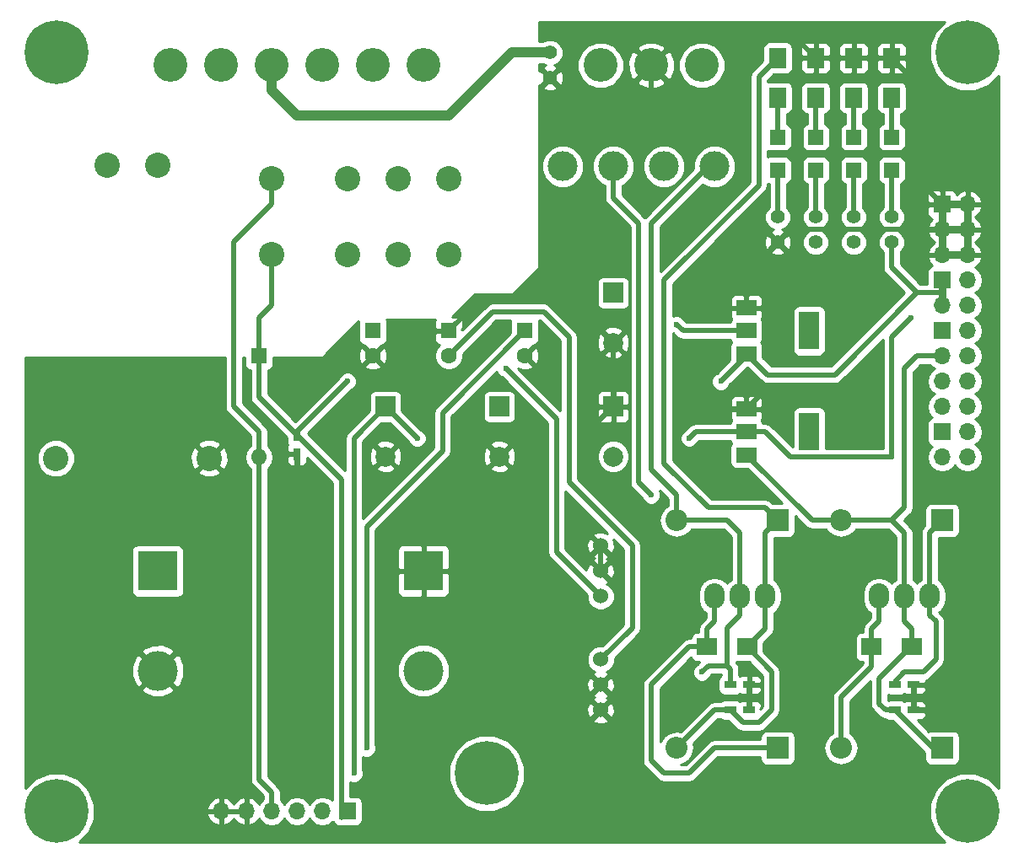
<source format=gtl>
G04 #@! TF.FileFunction,Copper,L1,Top,Signal*
%FSLAX46Y46*%
G04 Gerber Fmt 4.6, Leading zero omitted, Abs format (unit mm)*
G04 Created by KiCad (PCBNEW 4.0.4+e1-6308~48~ubuntu15.10.1-stable) date Wed Feb  8 22:58:30 2017*
%MOMM*%
%LPD*%
G01*
G04 APERTURE LIST*
%ADD10C,0.100000*%
%ADD11C,3.400000*%
%ADD12R,4.000000X4.000000*%
%ADD13C,4.000000*%
%ADD14R,1.200000X0.750000*%
%ADD15R,2.000000X2.000000*%
%ADD16C,2.000000*%
%ADD17R,0.750000X1.200000*%
%ADD18R,1.600000X1.600000*%
%ADD19C,1.600000*%
%ADD20R,1.500000X1.500000*%
%ADD21R,2.200000X2.200000*%
%ADD22O,2.200000X2.200000*%
%ADD23C,1.400000*%
%ADD24R,1.700000X1.700000*%
%ADD25O,1.700000X1.700000*%
%ADD26R,1.700000X2.000000*%
%ADD27R,2.000000X1.700000*%
%ADD28C,1.524000*%
%ADD29C,2.540000*%
%ADD30O,2.032000X2.540000*%
%ADD31R,2.000000X3.800000*%
%ADD32R,2.000000X1.500000*%
%ADD33O,1.600000X1.600000*%
%ADD34C,3.000000*%
%ADD35C,6.400000*%
%ADD36C,0.600000*%
%ADD37C,0.508000*%
%ADD38C,0.762000*%
%ADD39C,1.016000*%
%ADD40C,0.254000*%
G04 APERTURE END LIST*
D10*
D11*
X134620000Y-49530000D03*
X129540000Y-49530000D03*
X124460000Y-49530000D03*
D12*
X80010000Y-100330000D03*
D13*
X80010000Y-110330000D03*
D12*
X106680000Y-100330000D03*
D13*
X106680000Y-110330000D03*
D14*
X153990000Y-111760000D03*
X155890000Y-111760000D03*
X139380000Y-111760000D03*
X137480000Y-111760000D03*
D15*
X114300000Y-83820000D03*
D16*
X114300000Y-88820000D03*
D17*
X93980000Y-86680000D03*
X93980000Y-88580000D03*
D18*
X101600000Y-76200000D03*
D19*
X101600000Y-78700000D03*
D18*
X109220000Y-76200000D03*
D19*
X109220000Y-78700000D03*
D15*
X125730000Y-72390000D03*
D16*
X125730000Y-77390000D03*
D15*
X125730000Y-83820000D03*
D16*
X125730000Y-88820000D03*
D14*
X153990000Y-114300000D03*
X155890000Y-114300000D03*
X139380000Y-114300000D03*
X137480000Y-114300000D03*
D15*
X102870000Y-83820000D03*
D16*
X102870000Y-88820000D03*
D20*
X153670000Y-60070000D03*
X153670000Y-56770000D03*
X149860000Y-60070000D03*
X149860000Y-56770000D03*
X146050000Y-60070000D03*
X146050000Y-56770000D03*
X142240000Y-60070000D03*
X142240000Y-56770000D03*
D21*
X142240000Y-118110000D03*
D22*
X132080000Y-118110000D03*
D23*
X153670000Y-64770000D03*
X153670000Y-67310000D03*
X149860000Y-64770000D03*
X149860000Y-67310000D03*
X119380000Y-48260000D03*
X119380000Y-50800000D03*
X146050000Y-64770000D03*
X146050000Y-67310000D03*
X142240000Y-64770000D03*
X142240000Y-67310000D03*
D24*
X158750000Y-71120000D03*
D25*
X161290000Y-71120000D03*
X158750000Y-73660000D03*
X161290000Y-73660000D03*
D24*
X158750000Y-63500000D03*
D25*
X161290000Y-63500000D03*
X158750000Y-66040000D03*
X161290000Y-66040000D03*
X158750000Y-68580000D03*
X161290000Y-68580000D03*
D26*
X153670000Y-52800000D03*
X153670000Y-48800000D03*
X149860000Y-52800000D03*
X149860000Y-48800000D03*
X146050000Y-52800000D03*
X146050000Y-48800000D03*
X142240000Y-52800000D03*
X142240000Y-48800000D03*
D27*
X155670000Y-107950000D03*
X151670000Y-107950000D03*
X135160000Y-107950000D03*
X139160000Y-107950000D03*
D28*
X124460000Y-100330000D03*
X124460000Y-97790000D03*
X124460000Y-102870000D03*
X124460000Y-111760000D03*
X124460000Y-109220000D03*
X124460000Y-114300000D03*
D29*
X79970000Y-59595000D03*
X74970000Y-59595000D03*
X85170000Y-88995000D03*
X69770000Y-88995000D03*
D30*
X154940000Y-102870000D03*
X157480000Y-102870000D03*
X152400000Y-102870000D03*
X138430000Y-102870000D03*
X140970000Y-102870000D03*
X135890000Y-102870000D03*
D31*
X145390000Y-76200000D03*
D32*
X139090000Y-76200000D03*
X139090000Y-78500000D03*
X139090000Y-73900000D03*
D31*
X145390000Y-86360000D03*
D32*
X139090000Y-86360000D03*
X139090000Y-88660000D03*
X139090000Y-84060000D03*
D11*
X91440000Y-49530000D03*
X86360000Y-49530000D03*
X81280000Y-49530000D03*
X106680000Y-49530000D03*
X101600000Y-49530000D03*
X96520000Y-49530000D03*
D29*
X91440000Y-60960000D03*
X91440000Y-68580000D03*
X99060000Y-68580000D03*
X104140000Y-68580000D03*
X109220000Y-68580000D03*
X99060000Y-60960000D03*
X104140000Y-60960000D03*
X109220000Y-60960000D03*
D18*
X90170000Y-78740000D03*
D33*
X90170000Y-88900000D03*
D21*
X158750000Y-95250000D03*
D22*
X148590000Y-95250000D03*
D21*
X142240000Y-95250000D03*
D22*
X132080000Y-95250000D03*
D21*
X158750000Y-118110000D03*
D22*
X148590000Y-118110000D03*
D34*
X135890000Y-59690000D03*
X130810000Y-59690000D03*
X125730000Y-59690000D03*
X120650000Y-59690000D03*
D18*
X116840000Y-76200000D03*
D19*
X116840000Y-78700000D03*
D24*
X158750000Y-76200000D03*
D25*
X161290000Y-76200000D03*
X158750000Y-78740000D03*
X161290000Y-78740000D03*
X158750000Y-81280000D03*
X161290000Y-81280000D03*
X158750000Y-83820000D03*
X161290000Y-83820000D03*
D24*
X158750000Y-86360000D03*
D25*
X161290000Y-86360000D03*
X158750000Y-88900000D03*
X161290000Y-88900000D03*
D24*
X99060000Y-124460000D03*
D25*
X96520000Y-124460000D03*
X93980000Y-124460000D03*
X91440000Y-124460000D03*
X88900000Y-124460000D03*
X86360000Y-124460000D03*
D35*
X69850000Y-48260000D03*
X113030000Y-120650000D03*
X161290000Y-48260000D03*
X69850000Y-124460000D03*
X161290000Y-124460000D03*
D36*
X151765000Y-81915000D03*
X151765000Y-74930000D03*
X158115000Y-114935000D03*
X134620000Y-113030000D03*
X93980000Y-91440000D03*
X123190000Y-88900000D03*
X132080000Y-83820000D03*
X99060000Y-81280000D03*
X136525000Y-81280000D03*
X130810000Y-88900000D03*
X132080000Y-75565000D03*
X100965000Y-118110000D03*
X155575000Y-74930000D03*
X153670000Y-88900000D03*
X106045000Y-86995000D03*
X133350000Y-86995000D03*
X99695000Y-120650000D03*
X129540000Y-92710000D03*
X134620000Y-110490000D03*
X114935000Y-80010000D03*
D37*
X151765000Y-66040000D02*
X151765000Y-74930000D01*
X141235000Y-81915000D02*
X139090000Y-84060000D01*
X151765000Y-81915000D02*
X141235000Y-81915000D01*
X124460000Y-100330000D02*
X126365000Y-102235000D01*
X122555000Y-109855000D02*
X124460000Y-111760000D01*
X122555000Y-107315000D02*
X122555000Y-109855000D01*
X126365000Y-103505000D02*
X122555000Y-107315000D01*
X126365000Y-102235000D02*
X126365000Y-103505000D01*
X157480000Y-114300000D02*
X155890000Y-114300000D01*
X158115000Y-114935000D02*
X157480000Y-114300000D01*
X139380000Y-113030000D02*
X134620000Y-113030000D01*
X139380000Y-111760000D02*
X139380000Y-113030000D01*
X139380000Y-113030000D02*
X139380000Y-114300000D01*
X155890000Y-111760000D02*
X155890000Y-114300000D01*
X93980000Y-91440000D02*
X93980000Y-88580000D01*
X125730000Y-77390000D02*
X121365000Y-73025000D01*
X112395000Y-73025000D02*
X109220000Y-76200000D01*
X121365000Y-73025000D02*
X112395000Y-73025000D01*
X125730000Y-83820000D02*
X125730000Y-77390000D01*
X123190000Y-86360000D02*
X125730000Y-83820000D01*
X123190000Y-88900000D02*
X123190000Y-86360000D01*
X132320000Y-84060000D02*
X139090000Y-84060000D01*
X132080000Y-83820000D02*
X132320000Y-84060000D01*
X129540000Y-49530000D02*
X129540000Y-53975000D01*
X149860000Y-48800000D02*
X153670000Y-48800000D01*
X146050000Y-48800000D02*
X149860000Y-48800000D01*
X119380000Y-50800000D02*
X122555000Y-53975000D01*
X144240000Y-46990000D02*
X146050000Y-48800000D01*
X140335000Y-46990000D02*
X144240000Y-46990000D01*
X139065000Y-48260000D02*
X140335000Y-46990000D01*
X139065000Y-52705000D02*
X139065000Y-48260000D01*
X137795000Y-53975000D02*
X139065000Y-52705000D01*
X122555000Y-53975000D02*
X129540000Y-53975000D01*
X129540000Y-53975000D02*
X137795000Y-53975000D01*
X153670000Y-48800000D02*
X156210000Y-51340000D01*
X156210000Y-51340000D02*
X156210000Y-60960000D01*
X156210000Y-60960000D02*
X158750000Y-63500000D01*
D38*
X158750000Y-66040000D02*
X158750000Y-63500000D01*
X158750000Y-63500000D02*
X161290000Y-63500000D01*
X161290000Y-63500000D02*
X161290000Y-66040000D01*
X161290000Y-66040000D02*
X161290000Y-68580000D01*
X161290000Y-68580000D02*
X158750000Y-68580000D01*
X158750000Y-68580000D02*
X158750000Y-66040000D01*
X158750000Y-66040000D02*
X161290000Y-66040000D01*
D37*
X142240000Y-67310000D02*
X143510000Y-66040000D01*
X143510000Y-66040000D02*
X151765000Y-66040000D01*
X151765000Y-66040000D02*
X158750000Y-66040000D01*
X142240000Y-67310000D02*
X139090000Y-70460000D01*
X139090000Y-70460000D02*
X139090000Y-73900000D01*
X124460000Y-100330000D02*
X124460000Y-97790000D01*
X156210000Y-72390000D02*
X153670000Y-69850000D01*
X153670000Y-69850000D02*
X153670000Y-67310000D01*
X99060000Y-81280000D02*
X93980000Y-86360000D01*
X93980000Y-86360000D02*
X93980000Y-86680000D01*
X136525000Y-81280000D02*
X139090000Y-78715000D01*
X139090000Y-78715000D02*
X139090000Y-78500000D01*
D38*
X158750000Y-72390000D02*
X158750000Y-73660000D01*
D37*
X139090000Y-78500000D02*
X141235000Y-80645000D01*
X141235000Y-80645000D02*
X147955000Y-80645000D01*
X147955000Y-80645000D02*
X156210000Y-72390000D01*
X156210000Y-72390000D02*
X158750000Y-72390000D01*
D38*
X158750000Y-72390000D02*
X158750000Y-71120000D01*
D37*
X93980000Y-86680000D02*
X98425000Y-91125000D01*
X98425000Y-91125000D02*
X98425000Y-125095000D01*
X90170000Y-78740000D02*
X90170000Y-82870000D01*
X90170000Y-82870000D02*
X93980000Y-86680000D01*
X91440000Y-68580000D02*
X91440000Y-73660000D01*
X90170000Y-74930000D02*
X90170000Y-78740000D01*
X91440000Y-73660000D02*
X90170000Y-74930000D01*
X148590000Y-95250000D02*
X145680000Y-95250000D01*
X145680000Y-95250000D02*
X139090000Y-88660000D01*
X154940000Y-102870000D02*
X154940000Y-105410000D01*
X155670000Y-106140000D02*
X155670000Y-107950000D01*
X154940000Y-105410000D02*
X155670000Y-106140000D01*
X153670000Y-95250000D02*
X154940000Y-93980000D01*
X156210000Y-78740000D02*
X158750000Y-78740000D01*
X154940000Y-80010000D02*
X156210000Y-78740000D01*
X154940000Y-93980000D02*
X154940000Y-80010000D01*
X148590000Y-95250000D02*
X153670000Y-95250000D01*
X154940000Y-96520000D02*
X154940000Y-102870000D01*
X153670000Y-95250000D02*
X154940000Y-96520000D01*
X155670000Y-107950000D02*
X155575000Y-107950000D01*
X155575000Y-107950000D02*
X152400000Y-111125000D01*
X152400000Y-111125000D02*
X152400000Y-113665000D01*
X152400000Y-113665000D02*
X153035000Y-114300000D01*
X153035000Y-114300000D02*
X153990000Y-114300000D01*
X158750000Y-118110000D02*
X157800000Y-118110000D01*
X157800000Y-118110000D02*
X153990000Y-114300000D01*
X130810000Y-88900000D02*
X130810000Y-71120000D01*
X140335000Y-50705000D02*
X142240000Y-48800000D01*
X140335000Y-61595000D02*
X140335000Y-50705000D01*
X130810000Y-71120000D02*
X140335000Y-61595000D01*
X142240000Y-95250000D02*
X140970000Y-93980000D01*
X130810000Y-89535000D02*
X130810000Y-88900000D01*
X135255000Y-93980000D02*
X130810000Y-89535000D01*
X140970000Y-93980000D02*
X135255000Y-93980000D01*
X140970000Y-102870000D02*
X140970000Y-96520000D01*
X140970000Y-96520000D02*
X142240000Y-95250000D01*
X139160000Y-107950000D02*
X141605000Y-110490000D01*
X138750000Y-115570000D02*
X137480000Y-114300000D01*
X140335000Y-115570000D02*
X138750000Y-115570000D01*
X141605000Y-114300000D02*
X140335000Y-115570000D01*
X141605000Y-110490000D02*
X141605000Y-114300000D01*
X140970000Y-102870000D02*
X140970000Y-104775000D01*
X140970000Y-106140000D02*
X139160000Y-107950000D01*
X140970000Y-104775000D02*
X140970000Y-106140000D01*
X132080000Y-118110000D02*
X135890000Y-114300000D01*
X135890000Y-114300000D02*
X137480000Y-114300000D01*
X132715000Y-76200000D02*
X139090000Y-76200000D01*
X132080000Y-75565000D02*
X132715000Y-76200000D01*
X116840000Y-76200000D02*
X108585000Y-84455000D01*
X100965000Y-95885000D02*
X100965000Y-118110000D01*
X108585000Y-88265000D02*
X100965000Y-95885000D01*
X108585000Y-84455000D02*
X108585000Y-88265000D01*
X153670000Y-88900000D02*
X153670000Y-76835000D01*
X153670000Y-76835000D02*
X155575000Y-74930000D01*
X140970000Y-86360000D02*
X139090000Y-86360000D01*
X143510000Y-88900000D02*
X140970000Y-86360000D01*
X144145000Y-88900000D02*
X143510000Y-88900000D01*
X153670000Y-88900000D02*
X144145000Y-88900000D01*
X102870000Y-83820000D02*
X106045000Y-86995000D01*
X133350000Y-86995000D02*
X133985000Y-86360000D01*
X133985000Y-86360000D02*
X139090000Y-86360000D01*
X102870000Y-83820000D02*
X99695000Y-86995000D01*
X99695000Y-86995000D02*
X99695000Y-120650000D01*
X153670000Y-60070000D02*
X153670000Y-64770000D01*
X153670000Y-52800000D02*
X153670000Y-56770000D01*
X149860000Y-60070000D02*
X149860000Y-64770000D01*
X149860000Y-52800000D02*
X149860000Y-56770000D01*
X146050000Y-60070000D02*
X146050000Y-64770000D01*
X146050000Y-52800000D02*
X146050000Y-56770000D01*
X142240000Y-60070000D02*
X142240000Y-64770000D01*
X142240000Y-52800000D02*
X142240000Y-56770000D01*
X90170000Y-119380000D02*
X90170000Y-121285000D01*
X90170000Y-88900000D02*
X90170000Y-119380000D01*
X91440000Y-122555000D02*
X91440000Y-124460000D01*
X90170000Y-121285000D02*
X91440000Y-122555000D01*
X91440000Y-60960000D02*
X91440000Y-63500000D01*
X90170000Y-86360000D02*
X90170000Y-88900000D01*
X87630000Y-83820000D02*
X90170000Y-86360000D01*
X87630000Y-67310000D02*
X87630000Y-83820000D01*
X91440000Y-63500000D02*
X87630000Y-67310000D01*
D39*
X91440000Y-49530000D02*
X91440000Y-52070000D01*
X115570000Y-48260000D02*
X119380000Y-48260000D01*
X109220000Y-54610000D02*
X115570000Y-48260000D01*
X93980000Y-54610000D02*
X109220000Y-54610000D01*
X91440000Y-52070000D02*
X93980000Y-54610000D01*
D37*
X125730000Y-62865000D02*
X125730000Y-59690000D01*
X128270000Y-65405000D02*
X125730000Y-62865000D01*
X128270000Y-91440000D02*
X128270000Y-65405000D01*
X129540000Y-92710000D02*
X128270000Y-91440000D01*
X158750000Y-95250000D02*
X157480000Y-96520000D01*
X157480000Y-96520000D02*
X157480000Y-102870000D01*
X153990000Y-111760000D02*
X153990000Y-111440000D01*
X153990000Y-111440000D02*
X154940000Y-110490000D01*
X154940000Y-110490000D02*
X156845000Y-110490000D01*
X156845000Y-110490000D02*
X158115000Y-109220000D01*
X158115000Y-109220000D02*
X158115000Y-105410000D01*
X158115000Y-105410000D02*
X157480000Y-104775000D01*
X157480000Y-104775000D02*
X157480000Y-102870000D01*
X132080000Y-95250000D02*
X132080000Y-92710000D01*
X129540000Y-65405000D02*
X135255000Y-59690000D01*
X129540000Y-90170000D02*
X129540000Y-65405000D01*
X132080000Y-92710000D02*
X129540000Y-90170000D01*
X135255000Y-59690000D02*
X135890000Y-59690000D01*
X138430000Y-102870000D02*
X138430000Y-96520000D01*
X137160000Y-95250000D02*
X132080000Y-95250000D01*
X138430000Y-96520000D02*
X137160000Y-95250000D01*
X134620000Y-110490000D02*
X135255000Y-109855000D01*
X135255000Y-109855000D02*
X137160000Y-109855000D01*
X137480000Y-111760000D02*
X137480000Y-110175000D01*
X138430000Y-104775000D02*
X138430000Y-102870000D01*
X137160000Y-106045000D02*
X138430000Y-104775000D01*
X137160000Y-109855000D02*
X137160000Y-106045000D01*
X137480000Y-110175000D02*
X137160000Y-109855000D01*
X124460000Y-102870000D02*
X120015000Y-98425000D01*
X120015000Y-85090000D02*
X114935000Y-80010000D01*
X120015000Y-98425000D02*
X120015000Y-85090000D01*
X148590000Y-118110000D02*
X148590000Y-113030000D01*
X151670000Y-109950000D02*
X151670000Y-107950000D01*
X148590000Y-113030000D02*
X151670000Y-109950000D01*
X152400000Y-102870000D02*
X152400000Y-105410000D01*
X151670000Y-106140000D02*
X151670000Y-107950000D01*
X152400000Y-105410000D02*
X151670000Y-106140000D01*
X124460000Y-109220000D02*
X127635000Y-106045000D01*
X113625000Y-74295000D02*
X109220000Y-78700000D01*
X118745000Y-74295000D02*
X113625000Y-74295000D01*
X121285000Y-76835000D02*
X118745000Y-74295000D01*
X121285000Y-91440000D02*
X121285000Y-76835000D01*
X127635000Y-97790000D02*
X121285000Y-91440000D01*
X127635000Y-106045000D02*
X127635000Y-97790000D01*
X142240000Y-118110000D02*
X135890000Y-118110000D01*
X133350000Y-107950000D02*
X135160000Y-107950000D01*
X129540000Y-111760000D02*
X133350000Y-107950000D01*
X129540000Y-116840000D02*
X129540000Y-111760000D01*
X129540000Y-119380000D02*
X129540000Y-116840000D01*
X130810000Y-120650000D02*
X129540000Y-119380000D01*
X133350000Y-120650000D02*
X130810000Y-120650000D01*
X135890000Y-118110000D02*
X133350000Y-120650000D01*
X135890000Y-102870000D02*
X135890000Y-105410000D01*
X135160000Y-106140000D02*
X135160000Y-107950000D01*
X135890000Y-105410000D02*
X135160000Y-106140000D01*
D40*
G36*
X158040741Y-46084811D02*
X157455667Y-47493825D01*
X157454336Y-49019482D01*
X158036950Y-50429515D01*
X159114811Y-51509259D01*
X160523825Y-52094333D01*
X162049482Y-52095664D01*
X163459515Y-51513050D01*
X164390000Y-50584188D01*
X164390000Y-122137168D01*
X163465189Y-121210741D01*
X162056175Y-120625667D01*
X160530518Y-120624336D01*
X159120485Y-121206950D01*
X158040741Y-122284811D01*
X157455667Y-123693825D01*
X157454336Y-125219482D01*
X158036950Y-126629515D01*
X158965812Y-127560000D01*
X72172832Y-127560000D01*
X73099259Y-126635189D01*
X73684333Y-125226175D01*
X73684690Y-124816892D01*
X84918514Y-124816892D01*
X85164817Y-125341358D01*
X85593076Y-125731645D01*
X86003110Y-125901476D01*
X86233000Y-125780155D01*
X86233000Y-124587000D01*
X86487000Y-124587000D01*
X86487000Y-125780155D01*
X86716890Y-125901476D01*
X87126924Y-125731645D01*
X87555183Y-125341358D01*
X87630000Y-125182046D01*
X87704817Y-125341358D01*
X88133076Y-125731645D01*
X88543110Y-125901476D01*
X88773000Y-125780155D01*
X88773000Y-124587000D01*
X86487000Y-124587000D01*
X86233000Y-124587000D01*
X85039181Y-124587000D01*
X84918514Y-124816892D01*
X73684690Y-124816892D01*
X73685312Y-124103108D01*
X84918514Y-124103108D01*
X85039181Y-124333000D01*
X86233000Y-124333000D01*
X86233000Y-123139845D01*
X86487000Y-123139845D01*
X86487000Y-124333000D01*
X88773000Y-124333000D01*
X88773000Y-123139845D01*
X88543110Y-123018524D01*
X88133076Y-123188355D01*
X87704817Y-123578642D01*
X87630000Y-123737954D01*
X87555183Y-123578642D01*
X87126924Y-123188355D01*
X86716890Y-123018524D01*
X86487000Y-123139845D01*
X86233000Y-123139845D01*
X86003110Y-123018524D01*
X85593076Y-123188355D01*
X85164817Y-123578642D01*
X84918514Y-124103108D01*
X73685312Y-124103108D01*
X73685664Y-123700518D01*
X73103050Y-122290485D01*
X72025189Y-121210741D01*
X70616175Y-120625667D01*
X69090518Y-120624336D01*
X67680485Y-121206950D01*
X66750000Y-122135812D01*
X66750000Y-112205022D01*
X78314584Y-112205022D01*
X78535353Y-112575743D01*
X79507012Y-112969119D01*
X80555247Y-112960713D01*
X81484647Y-112575743D01*
X81705416Y-112205022D01*
X80010000Y-110509605D01*
X78314584Y-112205022D01*
X66750000Y-112205022D01*
X66750000Y-109827012D01*
X77370881Y-109827012D01*
X77379287Y-110875247D01*
X77764257Y-111804647D01*
X78134978Y-112025416D01*
X79830395Y-110330000D01*
X80189605Y-110330000D01*
X81885022Y-112025416D01*
X82255743Y-111804647D01*
X82649119Y-110832988D01*
X82640713Y-109784753D01*
X82255743Y-108855353D01*
X81885022Y-108634584D01*
X80189605Y-110330000D01*
X79830395Y-110330000D01*
X78134978Y-108634584D01*
X77764257Y-108855353D01*
X77370881Y-109827012D01*
X66750000Y-109827012D01*
X66750000Y-108454978D01*
X78314584Y-108454978D01*
X80010000Y-110150395D01*
X81705416Y-108454978D01*
X81484647Y-108084257D01*
X80512988Y-107690881D01*
X79464753Y-107699287D01*
X78535353Y-108084257D01*
X78314584Y-108454978D01*
X66750000Y-108454978D01*
X66750000Y-98330000D01*
X77362560Y-98330000D01*
X77362560Y-102330000D01*
X77406838Y-102565317D01*
X77545910Y-102781441D01*
X77758110Y-102926431D01*
X78010000Y-102977440D01*
X82010000Y-102977440D01*
X82245317Y-102933162D01*
X82461441Y-102794090D01*
X82606431Y-102581890D01*
X82657440Y-102330000D01*
X82657440Y-98330000D01*
X82613162Y-98094683D01*
X82474090Y-97878559D01*
X82261890Y-97733569D01*
X82010000Y-97682560D01*
X78010000Y-97682560D01*
X77774683Y-97726838D01*
X77558559Y-97865910D01*
X77413569Y-98078110D01*
X77362560Y-98330000D01*
X66750000Y-98330000D01*
X66750000Y-89372265D01*
X67864670Y-89372265D01*
X68154078Y-90072686D01*
X68689495Y-90609039D01*
X69389410Y-90899668D01*
X70147265Y-90900330D01*
X70847686Y-90610922D01*
X71116299Y-90342777D01*
X84001828Y-90342777D01*
X84133520Y-90637657D01*
X84841036Y-90909261D01*
X85598632Y-90889436D01*
X86206480Y-90637657D01*
X86338172Y-90342777D01*
X85170000Y-89174605D01*
X84001828Y-90342777D01*
X71116299Y-90342777D01*
X71384039Y-90075505D01*
X71674668Y-89375590D01*
X71675287Y-88666036D01*
X83255739Y-88666036D01*
X83275564Y-89423632D01*
X83527343Y-90031480D01*
X83822223Y-90163172D01*
X84990395Y-88995000D01*
X85349605Y-88995000D01*
X86517777Y-90163172D01*
X86812657Y-90031480D01*
X87084261Y-89323964D01*
X87064436Y-88566368D01*
X86812657Y-87958520D01*
X86517777Y-87826828D01*
X85349605Y-88995000D01*
X84990395Y-88995000D01*
X83822223Y-87826828D01*
X83527343Y-87958520D01*
X83255739Y-88666036D01*
X71675287Y-88666036D01*
X71675330Y-88617735D01*
X71385922Y-87917314D01*
X71116303Y-87647223D01*
X84001828Y-87647223D01*
X85170000Y-88815395D01*
X86338172Y-87647223D01*
X86206480Y-87352343D01*
X85498964Y-87080739D01*
X84741368Y-87100564D01*
X84133520Y-87352343D01*
X84001828Y-87647223D01*
X71116303Y-87647223D01*
X70850505Y-87380961D01*
X70150590Y-87090332D01*
X69392735Y-87089670D01*
X68692314Y-87379078D01*
X68155961Y-87914495D01*
X67865332Y-88614410D01*
X67864670Y-89372265D01*
X66750000Y-89372265D01*
X66750000Y-78867000D01*
X86741000Y-78867000D01*
X86741000Y-83820000D01*
X86808671Y-84160206D01*
X86932648Y-84345750D01*
X87001382Y-84448618D01*
X89281000Y-86728236D01*
X89281000Y-87773200D01*
X89155302Y-87857189D01*
X88844233Y-88322736D01*
X88735000Y-88871887D01*
X88735000Y-88928113D01*
X88844233Y-89477264D01*
X89155302Y-89942811D01*
X89281000Y-90026800D01*
X89281000Y-121285000D01*
X89348671Y-121625206D01*
X89541382Y-121913618D01*
X90551000Y-122923236D01*
X90551000Y-123273240D01*
X90389946Y-123380853D01*
X90162298Y-123721553D01*
X90095183Y-123578642D01*
X89666924Y-123188355D01*
X89256890Y-123018524D01*
X89027000Y-123139845D01*
X89027000Y-124333000D01*
X89047000Y-124333000D01*
X89047000Y-124587000D01*
X89027000Y-124587000D01*
X89027000Y-125780155D01*
X89256890Y-125901476D01*
X89666924Y-125731645D01*
X90095183Y-125341358D01*
X90162298Y-125198447D01*
X90389946Y-125539147D01*
X90871715Y-125861054D01*
X91440000Y-125974093D01*
X92008285Y-125861054D01*
X92490054Y-125539147D01*
X92710000Y-125209974D01*
X92929946Y-125539147D01*
X93411715Y-125861054D01*
X93980000Y-125974093D01*
X94548285Y-125861054D01*
X95030054Y-125539147D01*
X95250000Y-125209974D01*
X95469946Y-125539147D01*
X95951715Y-125861054D01*
X96520000Y-125974093D01*
X97088285Y-125861054D01*
X97570054Y-125539147D01*
X97597850Y-125497548D01*
X97606838Y-125545317D01*
X97745910Y-125761441D01*
X97958110Y-125906431D01*
X98210000Y-125957440D01*
X98291474Y-125957440D01*
X98425000Y-125984000D01*
X98558526Y-125957440D01*
X99910000Y-125957440D01*
X100145317Y-125913162D01*
X100361441Y-125774090D01*
X100506431Y-125561890D01*
X100557440Y-125310000D01*
X100557440Y-123610000D01*
X100513162Y-123374683D01*
X100374090Y-123158559D01*
X100161890Y-123013569D01*
X99910000Y-122962560D01*
X99314000Y-122962560D01*
X99314000Y-121504198D01*
X99508201Y-121584838D01*
X99880167Y-121585162D01*
X100223943Y-121443117D01*
X100257636Y-121409482D01*
X109194336Y-121409482D01*
X109776950Y-122819515D01*
X110854811Y-123899259D01*
X112263825Y-124484333D01*
X113789482Y-124485664D01*
X115199515Y-123903050D01*
X116279259Y-122825189D01*
X116864333Y-121416175D01*
X116865664Y-119890518D01*
X116283050Y-118480485D01*
X115205189Y-117400741D01*
X113796175Y-116815667D01*
X112270518Y-116814336D01*
X110860485Y-117396950D01*
X109780741Y-118474811D01*
X109195667Y-119883825D01*
X109194336Y-121409482D01*
X100257636Y-121409482D01*
X100487192Y-121180327D01*
X100629838Y-120836799D01*
X100630162Y-120464833D01*
X100584000Y-120353112D01*
X100584000Y-118964198D01*
X100778201Y-119044838D01*
X101150167Y-119045162D01*
X101493943Y-118903117D01*
X101757192Y-118640327D01*
X101899838Y-118296799D01*
X101900162Y-117924833D01*
X101854000Y-117813112D01*
X101854000Y-115280213D01*
X123659392Y-115280213D01*
X123728857Y-115522397D01*
X124252302Y-115709144D01*
X124807368Y-115681362D01*
X125191143Y-115522397D01*
X125260608Y-115280213D01*
X124460000Y-114479605D01*
X123659392Y-115280213D01*
X101854000Y-115280213D01*
X101854000Y-114092302D01*
X123050856Y-114092302D01*
X123078638Y-114647368D01*
X123237603Y-115031143D01*
X123479787Y-115100608D01*
X124280395Y-114300000D01*
X124639605Y-114300000D01*
X125440213Y-115100608D01*
X125682397Y-115031143D01*
X125869144Y-114507698D01*
X125841362Y-113952632D01*
X125682397Y-113568857D01*
X125440213Y-113499392D01*
X124639605Y-114300000D01*
X124280395Y-114300000D01*
X123479787Y-113499392D01*
X123237603Y-113568857D01*
X123050856Y-114092302D01*
X101854000Y-114092302D01*
X101854000Y-110851834D01*
X104044543Y-110851834D01*
X104444853Y-111820658D01*
X105185443Y-112562542D01*
X106153567Y-112964542D01*
X107201834Y-112965457D01*
X107746966Y-112740213D01*
X123659392Y-112740213D01*
X123728857Y-112982397D01*
X123852344Y-113026453D01*
X123728857Y-113077603D01*
X123659392Y-113319787D01*
X124460000Y-114120395D01*
X125260608Y-113319787D01*
X125191143Y-113077603D01*
X125067656Y-113033547D01*
X125191143Y-112982397D01*
X125260608Y-112740213D01*
X124460000Y-111939605D01*
X123659392Y-112740213D01*
X107746966Y-112740213D01*
X108170658Y-112565147D01*
X108912542Y-111824557D01*
X109025592Y-111552302D01*
X123050856Y-111552302D01*
X123078638Y-112107368D01*
X123237603Y-112491143D01*
X123479787Y-112560608D01*
X124280395Y-111760000D01*
X124639605Y-111760000D01*
X125440213Y-112560608D01*
X125682397Y-112491143D01*
X125869144Y-111967698D01*
X125841362Y-111412632D01*
X125682397Y-111028857D01*
X125440213Y-110959392D01*
X124639605Y-111760000D01*
X124280395Y-111760000D01*
X123479787Y-110959392D01*
X123237603Y-111028857D01*
X123050856Y-111552302D01*
X109025592Y-111552302D01*
X109314542Y-110856433D01*
X109315457Y-109808166D01*
X108915147Y-108839342D01*
X108174557Y-108097458D01*
X107206433Y-107695458D01*
X106158166Y-107694543D01*
X105189342Y-108094853D01*
X104447458Y-108835443D01*
X104045458Y-109803567D01*
X104044543Y-110851834D01*
X101854000Y-110851834D01*
X101854000Y-100615750D01*
X104045000Y-100615750D01*
X104045000Y-102456309D01*
X104141673Y-102689698D01*
X104320301Y-102868327D01*
X104553690Y-102965000D01*
X106394250Y-102965000D01*
X106553000Y-102806250D01*
X106553000Y-100457000D01*
X106807000Y-100457000D01*
X106807000Y-102806250D01*
X106965750Y-102965000D01*
X108806310Y-102965000D01*
X109039699Y-102868327D01*
X109218327Y-102689698D01*
X109315000Y-102456309D01*
X109315000Y-100615750D01*
X109156250Y-100457000D01*
X106807000Y-100457000D01*
X106553000Y-100457000D01*
X104203750Y-100457000D01*
X104045000Y-100615750D01*
X101854000Y-100615750D01*
X101854000Y-98203691D01*
X104045000Y-98203691D01*
X104045000Y-100044250D01*
X104203750Y-100203000D01*
X106553000Y-100203000D01*
X106553000Y-97853750D01*
X106807000Y-97853750D01*
X106807000Y-100203000D01*
X109156250Y-100203000D01*
X109315000Y-100044250D01*
X109315000Y-98203691D01*
X109218327Y-97970302D01*
X109039699Y-97791673D01*
X108806310Y-97695000D01*
X106965750Y-97695000D01*
X106807000Y-97853750D01*
X106553000Y-97853750D01*
X106394250Y-97695000D01*
X104553690Y-97695000D01*
X104320301Y-97791673D01*
X104141673Y-97970302D01*
X104045000Y-98203691D01*
X101854000Y-98203691D01*
X101854000Y-96253236D01*
X108134704Y-89972532D01*
X113327073Y-89972532D01*
X113425736Y-90239387D01*
X114035461Y-90465908D01*
X114685460Y-90441856D01*
X115174264Y-90239387D01*
X115272927Y-89972532D01*
X114300000Y-88999605D01*
X113327073Y-89972532D01*
X108134704Y-89972532D01*
X109213618Y-88893618D01*
X109406329Y-88605206D01*
X109416223Y-88555461D01*
X112654092Y-88555461D01*
X112678144Y-89205460D01*
X112880613Y-89694264D01*
X113147468Y-89792927D01*
X114120395Y-88820000D01*
X114479605Y-88820000D01*
X115452532Y-89792927D01*
X115719387Y-89694264D01*
X115945908Y-89084539D01*
X115921856Y-88434540D01*
X115719387Y-87945736D01*
X115452532Y-87847073D01*
X114479605Y-88820000D01*
X114120395Y-88820000D01*
X113147468Y-87847073D01*
X112880613Y-87945736D01*
X112654092Y-88555461D01*
X109416223Y-88555461D01*
X109474000Y-88265000D01*
X109474000Y-87667468D01*
X113327073Y-87667468D01*
X114300000Y-88640395D01*
X115272927Y-87667468D01*
X115174264Y-87400613D01*
X114564539Y-87174092D01*
X113914540Y-87198144D01*
X113425736Y-87400613D01*
X113327073Y-87667468D01*
X109474000Y-87667468D01*
X109474000Y-84823236D01*
X111477236Y-82820000D01*
X112652560Y-82820000D01*
X112652560Y-84820000D01*
X112696838Y-85055317D01*
X112835910Y-85271441D01*
X113048110Y-85416431D01*
X113300000Y-85467440D01*
X115300000Y-85467440D01*
X115535317Y-85423162D01*
X115751441Y-85284090D01*
X115896431Y-85071890D01*
X115947440Y-84820000D01*
X115947440Y-82820000D01*
X115903162Y-82584683D01*
X115764090Y-82368559D01*
X115551890Y-82223569D01*
X115300000Y-82172560D01*
X113300000Y-82172560D01*
X113064683Y-82216838D01*
X112848559Y-82355910D01*
X112703569Y-82568110D01*
X112652560Y-82820000D01*
X111477236Y-82820000D01*
X114029728Y-80267508D01*
X114141883Y-80538943D01*
X114404673Y-80802192D01*
X114516313Y-80848549D01*
X119126000Y-85458236D01*
X119126000Y-98425000D01*
X119193671Y-98765206D01*
X119197017Y-98770213D01*
X119386382Y-99053618D01*
X123063121Y-102730357D01*
X123062758Y-103146661D01*
X123274990Y-103660303D01*
X123667630Y-104053629D01*
X124180900Y-104266757D01*
X124736661Y-104267242D01*
X125250303Y-104055010D01*
X125643629Y-103662370D01*
X125856757Y-103149100D01*
X125857242Y-102593339D01*
X125645010Y-102079697D01*
X125252370Y-101686371D01*
X125060273Y-101606605D01*
X125191143Y-101552397D01*
X125260608Y-101310213D01*
X124460000Y-100509605D01*
X124445858Y-100523748D01*
X124266253Y-100344143D01*
X124280395Y-100330000D01*
X124639605Y-100330000D01*
X125440213Y-101130608D01*
X125682397Y-101061143D01*
X125869144Y-100537698D01*
X125841362Y-99982632D01*
X125682397Y-99598857D01*
X125440213Y-99529392D01*
X124639605Y-100330000D01*
X124280395Y-100330000D01*
X123479787Y-99529392D01*
X123237603Y-99598857D01*
X123050856Y-100122302D01*
X123055141Y-100207905D01*
X121617449Y-98770213D01*
X123659392Y-98770213D01*
X123728857Y-99012397D01*
X123852344Y-99056453D01*
X123728857Y-99107603D01*
X123659392Y-99349787D01*
X124460000Y-100150395D01*
X125260608Y-99349787D01*
X125191143Y-99107603D01*
X125067656Y-99063547D01*
X125191143Y-99012397D01*
X125260608Y-98770213D01*
X124460000Y-97969605D01*
X123659392Y-98770213D01*
X121617449Y-98770213D01*
X120904000Y-98056764D01*
X120904000Y-97582302D01*
X123050856Y-97582302D01*
X123078638Y-98137368D01*
X123237603Y-98521143D01*
X123479787Y-98590608D01*
X124280395Y-97790000D01*
X123479787Y-96989392D01*
X123237603Y-97058857D01*
X123050856Y-97582302D01*
X120904000Y-97582302D01*
X120904000Y-92316236D01*
X125135524Y-96547760D01*
X124667698Y-96380856D01*
X124112632Y-96408638D01*
X123728857Y-96567603D01*
X123659392Y-96809787D01*
X124460000Y-97610395D01*
X124474143Y-97596253D01*
X124653748Y-97775858D01*
X124639605Y-97790000D01*
X125440213Y-98590608D01*
X125682397Y-98521143D01*
X125869144Y-97997698D01*
X125841362Y-97442632D01*
X125707695Y-97119931D01*
X126746000Y-98158236D01*
X126746000Y-105676764D01*
X124599643Y-107823121D01*
X124183339Y-107822758D01*
X123669697Y-108034990D01*
X123276371Y-108427630D01*
X123063243Y-108940900D01*
X123062758Y-109496661D01*
X123274990Y-110010303D01*
X123667630Y-110403629D01*
X123859727Y-110483395D01*
X123728857Y-110537603D01*
X123659392Y-110779787D01*
X124460000Y-111580395D01*
X125260608Y-110779787D01*
X125191143Y-110537603D01*
X125050682Y-110487491D01*
X125250303Y-110405010D01*
X125643629Y-110012370D01*
X125856757Y-109499100D01*
X125857123Y-109080113D01*
X128263618Y-106673618D01*
X128377241Y-106503569D01*
X128456329Y-106385206D01*
X128524000Y-106045000D01*
X128524000Y-97790000D01*
X128456329Y-97449794D01*
X128263618Y-97161382D01*
X122174000Y-91071764D01*
X122174000Y-89143795D01*
X124094716Y-89143795D01*
X124343106Y-89744943D01*
X124802637Y-90205278D01*
X125403352Y-90454716D01*
X126053795Y-90455284D01*
X126654943Y-90206894D01*
X127115278Y-89747363D01*
X127364716Y-89146648D01*
X127365284Y-88496205D01*
X127116894Y-87895057D01*
X126657363Y-87434722D01*
X126056648Y-87185284D01*
X125406205Y-87184716D01*
X124805057Y-87433106D01*
X124344722Y-87892637D01*
X124095284Y-88493352D01*
X124094716Y-89143795D01*
X122174000Y-89143795D01*
X122174000Y-84105750D01*
X124095000Y-84105750D01*
X124095000Y-84946309D01*
X124191673Y-85179698D01*
X124370301Y-85358327D01*
X124603690Y-85455000D01*
X125444250Y-85455000D01*
X125603000Y-85296250D01*
X125603000Y-83947000D01*
X125857000Y-83947000D01*
X125857000Y-85296250D01*
X126015750Y-85455000D01*
X126856310Y-85455000D01*
X127089699Y-85358327D01*
X127268327Y-85179698D01*
X127365000Y-84946309D01*
X127365000Y-84105750D01*
X127206250Y-83947000D01*
X125857000Y-83947000D01*
X125603000Y-83947000D01*
X124253750Y-83947000D01*
X124095000Y-84105750D01*
X122174000Y-84105750D01*
X122174000Y-82693691D01*
X124095000Y-82693691D01*
X124095000Y-83534250D01*
X124253750Y-83693000D01*
X125603000Y-83693000D01*
X125603000Y-82343750D01*
X125857000Y-82343750D01*
X125857000Y-83693000D01*
X127206250Y-83693000D01*
X127365000Y-83534250D01*
X127365000Y-82693691D01*
X127268327Y-82460302D01*
X127089699Y-82281673D01*
X126856310Y-82185000D01*
X126015750Y-82185000D01*
X125857000Y-82343750D01*
X125603000Y-82343750D01*
X125444250Y-82185000D01*
X124603690Y-82185000D01*
X124370301Y-82281673D01*
X124191673Y-82460302D01*
X124095000Y-82693691D01*
X122174000Y-82693691D01*
X122174000Y-78542532D01*
X124757073Y-78542532D01*
X124855736Y-78809387D01*
X125465461Y-79035908D01*
X126115460Y-79011856D01*
X126604264Y-78809387D01*
X126702927Y-78542532D01*
X125730000Y-77569605D01*
X124757073Y-78542532D01*
X122174000Y-78542532D01*
X122174000Y-77125461D01*
X124084092Y-77125461D01*
X124108144Y-77775460D01*
X124310613Y-78264264D01*
X124577468Y-78362927D01*
X125550395Y-77390000D01*
X125909605Y-77390000D01*
X126882532Y-78362927D01*
X127149387Y-78264264D01*
X127375908Y-77654539D01*
X127351856Y-77004540D01*
X127149387Y-76515736D01*
X126882532Y-76417073D01*
X125909605Y-77390000D01*
X125550395Y-77390000D01*
X124577468Y-76417073D01*
X124310613Y-76515736D01*
X124084092Y-77125461D01*
X122174000Y-77125461D01*
X122174000Y-76835000D01*
X122106329Y-76494794D01*
X121934390Y-76237468D01*
X124757073Y-76237468D01*
X125730000Y-77210395D01*
X126702927Y-76237468D01*
X126604264Y-75970613D01*
X125994539Y-75744092D01*
X125344540Y-75768144D01*
X124855736Y-75970613D01*
X124757073Y-76237468D01*
X121934390Y-76237468D01*
X121913618Y-76206382D01*
X119373618Y-73666382D01*
X119295597Y-73614250D01*
X119085206Y-73473671D01*
X118745000Y-73406000D01*
X113625000Y-73406000D01*
X113284794Y-73473671D01*
X113074403Y-73614250D01*
X112996382Y-73666382D01*
X110589766Y-76072998D01*
X110496252Y-76072998D01*
X110655000Y-75914250D01*
X110655000Y-75273691D01*
X110558327Y-75040302D01*
X110379699Y-74861673D01*
X110146310Y-74765000D01*
X109564606Y-74765000D01*
X111812606Y-72517000D01*
X115570000Y-72517000D01*
X115619410Y-72506994D01*
X115659803Y-72479803D01*
X116749606Y-71390000D01*
X124082560Y-71390000D01*
X124082560Y-73390000D01*
X124126838Y-73625317D01*
X124265910Y-73841441D01*
X124478110Y-73986431D01*
X124730000Y-74037440D01*
X126730000Y-74037440D01*
X126965317Y-73993162D01*
X127181441Y-73854090D01*
X127326431Y-73641890D01*
X127377440Y-73390000D01*
X127377440Y-71390000D01*
X127333162Y-71154683D01*
X127194090Y-70938559D01*
X126981890Y-70793569D01*
X126730000Y-70742560D01*
X124730000Y-70742560D01*
X124494683Y-70786838D01*
X124278559Y-70925910D01*
X124133569Y-71138110D01*
X124082560Y-71390000D01*
X116749606Y-71390000D01*
X118199803Y-69939803D01*
X118227666Y-69897789D01*
X118237000Y-69850000D01*
X118237000Y-60112815D01*
X118514630Y-60112815D01*
X118838980Y-60897800D01*
X119439041Y-61498909D01*
X120223459Y-61824628D01*
X121072815Y-61825370D01*
X121857800Y-61501020D01*
X122458909Y-60900959D01*
X122784628Y-60116541D01*
X122784631Y-60112815D01*
X123594630Y-60112815D01*
X123918980Y-60897800D01*
X124519041Y-61498909D01*
X124841000Y-61632598D01*
X124841000Y-62865000D01*
X124908671Y-63205206D01*
X125020788Y-63373000D01*
X125101382Y-63493618D01*
X127381000Y-65773236D01*
X127381000Y-91440000D01*
X127448671Y-91780206D01*
X127539996Y-91916883D01*
X127641382Y-92068618D01*
X128701238Y-93128474D01*
X128746883Y-93238943D01*
X129009673Y-93502192D01*
X129353201Y-93644838D01*
X129725167Y-93645162D01*
X130068943Y-93503117D01*
X130332192Y-93240327D01*
X130474838Y-92896799D01*
X130475162Y-92524833D01*
X130360787Y-92248023D01*
X131191000Y-93078236D01*
X131191000Y-93774727D01*
X130819179Y-94023170D01*
X130443078Y-94586044D01*
X130311009Y-95250000D01*
X130443078Y-95913956D01*
X130819179Y-96476830D01*
X131382053Y-96852931D01*
X132046009Y-96985000D01*
X132113991Y-96985000D01*
X132777947Y-96852931D01*
X133340821Y-96476830D01*
X133566552Y-96139000D01*
X136791764Y-96139000D01*
X137541000Y-96888236D01*
X137541000Y-101225203D01*
X137262567Y-101411246D01*
X137160000Y-101564748D01*
X137057433Y-101411246D01*
X136521810Y-101053354D01*
X135890000Y-100927679D01*
X135258190Y-101053354D01*
X134722567Y-101411246D01*
X134364675Y-101946869D01*
X134239000Y-102578679D01*
X134239000Y-103161321D01*
X134364675Y-103793131D01*
X134722567Y-104328754D01*
X135001000Y-104514797D01*
X135001000Y-105041764D01*
X134531382Y-105511382D01*
X134338671Y-105799794D01*
X134271000Y-106140000D01*
X134271000Y-106452560D01*
X134160000Y-106452560D01*
X133924683Y-106496838D01*
X133708559Y-106635910D01*
X133563569Y-106848110D01*
X133520458Y-107061000D01*
X133350000Y-107061000D01*
X133009795Y-107128670D01*
X132721382Y-107321382D01*
X128911382Y-111131382D01*
X128718671Y-111419794D01*
X128651000Y-111760000D01*
X128651000Y-119380000D01*
X128718671Y-119720206D01*
X128802056Y-119845000D01*
X128911382Y-120008618D01*
X130181382Y-121278618D01*
X130469794Y-121471329D01*
X130810000Y-121539000D01*
X133350000Y-121539000D01*
X133690206Y-121471329D01*
X133978618Y-121278618D01*
X136258236Y-118999000D01*
X140492560Y-118999000D01*
X140492560Y-119210000D01*
X140536838Y-119445317D01*
X140675910Y-119661441D01*
X140888110Y-119806431D01*
X141140000Y-119857440D01*
X143340000Y-119857440D01*
X143575317Y-119813162D01*
X143791441Y-119674090D01*
X143936431Y-119461890D01*
X143987440Y-119210000D01*
X143987440Y-117010000D01*
X143943162Y-116774683D01*
X143804090Y-116558559D01*
X143591890Y-116413569D01*
X143340000Y-116362560D01*
X141140000Y-116362560D01*
X140904683Y-116406838D01*
X140688559Y-116545910D01*
X140543569Y-116758110D01*
X140492560Y-117010000D01*
X140492560Y-117221000D01*
X135890000Y-117221000D01*
X135549794Y-117288671D01*
X135261382Y-117481382D01*
X132981764Y-119761000D01*
X132536288Y-119761000D01*
X132777947Y-119712931D01*
X133340821Y-119336830D01*
X133716922Y-118773956D01*
X133848991Y-118110000D01*
X133764085Y-117683151D01*
X136258236Y-115189000D01*
X136507468Y-115189000D01*
X136628110Y-115271431D01*
X136880000Y-115322440D01*
X137245204Y-115322440D01*
X138121382Y-116198618D01*
X138409794Y-116391329D01*
X138750000Y-116459000D01*
X140335000Y-116459000D01*
X140675206Y-116391329D01*
X140963618Y-116198618D01*
X142233618Y-114928618D01*
X142245846Y-114910317D01*
X142426329Y-114640206D01*
X142494000Y-114300000D01*
X142494000Y-110490000D01*
X142461781Y-110328023D01*
X142432662Y-110165506D01*
X142428011Y-110158250D01*
X142426329Y-110149794D01*
X142334581Y-110012484D01*
X142245481Y-109873473D01*
X140807440Y-108379558D01*
X140807440Y-107559796D01*
X141598618Y-106768618D01*
X141791330Y-106480205D01*
X141859000Y-106140000D01*
X141859000Y-104514797D01*
X142137433Y-104328754D01*
X142495325Y-103793131D01*
X142621000Y-103161321D01*
X142621000Y-102578679D01*
X142495325Y-101946869D01*
X142137433Y-101411246D01*
X141859000Y-101225203D01*
X141859000Y-96997440D01*
X143340000Y-96997440D01*
X143575317Y-96953162D01*
X143791441Y-96814090D01*
X143936431Y-96601890D01*
X143987440Y-96350000D01*
X143987440Y-94814676D01*
X145051382Y-95878618D01*
X145339794Y-96071329D01*
X145680000Y-96139000D01*
X147103448Y-96139000D01*
X147329179Y-96476830D01*
X147892053Y-96852931D01*
X148556009Y-96985000D01*
X148623991Y-96985000D01*
X149287947Y-96852931D01*
X149850821Y-96476830D01*
X150076552Y-96139000D01*
X153301764Y-96139000D01*
X154051000Y-96888236D01*
X154051000Y-101225203D01*
X153772567Y-101411246D01*
X153670000Y-101564748D01*
X153567433Y-101411246D01*
X153031810Y-101053354D01*
X152400000Y-100927679D01*
X151768190Y-101053354D01*
X151232567Y-101411246D01*
X150874675Y-101946869D01*
X150749000Y-102578679D01*
X150749000Y-103161321D01*
X150874675Y-103793131D01*
X151232567Y-104328754D01*
X151511000Y-104514797D01*
X151511000Y-105041764D01*
X151041382Y-105511382D01*
X150848671Y-105799794D01*
X150781000Y-106140000D01*
X150781000Y-106452560D01*
X150670000Y-106452560D01*
X150434683Y-106496838D01*
X150218559Y-106635910D01*
X150073569Y-106848110D01*
X150022560Y-107100000D01*
X150022560Y-108800000D01*
X150066838Y-109035317D01*
X150205910Y-109251441D01*
X150418110Y-109396431D01*
X150670000Y-109447440D01*
X150781000Y-109447440D01*
X150781000Y-109581764D01*
X147961382Y-112401382D01*
X147768671Y-112689794D01*
X147701000Y-113030000D01*
X147701000Y-116634727D01*
X147329179Y-116883170D01*
X146953078Y-117446044D01*
X146821009Y-118110000D01*
X146953078Y-118773956D01*
X147329179Y-119336830D01*
X147892053Y-119712931D01*
X148556009Y-119845000D01*
X148623991Y-119845000D01*
X149287947Y-119712931D01*
X149850821Y-119336830D01*
X150226922Y-118773956D01*
X150358991Y-118110000D01*
X150226922Y-117446044D01*
X149850821Y-116883170D01*
X149479000Y-116634727D01*
X149479000Y-113398236D01*
X151511000Y-111366236D01*
X151511000Y-113665000D01*
X151578671Y-114005206D01*
X151636867Y-114092302D01*
X151771382Y-114293618D01*
X152406382Y-114928618D01*
X152694795Y-115121330D01*
X153010268Y-115184081D01*
X153138110Y-115271431D01*
X153390000Y-115322440D01*
X153755204Y-115322440D01*
X157002560Y-118569796D01*
X157002560Y-119210000D01*
X157046838Y-119445317D01*
X157185910Y-119661441D01*
X157398110Y-119806431D01*
X157650000Y-119857440D01*
X159850000Y-119857440D01*
X160085317Y-119813162D01*
X160301441Y-119674090D01*
X160446431Y-119461890D01*
X160497440Y-119210000D01*
X160497440Y-117010000D01*
X160453162Y-116774683D01*
X160314090Y-116558559D01*
X160101890Y-116413569D01*
X159850000Y-116362560D01*
X157650000Y-116362560D01*
X157414683Y-116406838D01*
X157377805Y-116430569D01*
X156257236Y-115310000D01*
X156616309Y-115310000D01*
X156849698Y-115213327D01*
X157028327Y-115034699D01*
X157125000Y-114801310D01*
X157125000Y-114585750D01*
X156966250Y-114427000D01*
X156017000Y-114427000D01*
X156017000Y-114447000D01*
X155763000Y-114447000D01*
X155763000Y-114427000D01*
X155743000Y-114427000D01*
X155743000Y-114173000D01*
X155763000Y-114173000D01*
X155763000Y-113448750D01*
X156017000Y-113448750D01*
X156017000Y-114173000D01*
X156966250Y-114173000D01*
X157125000Y-114014250D01*
X157125000Y-113798690D01*
X157028327Y-113565301D01*
X156849698Y-113386673D01*
X156616309Y-113290000D01*
X156175750Y-113290000D01*
X156017000Y-113448750D01*
X155763000Y-113448750D01*
X155604250Y-113290000D01*
X155163691Y-113290000D01*
X154930302Y-113386673D01*
X154928932Y-113388043D01*
X154841890Y-113328569D01*
X154590000Y-113277560D01*
X153390000Y-113277560D01*
X153289000Y-113296564D01*
X153289000Y-112761987D01*
X153390000Y-112782440D01*
X154590000Y-112782440D01*
X154825317Y-112738162D01*
X154928646Y-112671671D01*
X154930302Y-112673327D01*
X155163691Y-112770000D01*
X155604250Y-112770000D01*
X155763000Y-112611250D01*
X155763000Y-111887000D01*
X156017000Y-111887000D01*
X156017000Y-112611250D01*
X156175750Y-112770000D01*
X156616309Y-112770000D01*
X156849698Y-112673327D01*
X157028327Y-112494699D01*
X157125000Y-112261310D01*
X157125000Y-112045750D01*
X156966250Y-111887000D01*
X156017000Y-111887000D01*
X155763000Y-111887000D01*
X155743000Y-111887000D01*
X155743000Y-111633000D01*
X155763000Y-111633000D01*
X155763000Y-111613000D01*
X156017000Y-111613000D01*
X156017000Y-111633000D01*
X156966250Y-111633000D01*
X157125000Y-111474250D01*
X157125000Y-111323305D01*
X157185206Y-111311329D01*
X157473618Y-111118618D01*
X158743618Y-109848618D01*
X158845004Y-109696883D01*
X158936329Y-109560206D01*
X159004000Y-109220000D01*
X159004000Y-105410000D01*
X158985834Y-105318671D01*
X158936330Y-105069795D01*
X158743618Y-104781382D01*
X158433761Y-104471525D01*
X158647433Y-104328754D01*
X159005325Y-103793131D01*
X159131000Y-103161321D01*
X159131000Y-102578679D01*
X159005325Y-101946869D01*
X158647433Y-101411246D01*
X158369000Y-101225203D01*
X158369000Y-96997440D01*
X159850000Y-96997440D01*
X160085317Y-96953162D01*
X160301441Y-96814090D01*
X160446431Y-96601890D01*
X160497440Y-96350000D01*
X160497440Y-94150000D01*
X160453162Y-93914683D01*
X160314090Y-93698559D01*
X160101890Y-93553569D01*
X159850000Y-93502560D01*
X157650000Y-93502560D01*
X157414683Y-93546838D01*
X157198559Y-93685910D01*
X157053569Y-93898110D01*
X157002560Y-94150000D01*
X157002560Y-95740204D01*
X156851382Y-95891382D01*
X156658671Y-96179794D01*
X156591000Y-96520000D01*
X156591000Y-101225203D01*
X156312567Y-101411246D01*
X156210000Y-101564748D01*
X156107433Y-101411246D01*
X155829000Y-101225203D01*
X155829000Y-96520000D01*
X155761329Y-96179794D01*
X155568618Y-95891382D01*
X154927236Y-95250000D01*
X155568618Y-94608618D01*
X155583701Y-94586044D01*
X155761329Y-94320206D01*
X155829000Y-93980000D01*
X155829000Y-80378236D01*
X156578236Y-79629000D01*
X157563240Y-79629000D01*
X157670853Y-79790054D01*
X158000026Y-80010000D01*
X157670853Y-80229946D01*
X157348946Y-80711715D01*
X157235907Y-81280000D01*
X157348946Y-81848285D01*
X157670853Y-82330054D01*
X158000026Y-82550000D01*
X157670853Y-82769946D01*
X157348946Y-83251715D01*
X157235907Y-83820000D01*
X157348946Y-84388285D01*
X157670853Y-84870054D01*
X157712452Y-84897850D01*
X157664683Y-84906838D01*
X157448559Y-85045910D01*
X157303569Y-85258110D01*
X157252560Y-85510000D01*
X157252560Y-87210000D01*
X157296838Y-87445317D01*
X157435910Y-87661441D01*
X157648110Y-87806431D01*
X157715541Y-87820086D01*
X157670853Y-87849946D01*
X157348946Y-88331715D01*
X157235907Y-88900000D01*
X157348946Y-89468285D01*
X157670853Y-89950054D01*
X158152622Y-90271961D01*
X158720907Y-90385000D01*
X158779093Y-90385000D01*
X159347378Y-90271961D01*
X159829147Y-89950054D01*
X160020000Y-89664422D01*
X160210853Y-89950054D01*
X160692622Y-90271961D01*
X161260907Y-90385000D01*
X161319093Y-90385000D01*
X161887378Y-90271961D01*
X162369147Y-89950054D01*
X162691054Y-89468285D01*
X162804093Y-88900000D01*
X162691054Y-88331715D01*
X162369147Y-87849946D01*
X162039974Y-87630000D01*
X162369147Y-87410054D01*
X162691054Y-86928285D01*
X162804093Y-86360000D01*
X162691054Y-85791715D01*
X162369147Y-85309946D01*
X162039974Y-85090000D01*
X162369147Y-84870054D01*
X162691054Y-84388285D01*
X162804093Y-83820000D01*
X162691054Y-83251715D01*
X162369147Y-82769946D01*
X162039974Y-82550000D01*
X162369147Y-82330054D01*
X162691054Y-81848285D01*
X162804093Y-81280000D01*
X162691054Y-80711715D01*
X162369147Y-80229946D01*
X162039974Y-80010000D01*
X162369147Y-79790054D01*
X162691054Y-79308285D01*
X162804093Y-78740000D01*
X162691054Y-78171715D01*
X162369147Y-77689946D01*
X162039974Y-77470000D01*
X162369147Y-77250054D01*
X162691054Y-76768285D01*
X162804093Y-76200000D01*
X162691054Y-75631715D01*
X162369147Y-75149946D01*
X162039974Y-74930000D01*
X162369147Y-74710054D01*
X162691054Y-74228285D01*
X162804093Y-73660000D01*
X162691054Y-73091715D01*
X162369147Y-72609946D01*
X162039974Y-72390000D01*
X162369147Y-72170054D01*
X162691054Y-71688285D01*
X162804093Y-71120000D01*
X162691054Y-70551715D01*
X162369147Y-70069946D01*
X162028447Y-69842298D01*
X162171358Y-69775183D01*
X162561645Y-69346924D01*
X162731476Y-68936890D01*
X162610155Y-68707000D01*
X161417000Y-68707000D01*
X161417000Y-68727000D01*
X161163000Y-68727000D01*
X161163000Y-68707000D01*
X158877000Y-68707000D01*
X158877000Y-68727000D01*
X158623000Y-68727000D01*
X158623000Y-68707000D01*
X157429845Y-68707000D01*
X157308524Y-68936890D01*
X157478355Y-69346924D01*
X157754501Y-69649937D01*
X157664683Y-69666838D01*
X157448559Y-69805910D01*
X157303569Y-70018110D01*
X157252560Y-70270000D01*
X157252560Y-71501000D01*
X156578236Y-71501000D01*
X154559000Y-69481764D01*
X154559000Y-68308880D01*
X154801098Y-68067204D01*
X155004768Y-67576713D01*
X155005231Y-67045617D01*
X154802418Y-66554771D01*
X154644813Y-66396890D01*
X157308524Y-66396890D01*
X157478355Y-66806924D01*
X157868642Y-67235183D01*
X158027954Y-67310000D01*
X157868642Y-67384817D01*
X157478355Y-67813076D01*
X157308524Y-68223110D01*
X157429845Y-68453000D01*
X158623000Y-68453000D01*
X158623000Y-66167000D01*
X158877000Y-66167000D01*
X158877000Y-68453000D01*
X161163000Y-68453000D01*
X161163000Y-66167000D01*
X161417000Y-66167000D01*
X161417000Y-68453000D01*
X162610155Y-68453000D01*
X162731476Y-68223110D01*
X162561645Y-67813076D01*
X162171358Y-67384817D01*
X162012046Y-67310000D01*
X162171358Y-67235183D01*
X162561645Y-66806924D01*
X162731476Y-66396890D01*
X162610155Y-66167000D01*
X161417000Y-66167000D01*
X161163000Y-66167000D01*
X158877000Y-66167000D01*
X158623000Y-66167000D01*
X157429845Y-66167000D01*
X157308524Y-66396890D01*
X154644813Y-66396890D01*
X154427204Y-66178902D01*
X154092473Y-66039909D01*
X154425229Y-65902418D01*
X154801098Y-65527204D01*
X155004768Y-65036713D01*
X155005231Y-64505617D01*
X154802418Y-64014771D01*
X154573797Y-63785750D01*
X157265000Y-63785750D01*
X157265000Y-64476310D01*
X157361673Y-64709699D01*
X157540302Y-64888327D01*
X157749878Y-64975136D01*
X157478355Y-65273076D01*
X157308524Y-65683110D01*
X157429845Y-65913000D01*
X158623000Y-65913000D01*
X158623000Y-63627000D01*
X158877000Y-63627000D01*
X158877000Y-65913000D01*
X161163000Y-65913000D01*
X161163000Y-63627000D01*
X161417000Y-63627000D01*
X161417000Y-65913000D01*
X162610155Y-65913000D01*
X162731476Y-65683110D01*
X162561645Y-65273076D01*
X162171358Y-64844817D01*
X162012046Y-64770000D01*
X162171358Y-64695183D01*
X162561645Y-64266924D01*
X162731476Y-63856890D01*
X162610155Y-63627000D01*
X161417000Y-63627000D01*
X161163000Y-63627000D01*
X158877000Y-63627000D01*
X158623000Y-63627000D01*
X157423750Y-63627000D01*
X157265000Y-63785750D01*
X154573797Y-63785750D01*
X154559000Y-63770928D01*
X154559000Y-62523690D01*
X157265000Y-62523690D01*
X157265000Y-63214250D01*
X157423750Y-63373000D01*
X158623000Y-63373000D01*
X158623000Y-62173750D01*
X158877000Y-62173750D01*
X158877000Y-63373000D01*
X161163000Y-63373000D01*
X161163000Y-62179181D01*
X161417000Y-62179181D01*
X161417000Y-63373000D01*
X162610155Y-63373000D01*
X162731476Y-63143110D01*
X162561645Y-62733076D01*
X162171358Y-62304817D01*
X161646892Y-62058514D01*
X161417000Y-62179181D01*
X161163000Y-62179181D01*
X160933108Y-62058514D01*
X160408642Y-62304817D01*
X160226930Y-62504208D01*
X160138327Y-62290301D01*
X159959698Y-62111673D01*
X159726309Y-62015000D01*
X159035750Y-62015000D01*
X158877000Y-62173750D01*
X158623000Y-62173750D01*
X158464250Y-62015000D01*
X157773691Y-62015000D01*
X157540302Y-62111673D01*
X157361673Y-62290301D01*
X157265000Y-62523690D01*
X154559000Y-62523690D01*
X154559000Y-61441285D01*
X154655317Y-61423162D01*
X154871441Y-61284090D01*
X155016431Y-61071890D01*
X155067440Y-60820000D01*
X155067440Y-59320000D01*
X155023162Y-59084683D01*
X154884090Y-58868559D01*
X154671890Y-58723569D01*
X154420000Y-58672560D01*
X152920000Y-58672560D01*
X152684683Y-58716838D01*
X152468559Y-58855910D01*
X152323569Y-59068110D01*
X152272560Y-59320000D01*
X152272560Y-60820000D01*
X152316838Y-61055317D01*
X152455910Y-61271441D01*
X152668110Y-61416431D01*
X152781000Y-61439292D01*
X152781000Y-63771120D01*
X152538902Y-64012796D01*
X152335232Y-64503287D01*
X152334769Y-65034383D01*
X152537582Y-65525229D01*
X152912796Y-65901098D01*
X153247527Y-66040091D01*
X152914771Y-66177582D01*
X152538902Y-66552796D01*
X152335232Y-67043287D01*
X152334769Y-67574383D01*
X152537582Y-68065229D01*
X152781000Y-68309072D01*
X152781000Y-69850000D01*
X152848671Y-70190206D01*
X152989907Y-70401580D01*
X153041382Y-70478618D01*
X154952764Y-72390000D01*
X147586764Y-79756000D01*
X141603236Y-79756000D01*
X140737440Y-78890204D01*
X140737440Y-77750000D01*
X140693162Y-77514683D01*
X140586241Y-77348523D01*
X140686431Y-77201890D01*
X140737440Y-76950000D01*
X140737440Y-75450000D01*
X140693162Y-75214683D01*
X140587518Y-75050508D01*
X140628327Y-75009699D01*
X140725000Y-74776310D01*
X140725000Y-74300000D01*
X143742560Y-74300000D01*
X143742560Y-78100000D01*
X143786838Y-78335317D01*
X143925910Y-78551441D01*
X144138110Y-78696431D01*
X144390000Y-78747440D01*
X146390000Y-78747440D01*
X146625317Y-78703162D01*
X146841441Y-78564090D01*
X146986431Y-78351890D01*
X147037440Y-78100000D01*
X147037440Y-74300000D01*
X146993162Y-74064683D01*
X146854090Y-73848559D01*
X146641890Y-73703569D01*
X146390000Y-73652560D01*
X144390000Y-73652560D01*
X144154683Y-73696838D01*
X143938559Y-73835910D01*
X143793569Y-74048110D01*
X143742560Y-74300000D01*
X140725000Y-74300000D01*
X140725000Y-74185750D01*
X140566250Y-74027000D01*
X139217000Y-74027000D01*
X139217000Y-74047000D01*
X138963000Y-74047000D01*
X138963000Y-74027000D01*
X137613750Y-74027000D01*
X137455000Y-74185750D01*
X137455000Y-74776310D01*
X137551673Y-75009699D01*
X137593634Y-75051660D01*
X137493569Y-75198110D01*
X137470708Y-75311000D01*
X133083236Y-75311000D01*
X132918762Y-75146526D01*
X132873117Y-75036057D01*
X132610327Y-74772808D01*
X132266799Y-74630162D01*
X131894833Y-74629838D01*
X131699000Y-74710754D01*
X131699000Y-73023690D01*
X137455000Y-73023690D01*
X137455000Y-73614250D01*
X137613750Y-73773000D01*
X138963000Y-73773000D01*
X138963000Y-72673750D01*
X139217000Y-72673750D01*
X139217000Y-73773000D01*
X140566250Y-73773000D01*
X140725000Y-73614250D01*
X140725000Y-73023690D01*
X140628327Y-72790301D01*
X140449698Y-72611673D01*
X140216309Y-72515000D01*
X139375750Y-72515000D01*
X139217000Y-72673750D01*
X138963000Y-72673750D01*
X138804250Y-72515000D01*
X137963691Y-72515000D01*
X137730302Y-72611673D01*
X137551673Y-72790301D01*
X137455000Y-73023690D01*
X131699000Y-73023690D01*
X131699000Y-71488236D01*
X134941961Y-68245275D01*
X141484331Y-68245275D01*
X141546169Y-68481042D01*
X142047122Y-68657419D01*
X142577440Y-68628664D01*
X142933831Y-68481042D01*
X142995669Y-68245275D01*
X142240000Y-67489605D01*
X141484331Y-68245275D01*
X134941961Y-68245275D01*
X136070114Y-67117122D01*
X140892581Y-67117122D01*
X140921336Y-67647440D01*
X141068958Y-68003831D01*
X141304725Y-68065669D01*
X142060395Y-67310000D01*
X142419605Y-67310000D01*
X143175275Y-68065669D01*
X143411042Y-68003831D01*
X143587419Y-67502878D01*
X143558664Y-66972560D01*
X143411042Y-66616169D01*
X143175275Y-66554331D01*
X142419605Y-67310000D01*
X142060395Y-67310000D01*
X141304725Y-66554331D01*
X141068958Y-66616169D01*
X140892581Y-67117122D01*
X136070114Y-67117122D01*
X140963618Y-62223618D01*
X141073937Y-62058514D01*
X141156329Y-61935206D01*
X141224000Y-61595000D01*
X141224000Y-61406790D01*
X141238110Y-61416431D01*
X141351000Y-61439292D01*
X141351000Y-63771120D01*
X141108902Y-64012796D01*
X140905232Y-64503287D01*
X140904769Y-65034383D01*
X141107582Y-65525229D01*
X141482796Y-65901098D01*
X141801212Y-66033316D01*
X141546169Y-66138958D01*
X141484331Y-66374725D01*
X142240000Y-67130395D01*
X142995669Y-66374725D01*
X142933831Y-66138958D01*
X142657889Y-66041804D01*
X142995229Y-65902418D01*
X143371098Y-65527204D01*
X143574768Y-65036713D01*
X143575231Y-64505617D01*
X143372418Y-64014771D01*
X143129000Y-63770928D01*
X143129000Y-61441285D01*
X143225317Y-61423162D01*
X143441441Y-61284090D01*
X143586431Y-61071890D01*
X143637440Y-60820000D01*
X143637440Y-59320000D01*
X144652560Y-59320000D01*
X144652560Y-60820000D01*
X144696838Y-61055317D01*
X144835910Y-61271441D01*
X145048110Y-61416431D01*
X145161000Y-61439292D01*
X145161000Y-63771120D01*
X144918902Y-64012796D01*
X144715232Y-64503287D01*
X144714769Y-65034383D01*
X144917582Y-65525229D01*
X145292796Y-65901098D01*
X145627527Y-66040091D01*
X145294771Y-66177582D01*
X144918902Y-66552796D01*
X144715232Y-67043287D01*
X144714769Y-67574383D01*
X144917582Y-68065229D01*
X145292796Y-68441098D01*
X145783287Y-68644768D01*
X146314383Y-68645231D01*
X146805229Y-68442418D01*
X147181098Y-68067204D01*
X147384768Y-67576713D01*
X147385231Y-67045617D01*
X147182418Y-66554771D01*
X146807204Y-66178902D01*
X146472473Y-66039909D01*
X146805229Y-65902418D01*
X147181098Y-65527204D01*
X147384768Y-65036713D01*
X147385231Y-64505617D01*
X147182418Y-64014771D01*
X146939000Y-63770928D01*
X146939000Y-61441285D01*
X147035317Y-61423162D01*
X147251441Y-61284090D01*
X147396431Y-61071890D01*
X147447440Y-60820000D01*
X147447440Y-59320000D01*
X148462560Y-59320000D01*
X148462560Y-60820000D01*
X148506838Y-61055317D01*
X148645910Y-61271441D01*
X148858110Y-61416431D01*
X148971000Y-61439292D01*
X148971000Y-63771120D01*
X148728902Y-64012796D01*
X148525232Y-64503287D01*
X148524769Y-65034383D01*
X148727582Y-65525229D01*
X149102796Y-65901098D01*
X149437527Y-66040091D01*
X149104771Y-66177582D01*
X148728902Y-66552796D01*
X148525232Y-67043287D01*
X148524769Y-67574383D01*
X148727582Y-68065229D01*
X149102796Y-68441098D01*
X149593287Y-68644768D01*
X150124383Y-68645231D01*
X150615229Y-68442418D01*
X150991098Y-68067204D01*
X151194768Y-67576713D01*
X151195231Y-67045617D01*
X150992418Y-66554771D01*
X150617204Y-66178902D01*
X150282473Y-66039909D01*
X150615229Y-65902418D01*
X150991098Y-65527204D01*
X151194768Y-65036713D01*
X151195231Y-64505617D01*
X150992418Y-64014771D01*
X150749000Y-63770928D01*
X150749000Y-61441285D01*
X150845317Y-61423162D01*
X151061441Y-61284090D01*
X151206431Y-61071890D01*
X151257440Y-60820000D01*
X151257440Y-59320000D01*
X151213162Y-59084683D01*
X151074090Y-58868559D01*
X150861890Y-58723569D01*
X150610000Y-58672560D01*
X149110000Y-58672560D01*
X148874683Y-58716838D01*
X148658559Y-58855910D01*
X148513569Y-59068110D01*
X148462560Y-59320000D01*
X147447440Y-59320000D01*
X147403162Y-59084683D01*
X147264090Y-58868559D01*
X147051890Y-58723569D01*
X146800000Y-58672560D01*
X145300000Y-58672560D01*
X145064683Y-58716838D01*
X144848559Y-58855910D01*
X144703569Y-59068110D01*
X144652560Y-59320000D01*
X143637440Y-59320000D01*
X143593162Y-59084683D01*
X143454090Y-58868559D01*
X143241890Y-58723569D01*
X142990000Y-58672560D01*
X141490000Y-58672560D01*
X141254683Y-58716838D01*
X141224000Y-58736582D01*
X141224000Y-58106790D01*
X141238110Y-58116431D01*
X141490000Y-58167440D01*
X142990000Y-58167440D01*
X143225317Y-58123162D01*
X143441441Y-57984090D01*
X143586431Y-57771890D01*
X143637440Y-57520000D01*
X143637440Y-56020000D01*
X143593162Y-55784683D01*
X143454090Y-55568559D01*
X143241890Y-55423569D01*
X143129000Y-55400708D01*
X143129000Y-54440102D01*
X143325317Y-54403162D01*
X143541441Y-54264090D01*
X143686431Y-54051890D01*
X143737440Y-53800000D01*
X143737440Y-51800000D01*
X144552560Y-51800000D01*
X144552560Y-53800000D01*
X144596838Y-54035317D01*
X144735910Y-54251441D01*
X144948110Y-54396431D01*
X145161000Y-54439542D01*
X145161000Y-55398715D01*
X145064683Y-55416838D01*
X144848559Y-55555910D01*
X144703569Y-55768110D01*
X144652560Y-56020000D01*
X144652560Y-57520000D01*
X144696838Y-57755317D01*
X144835910Y-57971441D01*
X145048110Y-58116431D01*
X145300000Y-58167440D01*
X146800000Y-58167440D01*
X147035317Y-58123162D01*
X147251441Y-57984090D01*
X147396431Y-57771890D01*
X147447440Y-57520000D01*
X147447440Y-56020000D01*
X147403162Y-55784683D01*
X147264090Y-55568559D01*
X147051890Y-55423569D01*
X146939000Y-55400708D01*
X146939000Y-54440102D01*
X147135317Y-54403162D01*
X147351441Y-54264090D01*
X147496431Y-54051890D01*
X147547440Y-53800000D01*
X147547440Y-51800000D01*
X148362560Y-51800000D01*
X148362560Y-53800000D01*
X148406838Y-54035317D01*
X148545910Y-54251441D01*
X148758110Y-54396431D01*
X148971000Y-54439542D01*
X148971000Y-55398715D01*
X148874683Y-55416838D01*
X148658559Y-55555910D01*
X148513569Y-55768110D01*
X148462560Y-56020000D01*
X148462560Y-57520000D01*
X148506838Y-57755317D01*
X148645910Y-57971441D01*
X148858110Y-58116431D01*
X149110000Y-58167440D01*
X150610000Y-58167440D01*
X150845317Y-58123162D01*
X151061441Y-57984090D01*
X151206431Y-57771890D01*
X151257440Y-57520000D01*
X151257440Y-56020000D01*
X151213162Y-55784683D01*
X151074090Y-55568559D01*
X150861890Y-55423569D01*
X150749000Y-55400708D01*
X150749000Y-54440102D01*
X150945317Y-54403162D01*
X151161441Y-54264090D01*
X151306431Y-54051890D01*
X151357440Y-53800000D01*
X151357440Y-51800000D01*
X152172560Y-51800000D01*
X152172560Y-53800000D01*
X152216838Y-54035317D01*
X152355910Y-54251441D01*
X152568110Y-54396431D01*
X152781000Y-54439542D01*
X152781000Y-55398715D01*
X152684683Y-55416838D01*
X152468559Y-55555910D01*
X152323569Y-55768110D01*
X152272560Y-56020000D01*
X152272560Y-57520000D01*
X152316838Y-57755317D01*
X152455910Y-57971441D01*
X152668110Y-58116431D01*
X152920000Y-58167440D01*
X154420000Y-58167440D01*
X154655317Y-58123162D01*
X154871441Y-57984090D01*
X155016431Y-57771890D01*
X155067440Y-57520000D01*
X155067440Y-56020000D01*
X155023162Y-55784683D01*
X154884090Y-55568559D01*
X154671890Y-55423569D01*
X154559000Y-55400708D01*
X154559000Y-54440102D01*
X154755317Y-54403162D01*
X154971441Y-54264090D01*
X155116431Y-54051890D01*
X155167440Y-53800000D01*
X155167440Y-51800000D01*
X155123162Y-51564683D01*
X154984090Y-51348559D01*
X154771890Y-51203569D01*
X154520000Y-51152560D01*
X152820000Y-51152560D01*
X152584683Y-51196838D01*
X152368559Y-51335910D01*
X152223569Y-51548110D01*
X152172560Y-51800000D01*
X151357440Y-51800000D01*
X151313162Y-51564683D01*
X151174090Y-51348559D01*
X150961890Y-51203569D01*
X150710000Y-51152560D01*
X149010000Y-51152560D01*
X148774683Y-51196838D01*
X148558559Y-51335910D01*
X148413569Y-51548110D01*
X148362560Y-51800000D01*
X147547440Y-51800000D01*
X147503162Y-51564683D01*
X147364090Y-51348559D01*
X147151890Y-51203569D01*
X146900000Y-51152560D01*
X145200000Y-51152560D01*
X144964683Y-51196838D01*
X144748559Y-51335910D01*
X144603569Y-51548110D01*
X144552560Y-51800000D01*
X143737440Y-51800000D01*
X143693162Y-51564683D01*
X143554090Y-51348559D01*
X143341890Y-51203569D01*
X143090000Y-51152560D01*
X141390000Y-51152560D01*
X141224000Y-51183795D01*
X141224000Y-51073236D01*
X141849796Y-50447440D01*
X143090000Y-50447440D01*
X143325317Y-50403162D01*
X143541441Y-50264090D01*
X143686431Y-50051890D01*
X143737440Y-49800000D01*
X143737440Y-49085750D01*
X144565000Y-49085750D01*
X144565000Y-49926309D01*
X144661673Y-50159698D01*
X144840301Y-50338327D01*
X145073690Y-50435000D01*
X145764250Y-50435000D01*
X145923000Y-50276250D01*
X145923000Y-48927000D01*
X146177000Y-48927000D01*
X146177000Y-50276250D01*
X146335750Y-50435000D01*
X147026310Y-50435000D01*
X147259699Y-50338327D01*
X147438327Y-50159698D01*
X147535000Y-49926309D01*
X147535000Y-49085750D01*
X148375000Y-49085750D01*
X148375000Y-49926309D01*
X148471673Y-50159698D01*
X148650301Y-50338327D01*
X148883690Y-50435000D01*
X149574250Y-50435000D01*
X149733000Y-50276250D01*
X149733000Y-48927000D01*
X149987000Y-48927000D01*
X149987000Y-50276250D01*
X150145750Y-50435000D01*
X150836310Y-50435000D01*
X151069699Y-50338327D01*
X151248327Y-50159698D01*
X151345000Y-49926309D01*
X151345000Y-49085750D01*
X152185000Y-49085750D01*
X152185000Y-49926309D01*
X152281673Y-50159698D01*
X152460301Y-50338327D01*
X152693690Y-50435000D01*
X153384250Y-50435000D01*
X153543000Y-50276250D01*
X153543000Y-48927000D01*
X153797000Y-48927000D01*
X153797000Y-50276250D01*
X153955750Y-50435000D01*
X154646310Y-50435000D01*
X154879699Y-50338327D01*
X155058327Y-50159698D01*
X155155000Y-49926309D01*
X155155000Y-49085750D01*
X154996250Y-48927000D01*
X153797000Y-48927000D01*
X153543000Y-48927000D01*
X152343750Y-48927000D01*
X152185000Y-49085750D01*
X151345000Y-49085750D01*
X151186250Y-48927000D01*
X149987000Y-48927000D01*
X149733000Y-48927000D01*
X148533750Y-48927000D01*
X148375000Y-49085750D01*
X147535000Y-49085750D01*
X147376250Y-48927000D01*
X146177000Y-48927000D01*
X145923000Y-48927000D01*
X144723750Y-48927000D01*
X144565000Y-49085750D01*
X143737440Y-49085750D01*
X143737440Y-47800000D01*
X143713674Y-47673691D01*
X144565000Y-47673691D01*
X144565000Y-48514250D01*
X144723750Y-48673000D01*
X145923000Y-48673000D01*
X145923000Y-47323750D01*
X146177000Y-47323750D01*
X146177000Y-48673000D01*
X147376250Y-48673000D01*
X147535000Y-48514250D01*
X147535000Y-47673691D01*
X148375000Y-47673691D01*
X148375000Y-48514250D01*
X148533750Y-48673000D01*
X149733000Y-48673000D01*
X149733000Y-47323750D01*
X149987000Y-47323750D01*
X149987000Y-48673000D01*
X151186250Y-48673000D01*
X151345000Y-48514250D01*
X151345000Y-47673691D01*
X152185000Y-47673691D01*
X152185000Y-48514250D01*
X152343750Y-48673000D01*
X153543000Y-48673000D01*
X153543000Y-47323750D01*
X153797000Y-47323750D01*
X153797000Y-48673000D01*
X154996250Y-48673000D01*
X155155000Y-48514250D01*
X155155000Y-47673691D01*
X155058327Y-47440302D01*
X154879699Y-47261673D01*
X154646310Y-47165000D01*
X153955750Y-47165000D01*
X153797000Y-47323750D01*
X153543000Y-47323750D01*
X153384250Y-47165000D01*
X152693690Y-47165000D01*
X152460301Y-47261673D01*
X152281673Y-47440302D01*
X152185000Y-47673691D01*
X151345000Y-47673691D01*
X151248327Y-47440302D01*
X151069699Y-47261673D01*
X150836310Y-47165000D01*
X150145750Y-47165000D01*
X149987000Y-47323750D01*
X149733000Y-47323750D01*
X149574250Y-47165000D01*
X148883690Y-47165000D01*
X148650301Y-47261673D01*
X148471673Y-47440302D01*
X148375000Y-47673691D01*
X147535000Y-47673691D01*
X147438327Y-47440302D01*
X147259699Y-47261673D01*
X147026310Y-47165000D01*
X146335750Y-47165000D01*
X146177000Y-47323750D01*
X145923000Y-47323750D01*
X145764250Y-47165000D01*
X145073690Y-47165000D01*
X144840301Y-47261673D01*
X144661673Y-47440302D01*
X144565000Y-47673691D01*
X143713674Y-47673691D01*
X143693162Y-47564683D01*
X143554090Y-47348559D01*
X143341890Y-47203569D01*
X143090000Y-47152560D01*
X141390000Y-47152560D01*
X141154683Y-47196838D01*
X140938559Y-47335910D01*
X140793569Y-47548110D01*
X140742560Y-47800000D01*
X140742560Y-49040204D01*
X139706382Y-50076382D01*
X139513671Y-50364794D01*
X139446000Y-50705000D01*
X139446000Y-61226764D01*
X130429000Y-70243764D01*
X130429000Y-65773236D01*
X134696201Y-61506035D01*
X135463459Y-61824628D01*
X136312815Y-61825370D01*
X137097800Y-61501020D01*
X137698909Y-60900959D01*
X138024628Y-60116541D01*
X138025370Y-59267185D01*
X137701020Y-58482200D01*
X137100959Y-57881091D01*
X136316541Y-57555372D01*
X135467185Y-57554630D01*
X134682200Y-57878980D01*
X134081091Y-58479041D01*
X133755372Y-59263459D01*
X133754787Y-59932977D01*
X128911382Y-64776382D01*
X128905000Y-64785933D01*
X128898618Y-64776382D01*
X126619000Y-62496764D01*
X126619000Y-61632746D01*
X126937800Y-61501020D01*
X127538909Y-60900959D01*
X127864628Y-60116541D01*
X127864631Y-60112815D01*
X128674630Y-60112815D01*
X128998980Y-60897800D01*
X129599041Y-61498909D01*
X130383459Y-61824628D01*
X131232815Y-61825370D01*
X132017800Y-61501020D01*
X132618909Y-60900959D01*
X132944628Y-60116541D01*
X132945370Y-59267185D01*
X132621020Y-58482200D01*
X132020959Y-57881091D01*
X131236541Y-57555372D01*
X130387185Y-57554630D01*
X129602200Y-57878980D01*
X129001091Y-58479041D01*
X128675372Y-59263459D01*
X128674630Y-60112815D01*
X127864631Y-60112815D01*
X127865370Y-59267185D01*
X127541020Y-58482200D01*
X126940959Y-57881091D01*
X126156541Y-57555372D01*
X125307185Y-57554630D01*
X124522200Y-57878980D01*
X123921091Y-58479041D01*
X123595372Y-59263459D01*
X123594630Y-60112815D01*
X122784631Y-60112815D01*
X122785370Y-59267185D01*
X122461020Y-58482200D01*
X121860959Y-57881091D01*
X121076541Y-57555372D01*
X120227185Y-57554630D01*
X119442200Y-57878980D01*
X118841091Y-58479041D01*
X118515372Y-59263459D01*
X118514630Y-60112815D01*
X118237000Y-60112815D01*
X118237000Y-51735275D01*
X118624331Y-51735275D01*
X118686169Y-51971042D01*
X119187122Y-52147419D01*
X119717440Y-52118664D01*
X120073831Y-51971042D01*
X120135669Y-51735275D01*
X119380000Y-50979605D01*
X118624331Y-51735275D01*
X118237000Y-51735275D01*
X118237000Y-51501186D01*
X118444725Y-51555669D01*
X119200395Y-50800000D01*
X119559605Y-50800000D01*
X120315275Y-51555669D01*
X120551042Y-51493831D01*
X120727419Y-50992878D01*
X120698664Y-50462560D01*
X120551042Y-50106169D01*
X120315275Y-50044331D01*
X119559605Y-50800000D01*
X119200395Y-50800000D01*
X118444725Y-50044331D01*
X118237000Y-50098814D01*
X118237000Y-49403000D01*
X118651459Y-49403000D01*
X118941212Y-49523316D01*
X118686169Y-49628958D01*
X118624331Y-49864725D01*
X119380000Y-50620395D01*
X120007972Y-49992422D01*
X122124596Y-49992422D01*
X122479329Y-50850943D01*
X123135602Y-51508362D01*
X123993502Y-51864593D01*
X124922422Y-51865404D01*
X125780943Y-51510671D01*
X126103754Y-51188422D01*
X128061183Y-51188422D01*
X128245371Y-51527970D01*
X129108509Y-51871316D01*
X130037336Y-51858218D01*
X130834629Y-51527970D01*
X131018817Y-51188422D01*
X129540000Y-49709605D01*
X128061183Y-51188422D01*
X126103754Y-51188422D01*
X126438362Y-50854398D01*
X126794593Y-49996498D01*
X126795376Y-49098509D01*
X127198684Y-49098509D01*
X127211782Y-50027336D01*
X127542030Y-50824629D01*
X127881578Y-51008817D01*
X129360395Y-49530000D01*
X129719605Y-49530000D01*
X131198422Y-51008817D01*
X131537970Y-50824629D01*
X131869012Y-49992422D01*
X132284596Y-49992422D01*
X132639329Y-50850943D01*
X133295602Y-51508362D01*
X134153502Y-51864593D01*
X135082422Y-51865404D01*
X135940943Y-51510671D01*
X136598362Y-50854398D01*
X136954593Y-49996498D01*
X136955404Y-49067578D01*
X136600671Y-48209057D01*
X135944398Y-47551638D01*
X135086498Y-47195407D01*
X134157578Y-47194596D01*
X133299057Y-47549329D01*
X132641638Y-48205602D01*
X132285407Y-49063502D01*
X132284596Y-49992422D01*
X131869012Y-49992422D01*
X131881316Y-49961491D01*
X131868218Y-49032664D01*
X131537970Y-48235371D01*
X131198422Y-48051183D01*
X129719605Y-49530000D01*
X129360395Y-49530000D01*
X127881578Y-48051183D01*
X127542030Y-48235371D01*
X127198684Y-49098509D01*
X126795376Y-49098509D01*
X126795404Y-49067578D01*
X126440671Y-48209057D01*
X126103781Y-47871578D01*
X128061183Y-47871578D01*
X129540000Y-49350395D01*
X131018817Y-47871578D01*
X130834629Y-47532030D01*
X129971491Y-47188684D01*
X129042664Y-47201782D01*
X128245371Y-47532030D01*
X128061183Y-47871578D01*
X126103781Y-47871578D01*
X125784398Y-47551638D01*
X124926498Y-47195407D01*
X123997578Y-47194596D01*
X123139057Y-47549329D01*
X122481638Y-48205602D01*
X122125407Y-49063502D01*
X122124596Y-49992422D01*
X120007972Y-49992422D01*
X120135669Y-49864725D01*
X120073831Y-49628958D01*
X119797889Y-49531804D01*
X120135229Y-49392418D01*
X120511098Y-49017204D01*
X120714768Y-48526713D01*
X120715231Y-47995617D01*
X120512418Y-47504771D01*
X120137204Y-47128902D01*
X119646713Y-46925232D01*
X119115617Y-46924769D01*
X118650381Y-47117000D01*
X118237000Y-47117000D01*
X118237000Y-45160000D01*
X158967168Y-45160000D01*
X158040741Y-46084811D01*
X158040741Y-46084811D01*
G37*
X158040741Y-46084811D02*
X157455667Y-47493825D01*
X157454336Y-49019482D01*
X158036950Y-50429515D01*
X159114811Y-51509259D01*
X160523825Y-52094333D01*
X162049482Y-52095664D01*
X163459515Y-51513050D01*
X164390000Y-50584188D01*
X164390000Y-122137168D01*
X163465189Y-121210741D01*
X162056175Y-120625667D01*
X160530518Y-120624336D01*
X159120485Y-121206950D01*
X158040741Y-122284811D01*
X157455667Y-123693825D01*
X157454336Y-125219482D01*
X158036950Y-126629515D01*
X158965812Y-127560000D01*
X72172832Y-127560000D01*
X73099259Y-126635189D01*
X73684333Y-125226175D01*
X73684690Y-124816892D01*
X84918514Y-124816892D01*
X85164817Y-125341358D01*
X85593076Y-125731645D01*
X86003110Y-125901476D01*
X86233000Y-125780155D01*
X86233000Y-124587000D01*
X86487000Y-124587000D01*
X86487000Y-125780155D01*
X86716890Y-125901476D01*
X87126924Y-125731645D01*
X87555183Y-125341358D01*
X87630000Y-125182046D01*
X87704817Y-125341358D01*
X88133076Y-125731645D01*
X88543110Y-125901476D01*
X88773000Y-125780155D01*
X88773000Y-124587000D01*
X86487000Y-124587000D01*
X86233000Y-124587000D01*
X85039181Y-124587000D01*
X84918514Y-124816892D01*
X73684690Y-124816892D01*
X73685312Y-124103108D01*
X84918514Y-124103108D01*
X85039181Y-124333000D01*
X86233000Y-124333000D01*
X86233000Y-123139845D01*
X86487000Y-123139845D01*
X86487000Y-124333000D01*
X88773000Y-124333000D01*
X88773000Y-123139845D01*
X88543110Y-123018524D01*
X88133076Y-123188355D01*
X87704817Y-123578642D01*
X87630000Y-123737954D01*
X87555183Y-123578642D01*
X87126924Y-123188355D01*
X86716890Y-123018524D01*
X86487000Y-123139845D01*
X86233000Y-123139845D01*
X86003110Y-123018524D01*
X85593076Y-123188355D01*
X85164817Y-123578642D01*
X84918514Y-124103108D01*
X73685312Y-124103108D01*
X73685664Y-123700518D01*
X73103050Y-122290485D01*
X72025189Y-121210741D01*
X70616175Y-120625667D01*
X69090518Y-120624336D01*
X67680485Y-121206950D01*
X66750000Y-122135812D01*
X66750000Y-112205022D01*
X78314584Y-112205022D01*
X78535353Y-112575743D01*
X79507012Y-112969119D01*
X80555247Y-112960713D01*
X81484647Y-112575743D01*
X81705416Y-112205022D01*
X80010000Y-110509605D01*
X78314584Y-112205022D01*
X66750000Y-112205022D01*
X66750000Y-109827012D01*
X77370881Y-109827012D01*
X77379287Y-110875247D01*
X77764257Y-111804647D01*
X78134978Y-112025416D01*
X79830395Y-110330000D01*
X80189605Y-110330000D01*
X81885022Y-112025416D01*
X82255743Y-111804647D01*
X82649119Y-110832988D01*
X82640713Y-109784753D01*
X82255743Y-108855353D01*
X81885022Y-108634584D01*
X80189605Y-110330000D01*
X79830395Y-110330000D01*
X78134978Y-108634584D01*
X77764257Y-108855353D01*
X77370881Y-109827012D01*
X66750000Y-109827012D01*
X66750000Y-108454978D01*
X78314584Y-108454978D01*
X80010000Y-110150395D01*
X81705416Y-108454978D01*
X81484647Y-108084257D01*
X80512988Y-107690881D01*
X79464753Y-107699287D01*
X78535353Y-108084257D01*
X78314584Y-108454978D01*
X66750000Y-108454978D01*
X66750000Y-98330000D01*
X77362560Y-98330000D01*
X77362560Y-102330000D01*
X77406838Y-102565317D01*
X77545910Y-102781441D01*
X77758110Y-102926431D01*
X78010000Y-102977440D01*
X82010000Y-102977440D01*
X82245317Y-102933162D01*
X82461441Y-102794090D01*
X82606431Y-102581890D01*
X82657440Y-102330000D01*
X82657440Y-98330000D01*
X82613162Y-98094683D01*
X82474090Y-97878559D01*
X82261890Y-97733569D01*
X82010000Y-97682560D01*
X78010000Y-97682560D01*
X77774683Y-97726838D01*
X77558559Y-97865910D01*
X77413569Y-98078110D01*
X77362560Y-98330000D01*
X66750000Y-98330000D01*
X66750000Y-89372265D01*
X67864670Y-89372265D01*
X68154078Y-90072686D01*
X68689495Y-90609039D01*
X69389410Y-90899668D01*
X70147265Y-90900330D01*
X70847686Y-90610922D01*
X71116299Y-90342777D01*
X84001828Y-90342777D01*
X84133520Y-90637657D01*
X84841036Y-90909261D01*
X85598632Y-90889436D01*
X86206480Y-90637657D01*
X86338172Y-90342777D01*
X85170000Y-89174605D01*
X84001828Y-90342777D01*
X71116299Y-90342777D01*
X71384039Y-90075505D01*
X71674668Y-89375590D01*
X71675287Y-88666036D01*
X83255739Y-88666036D01*
X83275564Y-89423632D01*
X83527343Y-90031480D01*
X83822223Y-90163172D01*
X84990395Y-88995000D01*
X85349605Y-88995000D01*
X86517777Y-90163172D01*
X86812657Y-90031480D01*
X87084261Y-89323964D01*
X87064436Y-88566368D01*
X86812657Y-87958520D01*
X86517777Y-87826828D01*
X85349605Y-88995000D01*
X84990395Y-88995000D01*
X83822223Y-87826828D01*
X83527343Y-87958520D01*
X83255739Y-88666036D01*
X71675287Y-88666036D01*
X71675330Y-88617735D01*
X71385922Y-87917314D01*
X71116303Y-87647223D01*
X84001828Y-87647223D01*
X85170000Y-88815395D01*
X86338172Y-87647223D01*
X86206480Y-87352343D01*
X85498964Y-87080739D01*
X84741368Y-87100564D01*
X84133520Y-87352343D01*
X84001828Y-87647223D01*
X71116303Y-87647223D01*
X70850505Y-87380961D01*
X70150590Y-87090332D01*
X69392735Y-87089670D01*
X68692314Y-87379078D01*
X68155961Y-87914495D01*
X67865332Y-88614410D01*
X67864670Y-89372265D01*
X66750000Y-89372265D01*
X66750000Y-78867000D01*
X86741000Y-78867000D01*
X86741000Y-83820000D01*
X86808671Y-84160206D01*
X86932648Y-84345750D01*
X87001382Y-84448618D01*
X89281000Y-86728236D01*
X89281000Y-87773200D01*
X89155302Y-87857189D01*
X88844233Y-88322736D01*
X88735000Y-88871887D01*
X88735000Y-88928113D01*
X88844233Y-89477264D01*
X89155302Y-89942811D01*
X89281000Y-90026800D01*
X89281000Y-121285000D01*
X89348671Y-121625206D01*
X89541382Y-121913618D01*
X90551000Y-122923236D01*
X90551000Y-123273240D01*
X90389946Y-123380853D01*
X90162298Y-123721553D01*
X90095183Y-123578642D01*
X89666924Y-123188355D01*
X89256890Y-123018524D01*
X89027000Y-123139845D01*
X89027000Y-124333000D01*
X89047000Y-124333000D01*
X89047000Y-124587000D01*
X89027000Y-124587000D01*
X89027000Y-125780155D01*
X89256890Y-125901476D01*
X89666924Y-125731645D01*
X90095183Y-125341358D01*
X90162298Y-125198447D01*
X90389946Y-125539147D01*
X90871715Y-125861054D01*
X91440000Y-125974093D01*
X92008285Y-125861054D01*
X92490054Y-125539147D01*
X92710000Y-125209974D01*
X92929946Y-125539147D01*
X93411715Y-125861054D01*
X93980000Y-125974093D01*
X94548285Y-125861054D01*
X95030054Y-125539147D01*
X95250000Y-125209974D01*
X95469946Y-125539147D01*
X95951715Y-125861054D01*
X96520000Y-125974093D01*
X97088285Y-125861054D01*
X97570054Y-125539147D01*
X97597850Y-125497548D01*
X97606838Y-125545317D01*
X97745910Y-125761441D01*
X97958110Y-125906431D01*
X98210000Y-125957440D01*
X98291474Y-125957440D01*
X98425000Y-125984000D01*
X98558526Y-125957440D01*
X99910000Y-125957440D01*
X100145317Y-125913162D01*
X100361441Y-125774090D01*
X100506431Y-125561890D01*
X100557440Y-125310000D01*
X100557440Y-123610000D01*
X100513162Y-123374683D01*
X100374090Y-123158559D01*
X100161890Y-123013569D01*
X99910000Y-122962560D01*
X99314000Y-122962560D01*
X99314000Y-121504198D01*
X99508201Y-121584838D01*
X99880167Y-121585162D01*
X100223943Y-121443117D01*
X100257636Y-121409482D01*
X109194336Y-121409482D01*
X109776950Y-122819515D01*
X110854811Y-123899259D01*
X112263825Y-124484333D01*
X113789482Y-124485664D01*
X115199515Y-123903050D01*
X116279259Y-122825189D01*
X116864333Y-121416175D01*
X116865664Y-119890518D01*
X116283050Y-118480485D01*
X115205189Y-117400741D01*
X113796175Y-116815667D01*
X112270518Y-116814336D01*
X110860485Y-117396950D01*
X109780741Y-118474811D01*
X109195667Y-119883825D01*
X109194336Y-121409482D01*
X100257636Y-121409482D01*
X100487192Y-121180327D01*
X100629838Y-120836799D01*
X100630162Y-120464833D01*
X100584000Y-120353112D01*
X100584000Y-118964198D01*
X100778201Y-119044838D01*
X101150167Y-119045162D01*
X101493943Y-118903117D01*
X101757192Y-118640327D01*
X101899838Y-118296799D01*
X101900162Y-117924833D01*
X101854000Y-117813112D01*
X101854000Y-115280213D01*
X123659392Y-115280213D01*
X123728857Y-115522397D01*
X124252302Y-115709144D01*
X124807368Y-115681362D01*
X125191143Y-115522397D01*
X125260608Y-115280213D01*
X124460000Y-114479605D01*
X123659392Y-115280213D01*
X101854000Y-115280213D01*
X101854000Y-114092302D01*
X123050856Y-114092302D01*
X123078638Y-114647368D01*
X123237603Y-115031143D01*
X123479787Y-115100608D01*
X124280395Y-114300000D01*
X124639605Y-114300000D01*
X125440213Y-115100608D01*
X125682397Y-115031143D01*
X125869144Y-114507698D01*
X125841362Y-113952632D01*
X125682397Y-113568857D01*
X125440213Y-113499392D01*
X124639605Y-114300000D01*
X124280395Y-114300000D01*
X123479787Y-113499392D01*
X123237603Y-113568857D01*
X123050856Y-114092302D01*
X101854000Y-114092302D01*
X101854000Y-110851834D01*
X104044543Y-110851834D01*
X104444853Y-111820658D01*
X105185443Y-112562542D01*
X106153567Y-112964542D01*
X107201834Y-112965457D01*
X107746966Y-112740213D01*
X123659392Y-112740213D01*
X123728857Y-112982397D01*
X123852344Y-113026453D01*
X123728857Y-113077603D01*
X123659392Y-113319787D01*
X124460000Y-114120395D01*
X125260608Y-113319787D01*
X125191143Y-113077603D01*
X125067656Y-113033547D01*
X125191143Y-112982397D01*
X125260608Y-112740213D01*
X124460000Y-111939605D01*
X123659392Y-112740213D01*
X107746966Y-112740213D01*
X108170658Y-112565147D01*
X108912542Y-111824557D01*
X109025592Y-111552302D01*
X123050856Y-111552302D01*
X123078638Y-112107368D01*
X123237603Y-112491143D01*
X123479787Y-112560608D01*
X124280395Y-111760000D01*
X124639605Y-111760000D01*
X125440213Y-112560608D01*
X125682397Y-112491143D01*
X125869144Y-111967698D01*
X125841362Y-111412632D01*
X125682397Y-111028857D01*
X125440213Y-110959392D01*
X124639605Y-111760000D01*
X124280395Y-111760000D01*
X123479787Y-110959392D01*
X123237603Y-111028857D01*
X123050856Y-111552302D01*
X109025592Y-111552302D01*
X109314542Y-110856433D01*
X109315457Y-109808166D01*
X108915147Y-108839342D01*
X108174557Y-108097458D01*
X107206433Y-107695458D01*
X106158166Y-107694543D01*
X105189342Y-108094853D01*
X104447458Y-108835443D01*
X104045458Y-109803567D01*
X104044543Y-110851834D01*
X101854000Y-110851834D01*
X101854000Y-100615750D01*
X104045000Y-100615750D01*
X104045000Y-102456309D01*
X104141673Y-102689698D01*
X104320301Y-102868327D01*
X104553690Y-102965000D01*
X106394250Y-102965000D01*
X106553000Y-102806250D01*
X106553000Y-100457000D01*
X106807000Y-100457000D01*
X106807000Y-102806250D01*
X106965750Y-102965000D01*
X108806310Y-102965000D01*
X109039699Y-102868327D01*
X109218327Y-102689698D01*
X109315000Y-102456309D01*
X109315000Y-100615750D01*
X109156250Y-100457000D01*
X106807000Y-100457000D01*
X106553000Y-100457000D01*
X104203750Y-100457000D01*
X104045000Y-100615750D01*
X101854000Y-100615750D01*
X101854000Y-98203691D01*
X104045000Y-98203691D01*
X104045000Y-100044250D01*
X104203750Y-100203000D01*
X106553000Y-100203000D01*
X106553000Y-97853750D01*
X106807000Y-97853750D01*
X106807000Y-100203000D01*
X109156250Y-100203000D01*
X109315000Y-100044250D01*
X109315000Y-98203691D01*
X109218327Y-97970302D01*
X109039699Y-97791673D01*
X108806310Y-97695000D01*
X106965750Y-97695000D01*
X106807000Y-97853750D01*
X106553000Y-97853750D01*
X106394250Y-97695000D01*
X104553690Y-97695000D01*
X104320301Y-97791673D01*
X104141673Y-97970302D01*
X104045000Y-98203691D01*
X101854000Y-98203691D01*
X101854000Y-96253236D01*
X108134704Y-89972532D01*
X113327073Y-89972532D01*
X113425736Y-90239387D01*
X114035461Y-90465908D01*
X114685460Y-90441856D01*
X115174264Y-90239387D01*
X115272927Y-89972532D01*
X114300000Y-88999605D01*
X113327073Y-89972532D01*
X108134704Y-89972532D01*
X109213618Y-88893618D01*
X109406329Y-88605206D01*
X109416223Y-88555461D01*
X112654092Y-88555461D01*
X112678144Y-89205460D01*
X112880613Y-89694264D01*
X113147468Y-89792927D01*
X114120395Y-88820000D01*
X114479605Y-88820000D01*
X115452532Y-89792927D01*
X115719387Y-89694264D01*
X115945908Y-89084539D01*
X115921856Y-88434540D01*
X115719387Y-87945736D01*
X115452532Y-87847073D01*
X114479605Y-88820000D01*
X114120395Y-88820000D01*
X113147468Y-87847073D01*
X112880613Y-87945736D01*
X112654092Y-88555461D01*
X109416223Y-88555461D01*
X109474000Y-88265000D01*
X109474000Y-87667468D01*
X113327073Y-87667468D01*
X114300000Y-88640395D01*
X115272927Y-87667468D01*
X115174264Y-87400613D01*
X114564539Y-87174092D01*
X113914540Y-87198144D01*
X113425736Y-87400613D01*
X113327073Y-87667468D01*
X109474000Y-87667468D01*
X109474000Y-84823236D01*
X111477236Y-82820000D01*
X112652560Y-82820000D01*
X112652560Y-84820000D01*
X112696838Y-85055317D01*
X112835910Y-85271441D01*
X113048110Y-85416431D01*
X113300000Y-85467440D01*
X115300000Y-85467440D01*
X115535317Y-85423162D01*
X115751441Y-85284090D01*
X115896431Y-85071890D01*
X115947440Y-84820000D01*
X115947440Y-82820000D01*
X115903162Y-82584683D01*
X115764090Y-82368559D01*
X115551890Y-82223569D01*
X115300000Y-82172560D01*
X113300000Y-82172560D01*
X113064683Y-82216838D01*
X112848559Y-82355910D01*
X112703569Y-82568110D01*
X112652560Y-82820000D01*
X111477236Y-82820000D01*
X114029728Y-80267508D01*
X114141883Y-80538943D01*
X114404673Y-80802192D01*
X114516313Y-80848549D01*
X119126000Y-85458236D01*
X119126000Y-98425000D01*
X119193671Y-98765206D01*
X119197017Y-98770213D01*
X119386382Y-99053618D01*
X123063121Y-102730357D01*
X123062758Y-103146661D01*
X123274990Y-103660303D01*
X123667630Y-104053629D01*
X124180900Y-104266757D01*
X124736661Y-104267242D01*
X125250303Y-104055010D01*
X125643629Y-103662370D01*
X125856757Y-103149100D01*
X125857242Y-102593339D01*
X125645010Y-102079697D01*
X125252370Y-101686371D01*
X125060273Y-101606605D01*
X125191143Y-101552397D01*
X125260608Y-101310213D01*
X124460000Y-100509605D01*
X124445858Y-100523748D01*
X124266253Y-100344143D01*
X124280395Y-100330000D01*
X124639605Y-100330000D01*
X125440213Y-101130608D01*
X125682397Y-101061143D01*
X125869144Y-100537698D01*
X125841362Y-99982632D01*
X125682397Y-99598857D01*
X125440213Y-99529392D01*
X124639605Y-100330000D01*
X124280395Y-100330000D01*
X123479787Y-99529392D01*
X123237603Y-99598857D01*
X123050856Y-100122302D01*
X123055141Y-100207905D01*
X121617449Y-98770213D01*
X123659392Y-98770213D01*
X123728857Y-99012397D01*
X123852344Y-99056453D01*
X123728857Y-99107603D01*
X123659392Y-99349787D01*
X124460000Y-100150395D01*
X125260608Y-99349787D01*
X125191143Y-99107603D01*
X125067656Y-99063547D01*
X125191143Y-99012397D01*
X125260608Y-98770213D01*
X124460000Y-97969605D01*
X123659392Y-98770213D01*
X121617449Y-98770213D01*
X120904000Y-98056764D01*
X120904000Y-97582302D01*
X123050856Y-97582302D01*
X123078638Y-98137368D01*
X123237603Y-98521143D01*
X123479787Y-98590608D01*
X124280395Y-97790000D01*
X123479787Y-96989392D01*
X123237603Y-97058857D01*
X123050856Y-97582302D01*
X120904000Y-97582302D01*
X120904000Y-92316236D01*
X125135524Y-96547760D01*
X124667698Y-96380856D01*
X124112632Y-96408638D01*
X123728857Y-96567603D01*
X123659392Y-96809787D01*
X124460000Y-97610395D01*
X124474143Y-97596253D01*
X124653748Y-97775858D01*
X124639605Y-97790000D01*
X125440213Y-98590608D01*
X125682397Y-98521143D01*
X125869144Y-97997698D01*
X125841362Y-97442632D01*
X125707695Y-97119931D01*
X126746000Y-98158236D01*
X126746000Y-105676764D01*
X124599643Y-107823121D01*
X124183339Y-107822758D01*
X123669697Y-108034990D01*
X123276371Y-108427630D01*
X123063243Y-108940900D01*
X123062758Y-109496661D01*
X123274990Y-110010303D01*
X123667630Y-110403629D01*
X123859727Y-110483395D01*
X123728857Y-110537603D01*
X123659392Y-110779787D01*
X124460000Y-111580395D01*
X125260608Y-110779787D01*
X125191143Y-110537603D01*
X125050682Y-110487491D01*
X125250303Y-110405010D01*
X125643629Y-110012370D01*
X125856757Y-109499100D01*
X125857123Y-109080113D01*
X128263618Y-106673618D01*
X128377241Y-106503569D01*
X128456329Y-106385206D01*
X128524000Y-106045000D01*
X128524000Y-97790000D01*
X128456329Y-97449794D01*
X128263618Y-97161382D01*
X122174000Y-91071764D01*
X122174000Y-89143795D01*
X124094716Y-89143795D01*
X124343106Y-89744943D01*
X124802637Y-90205278D01*
X125403352Y-90454716D01*
X126053795Y-90455284D01*
X126654943Y-90206894D01*
X127115278Y-89747363D01*
X127364716Y-89146648D01*
X127365284Y-88496205D01*
X127116894Y-87895057D01*
X126657363Y-87434722D01*
X126056648Y-87185284D01*
X125406205Y-87184716D01*
X124805057Y-87433106D01*
X124344722Y-87892637D01*
X124095284Y-88493352D01*
X124094716Y-89143795D01*
X122174000Y-89143795D01*
X122174000Y-84105750D01*
X124095000Y-84105750D01*
X124095000Y-84946309D01*
X124191673Y-85179698D01*
X124370301Y-85358327D01*
X124603690Y-85455000D01*
X125444250Y-85455000D01*
X125603000Y-85296250D01*
X125603000Y-83947000D01*
X125857000Y-83947000D01*
X125857000Y-85296250D01*
X126015750Y-85455000D01*
X126856310Y-85455000D01*
X127089699Y-85358327D01*
X127268327Y-85179698D01*
X127365000Y-84946309D01*
X127365000Y-84105750D01*
X127206250Y-83947000D01*
X125857000Y-83947000D01*
X125603000Y-83947000D01*
X124253750Y-83947000D01*
X124095000Y-84105750D01*
X122174000Y-84105750D01*
X122174000Y-82693691D01*
X124095000Y-82693691D01*
X124095000Y-83534250D01*
X124253750Y-83693000D01*
X125603000Y-83693000D01*
X125603000Y-82343750D01*
X125857000Y-82343750D01*
X125857000Y-83693000D01*
X127206250Y-83693000D01*
X127365000Y-83534250D01*
X127365000Y-82693691D01*
X127268327Y-82460302D01*
X127089699Y-82281673D01*
X126856310Y-82185000D01*
X126015750Y-82185000D01*
X125857000Y-82343750D01*
X125603000Y-82343750D01*
X125444250Y-82185000D01*
X124603690Y-82185000D01*
X124370301Y-82281673D01*
X124191673Y-82460302D01*
X124095000Y-82693691D01*
X122174000Y-82693691D01*
X122174000Y-78542532D01*
X124757073Y-78542532D01*
X124855736Y-78809387D01*
X125465461Y-79035908D01*
X126115460Y-79011856D01*
X126604264Y-78809387D01*
X126702927Y-78542532D01*
X125730000Y-77569605D01*
X124757073Y-78542532D01*
X122174000Y-78542532D01*
X122174000Y-77125461D01*
X124084092Y-77125461D01*
X124108144Y-77775460D01*
X124310613Y-78264264D01*
X124577468Y-78362927D01*
X125550395Y-77390000D01*
X125909605Y-77390000D01*
X126882532Y-78362927D01*
X127149387Y-78264264D01*
X127375908Y-77654539D01*
X127351856Y-77004540D01*
X127149387Y-76515736D01*
X126882532Y-76417073D01*
X125909605Y-77390000D01*
X125550395Y-77390000D01*
X124577468Y-76417073D01*
X124310613Y-76515736D01*
X124084092Y-77125461D01*
X122174000Y-77125461D01*
X122174000Y-76835000D01*
X122106329Y-76494794D01*
X121934390Y-76237468D01*
X124757073Y-76237468D01*
X125730000Y-77210395D01*
X126702927Y-76237468D01*
X126604264Y-75970613D01*
X125994539Y-75744092D01*
X125344540Y-75768144D01*
X124855736Y-75970613D01*
X124757073Y-76237468D01*
X121934390Y-76237468D01*
X121913618Y-76206382D01*
X119373618Y-73666382D01*
X119295597Y-73614250D01*
X119085206Y-73473671D01*
X118745000Y-73406000D01*
X113625000Y-73406000D01*
X113284794Y-73473671D01*
X113074403Y-73614250D01*
X112996382Y-73666382D01*
X110589766Y-76072998D01*
X110496252Y-76072998D01*
X110655000Y-75914250D01*
X110655000Y-75273691D01*
X110558327Y-75040302D01*
X110379699Y-74861673D01*
X110146310Y-74765000D01*
X109564606Y-74765000D01*
X111812606Y-72517000D01*
X115570000Y-72517000D01*
X115619410Y-72506994D01*
X115659803Y-72479803D01*
X116749606Y-71390000D01*
X124082560Y-71390000D01*
X124082560Y-73390000D01*
X124126838Y-73625317D01*
X124265910Y-73841441D01*
X124478110Y-73986431D01*
X124730000Y-74037440D01*
X126730000Y-74037440D01*
X126965317Y-73993162D01*
X127181441Y-73854090D01*
X127326431Y-73641890D01*
X127377440Y-73390000D01*
X127377440Y-71390000D01*
X127333162Y-71154683D01*
X127194090Y-70938559D01*
X126981890Y-70793569D01*
X126730000Y-70742560D01*
X124730000Y-70742560D01*
X124494683Y-70786838D01*
X124278559Y-70925910D01*
X124133569Y-71138110D01*
X124082560Y-71390000D01*
X116749606Y-71390000D01*
X118199803Y-69939803D01*
X118227666Y-69897789D01*
X118237000Y-69850000D01*
X118237000Y-60112815D01*
X118514630Y-60112815D01*
X118838980Y-60897800D01*
X119439041Y-61498909D01*
X120223459Y-61824628D01*
X121072815Y-61825370D01*
X121857800Y-61501020D01*
X122458909Y-60900959D01*
X122784628Y-60116541D01*
X122784631Y-60112815D01*
X123594630Y-60112815D01*
X123918980Y-60897800D01*
X124519041Y-61498909D01*
X124841000Y-61632598D01*
X124841000Y-62865000D01*
X124908671Y-63205206D01*
X125020788Y-63373000D01*
X125101382Y-63493618D01*
X127381000Y-65773236D01*
X127381000Y-91440000D01*
X127448671Y-91780206D01*
X127539996Y-91916883D01*
X127641382Y-92068618D01*
X128701238Y-93128474D01*
X128746883Y-93238943D01*
X129009673Y-93502192D01*
X129353201Y-93644838D01*
X129725167Y-93645162D01*
X130068943Y-93503117D01*
X130332192Y-93240327D01*
X130474838Y-92896799D01*
X130475162Y-92524833D01*
X130360787Y-92248023D01*
X131191000Y-93078236D01*
X131191000Y-93774727D01*
X130819179Y-94023170D01*
X130443078Y-94586044D01*
X130311009Y-95250000D01*
X130443078Y-95913956D01*
X130819179Y-96476830D01*
X131382053Y-96852931D01*
X132046009Y-96985000D01*
X132113991Y-96985000D01*
X132777947Y-96852931D01*
X133340821Y-96476830D01*
X133566552Y-96139000D01*
X136791764Y-96139000D01*
X137541000Y-96888236D01*
X137541000Y-101225203D01*
X137262567Y-101411246D01*
X137160000Y-101564748D01*
X137057433Y-101411246D01*
X136521810Y-101053354D01*
X135890000Y-100927679D01*
X135258190Y-101053354D01*
X134722567Y-101411246D01*
X134364675Y-101946869D01*
X134239000Y-102578679D01*
X134239000Y-103161321D01*
X134364675Y-103793131D01*
X134722567Y-104328754D01*
X135001000Y-104514797D01*
X135001000Y-105041764D01*
X134531382Y-105511382D01*
X134338671Y-105799794D01*
X134271000Y-106140000D01*
X134271000Y-106452560D01*
X134160000Y-106452560D01*
X133924683Y-106496838D01*
X133708559Y-106635910D01*
X133563569Y-106848110D01*
X133520458Y-107061000D01*
X133350000Y-107061000D01*
X133009795Y-107128670D01*
X132721382Y-107321382D01*
X128911382Y-111131382D01*
X128718671Y-111419794D01*
X128651000Y-111760000D01*
X128651000Y-119380000D01*
X128718671Y-119720206D01*
X128802056Y-119845000D01*
X128911382Y-120008618D01*
X130181382Y-121278618D01*
X130469794Y-121471329D01*
X130810000Y-121539000D01*
X133350000Y-121539000D01*
X133690206Y-121471329D01*
X133978618Y-121278618D01*
X136258236Y-118999000D01*
X140492560Y-118999000D01*
X140492560Y-119210000D01*
X140536838Y-119445317D01*
X140675910Y-119661441D01*
X140888110Y-119806431D01*
X141140000Y-119857440D01*
X143340000Y-119857440D01*
X143575317Y-119813162D01*
X143791441Y-119674090D01*
X143936431Y-119461890D01*
X143987440Y-119210000D01*
X143987440Y-117010000D01*
X143943162Y-116774683D01*
X143804090Y-116558559D01*
X143591890Y-116413569D01*
X143340000Y-116362560D01*
X141140000Y-116362560D01*
X140904683Y-116406838D01*
X140688559Y-116545910D01*
X140543569Y-116758110D01*
X140492560Y-117010000D01*
X140492560Y-117221000D01*
X135890000Y-117221000D01*
X135549794Y-117288671D01*
X135261382Y-117481382D01*
X132981764Y-119761000D01*
X132536288Y-119761000D01*
X132777947Y-119712931D01*
X133340821Y-119336830D01*
X133716922Y-118773956D01*
X133848991Y-118110000D01*
X133764085Y-117683151D01*
X136258236Y-115189000D01*
X136507468Y-115189000D01*
X136628110Y-115271431D01*
X136880000Y-115322440D01*
X137245204Y-115322440D01*
X138121382Y-116198618D01*
X138409794Y-116391329D01*
X138750000Y-116459000D01*
X140335000Y-116459000D01*
X140675206Y-116391329D01*
X140963618Y-116198618D01*
X142233618Y-114928618D01*
X142245846Y-114910317D01*
X142426329Y-114640206D01*
X142494000Y-114300000D01*
X142494000Y-110490000D01*
X142461781Y-110328023D01*
X142432662Y-110165506D01*
X142428011Y-110158250D01*
X142426329Y-110149794D01*
X142334581Y-110012484D01*
X142245481Y-109873473D01*
X140807440Y-108379558D01*
X140807440Y-107559796D01*
X141598618Y-106768618D01*
X141791330Y-106480205D01*
X141859000Y-106140000D01*
X141859000Y-104514797D01*
X142137433Y-104328754D01*
X142495325Y-103793131D01*
X142621000Y-103161321D01*
X142621000Y-102578679D01*
X142495325Y-101946869D01*
X142137433Y-101411246D01*
X141859000Y-101225203D01*
X141859000Y-96997440D01*
X143340000Y-96997440D01*
X143575317Y-96953162D01*
X143791441Y-96814090D01*
X143936431Y-96601890D01*
X143987440Y-96350000D01*
X143987440Y-94814676D01*
X145051382Y-95878618D01*
X145339794Y-96071329D01*
X145680000Y-96139000D01*
X147103448Y-96139000D01*
X147329179Y-96476830D01*
X147892053Y-96852931D01*
X148556009Y-96985000D01*
X148623991Y-96985000D01*
X149287947Y-96852931D01*
X149850821Y-96476830D01*
X150076552Y-96139000D01*
X153301764Y-96139000D01*
X154051000Y-96888236D01*
X154051000Y-101225203D01*
X153772567Y-101411246D01*
X153670000Y-101564748D01*
X153567433Y-101411246D01*
X153031810Y-101053354D01*
X152400000Y-100927679D01*
X151768190Y-101053354D01*
X151232567Y-101411246D01*
X150874675Y-101946869D01*
X150749000Y-102578679D01*
X150749000Y-103161321D01*
X150874675Y-103793131D01*
X151232567Y-104328754D01*
X151511000Y-104514797D01*
X151511000Y-105041764D01*
X151041382Y-105511382D01*
X150848671Y-105799794D01*
X150781000Y-106140000D01*
X150781000Y-106452560D01*
X150670000Y-106452560D01*
X150434683Y-106496838D01*
X150218559Y-106635910D01*
X150073569Y-106848110D01*
X150022560Y-107100000D01*
X150022560Y-108800000D01*
X150066838Y-109035317D01*
X150205910Y-109251441D01*
X150418110Y-109396431D01*
X150670000Y-109447440D01*
X150781000Y-109447440D01*
X150781000Y-109581764D01*
X147961382Y-112401382D01*
X147768671Y-112689794D01*
X147701000Y-113030000D01*
X147701000Y-116634727D01*
X147329179Y-116883170D01*
X146953078Y-117446044D01*
X146821009Y-118110000D01*
X146953078Y-118773956D01*
X147329179Y-119336830D01*
X147892053Y-119712931D01*
X148556009Y-119845000D01*
X148623991Y-119845000D01*
X149287947Y-119712931D01*
X149850821Y-119336830D01*
X150226922Y-118773956D01*
X150358991Y-118110000D01*
X150226922Y-117446044D01*
X149850821Y-116883170D01*
X149479000Y-116634727D01*
X149479000Y-113398236D01*
X151511000Y-111366236D01*
X151511000Y-113665000D01*
X151578671Y-114005206D01*
X151636867Y-114092302D01*
X151771382Y-114293618D01*
X152406382Y-114928618D01*
X152694795Y-115121330D01*
X153010268Y-115184081D01*
X153138110Y-115271431D01*
X153390000Y-115322440D01*
X153755204Y-115322440D01*
X157002560Y-118569796D01*
X157002560Y-119210000D01*
X157046838Y-119445317D01*
X157185910Y-119661441D01*
X157398110Y-119806431D01*
X157650000Y-119857440D01*
X159850000Y-119857440D01*
X160085317Y-119813162D01*
X160301441Y-119674090D01*
X160446431Y-119461890D01*
X160497440Y-119210000D01*
X160497440Y-117010000D01*
X160453162Y-116774683D01*
X160314090Y-116558559D01*
X160101890Y-116413569D01*
X159850000Y-116362560D01*
X157650000Y-116362560D01*
X157414683Y-116406838D01*
X157377805Y-116430569D01*
X156257236Y-115310000D01*
X156616309Y-115310000D01*
X156849698Y-115213327D01*
X157028327Y-115034699D01*
X157125000Y-114801310D01*
X157125000Y-114585750D01*
X156966250Y-114427000D01*
X156017000Y-114427000D01*
X156017000Y-114447000D01*
X155763000Y-114447000D01*
X155763000Y-114427000D01*
X155743000Y-114427000D01*
X155743000Y-114173000D01*
X155763000Y-114173000D01*
X155763000Y-113448750D01*
X156017000Y-113448750D01*
X156017000Y-114173000D01*
X156966250Y-114173000D01*
X157125000Y-114014250D01*
X157125000Y-113798690D01*
X157028327Y-113565301D01*
X156849698Y-113386673D01*
X156616309Y-113290000D01*
X156175750Y-113290000D01*
X156017000Y-113448750D01*
X155763000Y-113448750D01*
X155604250Y-113290000D01*
X155163691Y-113290000D01*
X154930302Y-113386673D01*
X154928932Y-113388043D01*
X154841890Y-113328569D01*
X154590000Y-113277560D01*
X153390000Y-113277560D01*
X153289000Y-113296564D01*
X153289000Y-112761987D01*
X153390000Y-112782440D01*
X154590000Y-112782440D01*
X154825317Y-112738162D01*
X154928646Y-112671671D01*
X154930302Y-112673327D01*
X155163691Y-112770000D01*
X155604250Y-112770000D01*
X155763000Y-112611250D01*
X155763000Y-111887000D01*
X156017000Y-111887000D01*
X156017000Y-112611250D01*
X156175750Y-112770000D01*
X156616309Y-112770000D01*
X156849698Y-112673327D01*
X157028327Y-112494699D01*
X157125000Y-112261310D01*
X157125000Y-112045750D01*
X156966250Y-111887000D01*
X156017000Y-111887000D01*
X155763000Y-111887000D01*
X155743000Y-111887000D01*
X155743000Y-111633000D01*
X155763000Y-111633000D01*
X155763000Y-111613000D01*
X156017000Y-111613000D01*
X156017000Y-111633000D01*
X156966250Y-111633000D01*
X157125000Y-111474250D01*
X157125000Y-111323305D01*
X157185206Y-111311329D01*
X157473618Y-111118618D01*
X158743618Y-109848618D01*
X158845004Y-109696883D01*
X158936329Y-109560206D01*
X159004000Y-109220000D01*
X159004000Y-105410000D01*
X158985834Y-105318671D01*
X158936330Y-105069795D01*
X158743618Y-104781382D01*
X158433761Y-104471525D01*
X158647433Y-104328754D01*
X159005325Y-103793131D01*
X159131000Y-103161321D01*
X159131000Y-102578679D01*
X159005325Y-101946869D01*
X158647433Y-101411246D01*
X158369000Y-101225203D01*
X158369000Y-96997440D01*
X159850000Y-96997440D01*
X160085317Y-96953162D01*
X160301441Y-96814090D01*
X160446431Y-96601890D01*
X160497440Y-96350000D01*
X160497440Y-94150000D01*
X160453162Y-93914683D01*
X160314090Y-93698559D01*
X160101890Y-93553569D01*
X159850000Y-93502560D01*
X157650000Y-93502560D01*
X157414683Y-93546838D01*
X157198559Y-93685910D01*
X157053569Y-93898110D01*
X157002560Y-94150000D01*
X157002560Y-95740204D01*
X156851382Y-95891382D01*
X156658671Y-96179794D01*
X156591000Y-96520000D01*
X156591000Y-101225203D01*
X156312567Y-101411246D01*
X156210000Y-101564748D01*
X156107433Y-101411246D01*
X155829000Y-101225203D01*
X155829000Y-96520000D01*
X155761329Y-96179794D01*
X155568618Y-95891382D01*
X154927236Y-95250000D01*
X155568618Y-94608618D01*
X155583701Y-94586044D01*
X155761329Y-94320206D01*
X155829000Y-93980000D01*
X155829000Y-80378236D01*
X156578236Y-79629000D01*
X157563240Y-79629000D01*
X157670853Y-79790054D01*
X158000026Y-80010000D01*
X157670853Y-80229946D01*
X157348946Y-80711715D01*
X157235907Y-81280000D01*
X157348946Y-81848285D01*
X157670853Y-82330054D01*
X158000026Y-82550000D01*
X157670853Y-82769946D01*
X157348946Y-83251715D01*
X157235907Y-83820000D01*
X157348946Y-84388285D01*
X157670853Y-84870054D01*
X157712452Y-84897850D01*
X157664683Y-84906838D01*
X157448559Y-85045910D01*
X157303569Y-85258110D01*
X157252560Y-85510000D01*
X157252560Y-87210000D01*
X157296838Y-87445317D01*
X157435910Y-87661441D01*
X157648110Y-87806431D01*
X157715541Y-87820086D01*
X157670853Y-87849946D01*
X157348946Y-88331715D01*
X157235907Y-88900000D01*
X157348946Y-89468285D01*
X157670853Y-89950054D01*
X158152622Y-90271961D01*
X158720907Y-90385000D01*
X158779093Y-90385000D01*
X159347378Y-90271961D01*
X159829147Y-89950054D01*
X160020000Y-89664422D01*
X160210853Y-89950054D01*
X160692622Y-90271961D01*
X161260907Y-90385000D01*
X161319093Y-90385000D01*
X161887378Y-90271961D01*
X162369147Y-89950054D01*
X162691054Y-89468285D01*
X162804093Y-88900000D01*
X162691054Y-88331715D01*
X162369147Y-87849946D01*
X162039974Y-87630000D01*
X162369147Y-87410054D01*
X162691054Y-86928285D01*
X162804093Y-86360000D01*
X162691054Y-85791715D01*
X162369147Y-85309946D01*
X162039974Y-85090000D01*
X162369147Y-84870054D01*
X162691054Y-84388285D01*
X162804093Y-83820000D01*
X162691054Y-83251715D01*
X162369147Y-82769946D01*
X162039974Y-82550000D01*
X162369147Y-82330054D01*
X162691054Y-81848285D01*
X162804093Y-81280000D01*
X162691054Y-80711715D01*
X162369147Y-80229946D01*
X162039974Y-80010000D01*
X162369147Y-79790054D01*
X162691054Y-79308285D01*
X162804093Y-78740000D01*
X162691054Y-78171715D01*
X162369147Y-77689946D01*
X162039974Y-77470000D01*
X162369147Y-77250054D01*
X162691054Y-76768285D01*
X162804093Y-76200000D01*
X162691054Y-75631715D01*
X162369147Y-75149946D01*
X162039974Y-74930000D01*
X162369147Y-74710054D01*
X162691054Y-74228285D01*
X162804093Y-73660000D01*
X162691054Y-73091715D01*
X162369147Y-72609946D01*
X162039974Y-72390000D01*
X162369147Y-72170054D01*
X162691054Y-71688285D01*
X162804093Y-71120000D01*
X162691054Y-70551715D01*
X162369147Y-70069946D01*
X162028447Y-69842298D01*
X162171358Y-69775183D01*
X162561645Y-69346924D01*
X162731476Y-68936890D01*
X162610155Y-68707000D01*
X161417000Y-68707000D01*
X161417000Y-68727000D01*
X161163000Y-68727000D01*
X161163000Y-68707000D01*
X158877000Y-68707000D01*
X158877000Y-68727000D01*
X158623000Y-68727000D01*
X158623000Y-68707000D01*
X157429845Y-68707000D01*
X157308524Y-68936890D01*
X157478355Y-69346924D01*
X157754501Y-69649937D01*
X157664683Y-69666838D01*
X157448559Y-69805910D01*
X157303569Y-70018110D01*
X157252560Y-70270000D01*
X157252560Y-71501000D01*
X156578236Y-71501000D01*
X154559000Y-69481764D01*
X154559000Y-68308880D01*
X154801098Y-68067204D01*
X155004768Y-67576713D01*
X155005231Y-67045617D01*
X154802418Y-66554771D01*
X154644813Y-66396890D01*
X157308524Y-66396890D01*
X157478355Y-66806924D01*
X157868642Y-67235183D01*
X158027954Y-67310000D01*
X157868642Y-67384817D01*
X157478355Y-67813076D01*
X157308524Y-68223110D01*
X157429845Y-68453000D01*
X158623000Y-68453000D01*
X158623000Y-66167000D01*
X158877000Y-66167000D01*
X158877000Y-68453000D01*
X161163000Y-68453000D01*
X161163000Y-66167000D01*
X161417000Y-66167000D01*
X161417000Y-68453000D01*
X162610155Y-68453000D01*
X162731476Y-68223110D01*
X162561645Y-67813076D01*
X162171358Y-67384817D01*
X162012046Y-67310000D01*
X162171358Y-67235183D01*
X162561645Y-66806924D01*
X162731476Y-66396890D01*
X162610155Y-66167000D01*
X161417000Y-66167000D01*
X161163000Y-66167000D01*
X158877000Y-66167000D01*
X158623000Y-66167000D01*
X157429845Y-66167000D01*
X157308524Y-66396890D01*
X154644813Y-66396890D01*
X154427204Y-66178902D01*
X154092473Y-66039909D01*
X154425229Y-65902418D01*
X154801098Y-65527204D01*
X155004768Y-65036713D01*
X155005231Y-64505617D01*
X154802418Y-64014771D01*
X154573797Y-63785750D01*
X157265000Y-63785750D01*
X157265000Y-64476310D01*
X157361673Y-64709699D01*
X157540302Y-64888327D01*
X157749878Y-64975136D01*
X157478355Y-65273076D01*
X157308524Y-65683110D01*
X157429845Y-65913000D01*
X158623000Y-65913000D01*
X158623000Y-63627000D01*
X158877000Y-63627000D01*
X158877000Y-65913000D01*
X161163000Y-65913000D01*
X161163000Y-63627000D01*
X161417000Y-63627000D01*
X161417000Y-65913000D01*
X162610155Y-65913000D01*
X162731476Y-65683110D01*
X162561645Y-65273076D01*
X162171358Y-64844817D01*
X162012046Y-64770000D01*
X162171358Y-64695183D01*
X162561645Y-64266924D01*
X162731476Y-63856890D01*
X162610155Y-63627000D01*
X161417000Y-63627000D01*
X161163000Y-63627000D01*
X158877000Y-63627000D01*
X158623000Y-63627000D01*
X157423750Y-63627000D01*
X157265000Y-63785750D01*
X154573797Y-63785750D01*
X154559000Y-63770928D01*
X154559000Y-62523690D01*
X157265000Y-62523690D01*
X157265000Y-63214250D01*
X157423750Y-63373000D01*
X158623000Y-63373000D01*
X158623000Y-62173750D01*
X158877000Y-62173750D01*
X158877000Y-63373000D01*
X161163000Y-63373000D01*
X161163000Y-62179181D01*
X161417000Y-62179181D01*
X161417000Y-63373000D01*
X162610155Y-63373000D01*
X162731476Y-63143110D01*
X162561645Y-62733076D01*
X162171358Y-62304817D01*
X161646892Y-62058514D01*
X161417000Y-62179181D01*
X161163000Y-62179181D01*
X160933108Y-62058514D01*
X160408642Y-62304817D01*
X160226930Y-62504208D01*
X160138327Y-62290301D01*
X159959698Y-62111673D01*
X159726309Y-62015000D01*
X159035750Y-62015000D01*
X158877000Y-62173750D01*
X158623000Y-62173750D01*
X158464250Y-62015000D01*
X157773691Y-62015000D01*
X157540302Y-62111673D01*
X157361673Y-62290301D01*
X157265000Y-62523690D01*
X154559000Y-62523690D01*
X154559000Y-61441285D01*
X154655317Y-61423162D01*
X154871441Y-61284090D01*
X155016431Y-61071890D01*
X155067440Y-60820000D01*
X155067440Y-59320000D01*
X155023162Y-59084683D01*
X154884090Y-58868559D01*
X154671890Y-58723569D01*
X154420000Y-58672560D01*
X152920000Y-58672560D01*
X152684683Y-58716838D01*
X152468559Y-58855910D01*
X152323569Y-59068110D01*
X152272560Y-59320000D01*
X152272560Y-60820000D01*
X152316838Y-61055317D01*
X152455910Y-61271441D01*
X152668110Y-61416431D01*
X152781000Y-61439292D01*
X152781000Y-63771120D01*
X152538902Y-64012796D01*
X152335232Y-64503287D01*
X152334769Y-65034383D01*
X152537582Y-65525229D01*
X152912796Y-65901098D01*
X153247527Y-66040091D01*
X152914771Y-66177582D01*
X152538902Y-66552796D01*
X152335232Y-67043287D01*
X152334769Y-67574383D01*
X152537582Y-68065229D01*
X152781000Y-68309072D01*
X152781000Y-69850000D01*
X152848671Y-70190206D01*
X152989907Y-70401580D01*
X153041382Y-70478618D01*
X154952764Y-72390000D01*
X147586764Y-79756000D01*
X141603236Y-79756000D01*
X140737440Y-78890204D01*
X140737440Y-77750000D01*
X140693162Y-77514683D01*
X140586241Y-77348523D01*
X140686431Y-77201890D01*
X140737440Y-76950000D01*
X140737440Y-75450000D01*
X140693162Y-75214683D01*
X140587518Y-75050508D01*
X140628327Y-75009699D01*
X140725000Y-74776310D01*
X140725000Y-74300000D01*
X143742560Y-74300000D01*
X143742560Y-78100000D01*
X143786838Y-78335317D01*
X143925910Y-78551441D01*
X144138110Y-78696431D01*
X144390000Y-78747440D01*
X146390000Y-78747440D01*
X146625317Y-78703162D01*
X146841441Y-78564090D01*
X146986431Y-78351890D01*
X147037440Y-78100000D01*
X147037440Y-74300000D01*
X146993162Y-74064683D01*
X146854090Y-73848559D01*
X146641890Y-73703569D01*
X146390000Y-73652560D01*
X144390000Y-73652560D01*
X144154683Y-73696838D01*
X143938559Y-73835910D01*
X143793569Y-74048110D01*
X143742560Y-74300000D01*
X140725000Y-74300000D01*
X140725000Y-74185750D01*
X140566250Y-74027000D01*
X139217000Y-74027000D01*
X139217000Y-74047000D01*
X138963000Y-74047000D01*
X138963000Y-74027000D01*
X137613750Y-74027000D01*
X137455000Y-74185750D01*
X137455000Y-74776310D01*
X137551673Y-75009699D01*
X137593634Y-75051660D01*
X137493569Y-75198110D01*
X137470708Y-75311000D01*
X133083236Y-75311000D01*
X132918762Y-75146526D01*
X132873117Y-75036057D01*
X132610327Y-74772808D01*
X132266799Y-74630162D01*
X131894833Y-74629838D01*
X131699000Y-74710754D01*
X131699000Y-73023690D01*
X137455000Y-73023690D01*
X137455000Y-73614250D01*
X137613750Y-73773000D01*
X138963000Y-73773000D01*
X138963000Y-72673750D01*
X139217000Y-72673750D01*
X139217000Y-73773000D01*
X140566250Y-73773000D01*
X140725000Y-73614250D01*
X140725000Y-73023690D01*
X140628327Y-72790301D01*
X140449698Y-72611673D01*
X140216309Y-72515000D01*
X139375750Y-72515000D01*
X139217000Y-72673750D01*
X138963000Y-72673750D01*
X138804250Y-72515000D01*
X137963691Y-72515000D01*
X137730302Y-72611673D01*
X137551673Y-72790301D01*
X137455000Y-73023690D01*
X131699000Y-73023690D01*
X131699000Y-71488236D01*
X134941961Y-68245275D01*
X141484331Y-68245275D01*
X141546169Y-68481042D01*
X142047122Y-68657419D01*
X142577440Y-68628664D01*
X142933831Y-68481042D01*
X142995669Y-68245275D01*
X142240000Y-67489605D01*
X141484331Y-68245275D01*
X134941961Y-68245275D01*
X136070114Y-67117122D01*
X140892581Y-67117122D01*
X140921336Y-67647440D01*
X141068958Y-68003831D01*
X141304725Y-68065669D01*
X142060395Y-67310000D01*
X142419605Y-67310000D01*
X143175275Y-68065669D01*
X143411042Y-68003831D01*
X143587419Y-67502878D01*
X143558664Y-66972560D01*
X143411042Y-66616169D01*
X143175275Y-66554331D01*
X142419605Y-67310000D01*
X142060395Y-67310000D01*
X141304725Y-66554331D01*
X141068958Y-66616169D01*
X140892581Y-67117122D01*
X136070114Y-67117122D01*
X140963618Y-62223618D01*
X141073937Y-62058514D01*
X141156329Y-61935206D01*
X141224000Y-61595000D01*
X141224000Y-61406790D01*
X141238110Y-61416431D01*
X141351000Y-61439292D01*
X141351000Y-63771120D01*
X141108902Y-64012796D01*
X140905232Y-64503287D01*
X140904769Y-65034383D01*
X141107582Y-65525229D01*
X141482796Y-65901098D01*
X141801212Y-66033316D01*
X141546169Y-66138958D01*
X141484331Y-66374725D01*
X142240000Y-67130395D01*
X142995669Y-66374725D01*
X142933831Y-66138958D01*
X142657889Y-66041804D01*
X142995229Y-65902418D01*
X143371098Y-65527204D01*
X143574768Y-65036713D01*
X143575231Y-64505617D01*
X143372418Y-64014771D01*
X143129000Y-63770928D01*
X143129000Y-61441285D01*
X143225317Y-61423162D01*
X143441441Y-61284090D01*
X143586431Y-61071890D01*
X143637440Y-60820000D01*
X143637440Y-59320000D01*
X144652560Y-59320000D01*
X144652560Y-60820000D01*
X144696838Y-61055317D01*
X144835910Y-61271441D01*
X145048110Y-61416431D01*
X145161000Y-61439292D01*
X145161000Y-63771120D01*
X144918902Y-64012796D01*
X144715232Y-64503287D01*
X144714769Y-65034383D01*
X144917582Y-65525229D01*
X145292796Y-65901098D01*
X145627527Y-66040091D01*
X145294771Y-66177582D01*
X144918902Y-66552796D01*
X144715232Y-67043287D01*
X144714769Y-67574383D01*
X144917582Y-68065229D01*
X145292796Y-68441098D01*
X145783287Y-68644768D01*
X146314383Y-68645231D01*
X146805229Y-68442418D01*
X147181098Y-68067204D01*
X147384768Y-67576713D01*
X147385231Y-67045617D01*
X147182418Y-66554771D01*
X146807204Y-66178902D01*
X146472473Y-66039909D01*
X146805229Y-65902418D01*
X147181098Y-65527204D01*
X147384768Y-65036713D01*
X147385231Y-64505617D01*
X147182418Y-64014771D01*
X146939000Y-63770928D01*
X146939000Y-61441285D01*
X147035317Y-61423162D01*
X147251441Y-61284090D01*
X147396431Y-61071890D01*
X147447440Y-60820000D01*
X147447440Y-59320000D01*
X148462560Y-59320000D01*
X148462560Y-60820000D01*
X148506838Y-61055317D01*
X148645910Y-61271441D01*
X148858110Y-61416431D01*
X148971000Y-61439292D01*
X148971000Y-63771120D01*
X148728902Y-64012796D01*
X148525232Y-64503287D01*
X148524769Y-65034383D01*
X148727582Y-65525229D01*
X149102796Y-65901098D01*
X149437527Y-66040091D01*
X149104771Y-66177582D01*
X148728902Y-66552796D01*
X148525232Y-67043287D01*
X148524769Y-67574383D01*
X148727582Y-68065229D01*
X149102796Y-68441098D01*
X149593287Y-68644768D01*
X150124383Y-68645231D01*
X150615229Y-68442418D01*
X150991098Y-68067204D01*
X151194768Y-67576713D01*
X151195231Y-67045617D01*
X150992418Y-66554771D01*
X150617204Y-66178902D01*
X150282473Y-66039909D01*
X150615229Y-65902418D01*
X150991098Y-65527204D01*
X151194768Y-65036713D01*
X151195231Y-64505617D01*
X150992418Y-64014771D01*
X150749000Y-63770928D01*
X150749000Y-61441285D01*
X150845317Y-61423162D01*
X151061441Y-61284090D01*
X151206431Y-61071890D01*
X151257440Y-60820000D01*
X151257440Y-59320000D01*
X151213162Y-59084683D01*
X151074090Y-58868559D01*
X150861890Y-58723569D01*
X150610000Y-58672560D01*
X149110000Y-58672560D01*
X148874683Y-58716838D01*
X148658559Y-58855910D01*
X148513569Y-59068110D01*
X148462560Y-59320000D01*
X147447440Y-59320000D01*
X147403162Y-59084683D01*
X147264090Y-58868559D01*
X147051890Y-58723569D01*
X146800000Y-58672560D01*
X145300000Y-58672560D01*
X145064683Y-58716838D01*
X144848559Y-58855910D01*
X144703569Y-59068110D01*
X144652560Y-59320000D01*
X143637440Y-59320000D01*
X143593162Y-59084683D01*
X143454090Y-58868559D01*
X143241890Y-58723569D01*
X142990000Y-58672560D01*
X141490000Y-58672560D01*
X141254683Y-58716838D01*
X141224000Y-58736582D01*
X141224000Y-58106790D01*
X141238110Y-58116431D01*
X141490000Y-58167440D01*
X142990000Y-58167440D01*
X143225317Y-58123162D01*
X143441441Y-57984090D01*
X143586431Y-57771890D01*
X143637440Y-57520000D01*
X143637440Y-56020000D01*
X143593162Y-55784683D01*
X143454090Y-55568559D01*
X143241890Y-55423569D01*
X143129000Y-55400708D01*
X143129000Y-54440102D01*
X143325317Y-54403162D01*
X143541441Y-54264090D01*
X143686431Y-54051890D01*
X143737440Y-53800000D01*
X143737440Y-51800000D01*
X144552560Y-51800000D01*
X144552560Y-53800000D01*
X144596838Y-54035317D01*
X144735910Y-54251441D01*
X144948110Y-54396431D01*
X145161000Y-54439542D01*
X145161000Y-55398715D01*
X145064683Y-55416838D01*
X144848559Y-55555910D01*
X144703569Y-55768110D01*
X144652560Y-56020000D01*
X144652560Y-57520000D01*
X144696838Y-57755317D01*
X144835910Y-57971441D01*
X145048110Y-58116431D01*
X145300000Y-58167440D01*
X146800000Y-58167440D01*
X147035317Y-58123162D01*
X147251441Y-57984090D01*
X147396431Y-57771890D01*
X147447440Y-57520000D01*
X147447440Y-56020000D01*
X147403162Y-55784683D01*
X147264090Y-55568559D01*
X147051890Y-55423569D01*
X146939000Y-55400708D01*
X146939000Y-54440102D01*
X147135317Y-54403162D01*
X147351441Y-54264090D01*
X147496431Y-54051890D01*
X147547440Y-53800000D01*
X147547440Y-51800000D01*
X148362560Y-51800000D01*
X148362560Y-53800000D01*
X148406838Y-54035317D01*
X148545910Y-54251441D01*
X148758110Y-54396431D01*
X148971000Y-54439542D01*
X148971000Y-55398715D01*
X148874683Y-55416838D01*
X148658559Y-55555910D01*
X148513569Y-55768110D01*
X148462560Y-56020000D01*
X148462560Y-57520000D01*
X148506838Y-57755317D01*
X148645910Y-57971441D01*
X148858110Y-58116431D01*
X149110000Y-58167440D01*
X150610000Y-58167440D01*
X150845317Y-58123162D01*
X151061441Y-57984090D01*
X151206431Y-57771890D01*
X151257440Y-57520000D01*
X151257440Y-56020000D01*
X151213162Y-55784683D01*
X151074090Y-55568559D01*
X150861890Y-55423569D01*
X150749000Y-55400708D01*
X150749000Y-54440102D01*
X150945317Y-54403162D01*
X151161441Y-54264090D01*
X151306431Y-54051890D01*
X151357440Y-53800000D01*
X151357440Y-51800000D01*
X152172560Y-51800000D01*
X152172560Y-53800000D01*
X152216838Y-54035317D01*
X152355910Y-54251441D01*
X152568110Y-54396431D01*
X152781000Y-54439542D01*
X152781000Y-55398715D01*
X152684683Y-55416838D01*
X152468559Y-55555910D01*
X152323569Y-55768110D01*
X152272560Y-56020000D01*
X152272560Y-57520000D01*
X152316838Y-57755317D01*
X152455910Y-57971441D01*
X152668110Y-58116431D01*
X152920000Y-58167440D01*
X154420000Y-58167440D01*
X154655317Y-58123162D01*
X154871441Y-57984090D01*
X155016431Y-57771890D01*
X155067440Y-57520000D01*
X155067440Y-56020000D01*
X155023162Y-55784683D01*
X154884090Y-55568559D01*
X154671890Y-55423569D01*
X154559000Y-55400708D01*
X154559000Y-54440102D01*
X154755317Y-54403162D01*
X154971441Y-54264090D01*
X155116431Y-54051890D01*
X155167440Y-53800000D01*
X155167440Y-51800000D01*
X155123162Y-51564683D01*
X154984090Y-51348559D01*
X154771890Y-51203569D01*
X154520000Y-51152560D01*
X152820000Y-51152560D01*
X152584683Y-51196838D01*
X152368559Y-51335910D01*
X152223569Y-51548110D01*
X152172560Y-51800000D01*
X151357440Y-51800000D01*
X151313162Y-51564683D01*
X151174090Y-51348559D01*
X150961890Y-51203569D01*
X150710000Y-51152560D01*
X149010000Y-51152560D01*
X148774683Y-51196838D01*
X148558559Y-51335910D01*
X148413569Y-51548110D01*
X148362560Y-51800000D01*
X147547440Y-51800000D01*
X147503162Y-51564683D01*
X147364090Y-51348559D01*
X147151890Y-51203569D01*
X146900000Y-51152560D01*
X145200000Y-51152560D01*
X144964683Y-51196838D01*
X144748559Y-51335910D01*
X144603569Y-51548110D01*
X144552560Y-51800000D01*
X143737440Y-51800000D01*
X143693162Y-51564683D01*
X143554090Y-51348559D01*
X143341890Y-51203569D01*
X143090000Y-51152560D01*
X141390000Y-51152560D01*
X141224000Y-51183795D01*
X141224000Y-51073236D01*
X141849796Y-50447440D01*
X143090000Y-50447440D01*
X143325317Y-50403162D01*
X143541441Y-50264090D01*
X143686431Y-50051890D01*
X143737440Y-49800000D01*
X143737440Y-49085750D01*
X144565000Y-49085750D01*
X144565000Y-49926309D01*
X144661673Y-50159698D01*
X144840301Y-50338327D01*
X145073690Y-50435000D01*
X145764250Y-50435000D01*
X145923000Y-50276250D01*
X145923000Y-48927000D01*
X146177000Y-48927000D01*
X146177000Y-50276250D01*
X146335750Y-50435000D01*
X147026310Y-50435000D01*
X147259699Y-50338327D01*
X147438327Y-50159698D01*
X147535000Y-49926309D01*
X147535000Y-49085750D01*
X148375000Y-49085750D01*
X148375000Y-49926309D01*
X148471673Y-50159698D01*
X148650301Y-50338327D01*
X148883690Y-50435000D01*
X149574250Y-50435000D01*
X149733000Y-50276250D01*
X149733000Y-48927000D01*
X149987000Y-48927000D01*
X149987000Y-50276250D01*
X150145750Y-50435000D01*
X150836310Y-50435000D01*
X151069699Y-50338327D01*
X151248327Y-50159698D01*
X151345000Y-49926309D01*
X151345000Y-49085750D01*
X152185000Y-49085750D01*
X152185000Y-49926309D01*
X152281673Y-50159698D01*
X152460301Y-50338327D01*
X152693690Y-50435000D01*
X153384250Y-50435000D01*
X153543000Y-50276250D01*
X153543000Y-48927000D01*
X153797000Y-48927000D01*
X153797000Y-50276250D01*
X153955750Y-50435000D01*
X154646310Y-50435000D01*
X154879699Y-50338327D01*
X155058327Y-50159698D01*
X155155000Y-49926309D01*
X155155000Y-49085750D01*
X154996250Y-48927000D01*
X153797000Y-48927000D01*
X153543000Y-48927000D01*
X152343750Y-48927000D01*
X152185000Y-49085750D01*
X151345000Y-49085750D01*
X151186250Y-48927000D01*
X149987000Y-48927000D01*
X149733000Y-48927000D01*
X148533750Y-48927000D01*
X148375000Y-49085750D01*
X147535000Y-49085750D01*
X147376250Y-48927000D01*
X146177000Y-48927000D01*
X145923000Y-48927000D01*
X144723750Y-48927000D01*
X144565000Y-49085750D01*
X143737440Y-49085750D01*
X143737440Y-47800000D01*
X143713674Y-47673691D01*
X144565000Y-47673691D01*
X144565000Y-48514250D01*
X144723750Y-48673000D01*
X145923000Y-48673000D01*
X145923000Y-47323750D01*
X146177000Y-47323750D01*
X146177000Y-48673000D01*
X147376250Y-48673000D01*
X147535000Y-48514250D01*
X147535000Y-47673691D01*
X148375000Y-47673691D01*
X148375000Y-48514250D01*
X148533750Y-48673000D01*
X149733000Y-48673000D01*
X149733000Y-47323750D01*
X149987000Y-47323750D01*
X149987000Y-48673000D01*
X151186250Y-48673000D01*
X151345000Y-48514250D01*
X151345000Y-47673691D01*
X152185000Y-47673691D01*
X152185000Y-48514250D01*
X152343750Y-48673000D01*
X153543000Y-48673000D01*
X153543000Y-47323750D01*
X153797000Y-47323750D01*
X153797000Y-48673000D01*
X154996250Y-48673000D01*
X155155000Y-48514250D01*
X155155000Y-47673691D01*
X155058327Y-47440302D01*
X154879699Y-47261673D01*
X154646310Y-47165000D01*
X153955750Y-47165000D01*
X153797000Y-47323750D01*
X153543000Y-47323750D01*
X153384250Y-47165000D01*
X152693690Y-47165000D01*
X152460301Y-47261673D01*
X152281673Y-47440302D01*
X152185000Y-47673691D01*
X151345000Y-47673691D01*
X151248327Y-47440302D01*
X151069699Y-47261673D01*
X150836310Y-47165000D01*
X150145750Y-47165000D01*
X149987000Y-47323750D01*
X149733000Y-47323750D01*
X149574250Y-47165000D01*
X148883690Y-47165000D01*
X148650301Y-47261673D01*
X148471673Y-47440302D01*
X148375000Y-47673691D01*
X147535000Y-47673691D01*
X147438327Y-47440302D01*
X147259699Y-47261673D01*
X147026310Y-47165000D01*
X146335750Y-47165000D01*
X146177000Y-47323750D01*
X145923000Y-47323750D01*
X145764250Y-47165000D01*
X145073690Y-47165000D01*
X144840301Y-47261673D01*
X144661673Y-47440302D01*
X144565000Y-47673691D01*
X143713674Y-47673691D01*
X143693162Y-47564683D01*
X143554090Y-47348559D01*
X143341890Y-47203569D01*
X143090000Y-47152560D01*
X141390000Y-47152560D01*
X141154683Y-47196838D01*
X140938559Y-47335910D01*
X140793569Y-47548110D01*
X140742560Y-47800000D01*
X140742560Y-49040204D01*
X139706382Y-50076382D01*
X139513671Y-50364794D01*
X139446000Y-50705000D01*
X139446000Y-61226764D01*
X130429000Y-70243764D01*
X130429000Y-65773236D01*
X134696201Y-61506035D01*
X135463459Y-61824628D01*
X136312815Y-61825370D01*
X137097800Y-61501020D01*
X137698909Y-60900959D01*
X138024628Y-60116541D01*
X138025370Y-59267185D01*
X137701020Y-58482200D01*
X137100959Y-57881091D01*
X136316541Y-57555372D01*
X135467185Y-57554630D01*
X134682200Y-57878980D01*
X134081091Y-58479041D01*
X133755372Y-59263459D01*
X133754787Y-59932977D01*
X128911382Y-64776382D01*
X128905000Y-64785933D01*
X128898618Y-64776382D01*
X126619000Y-62496764D01*
X126619000Y-61632746D01*
X126937800Y-61501020D01*
X127538909Y-60900959D01*
X127864628Y-60116541D01*
X127864631Y-60112815D01*
X128674630Y-60112815D01*
X128998980Y-60897800D01*
X129599041Y-61498909D01*
X130383459Y-61824628D01*
X131232815Y-61825370D01*
X132017800Y-61501020D01*
X132618909Y-60900959D01*
X132944628Y-60116541D01*
X132945370Y-59267185D01*
X132621020Y-58482200D01*
X132020959Y-57881091D01*
X131236541Y-57555372D01*
X130387185Y-57554630D01*
X129602200Y-57878980D01*
X129001091Y-58479041D01*
X128675372Y-59263459D01*
X128674630Y-60112815D01*
X127864631Y-60112815D01*
X127865370Y-59267185D01*
X127541020Y-58482200D01*
X126940959Y-57881091D01*
X126156541Y-57555372D01*
X125307185Y-57554630D01*
X124522200Y-57878980D01*
X123921091Y-58479041D01*
X123595372Y-59263459D01*
X123594630Y-60112815D01*
X122784631Y-60112815D01*
X122785370Y-59267185D01*
X122461020Y-58482200D01*
X121860959Y-57881091D01*
X121076541Y-57555372D01*
X120227185Y-57554630D01*
X119442200Y-57878980D01*
X118841091Y-58479041D01*
X118515372Y-59263459D01*
X118514630Y-60112815D01*
X118237000Y-60112815D01*
X118237000Y-51735275D01*
X118624331Y-51735275D01*
X118686169Y-51971042D01*
X119187122Y-52147419D01*
X119717440Y-52118664D01*
X120073831Y-51971042D01*
X120135669Y-51735275D01*
X119380000Y-50979605D01*
X118624331Y-51735275D01*
X118237000Y-51735275D01*
X118237000Y-51501186D01*
X118444725Y-51555669D01*
X119200395Y-50800000D01*
X119559605Y-50800000D01*
X120315275Y-51555669D01*
X120551042Y-51493831D01*
X120727419Y-50992878D01*
X120698664Y-50462560D01*
X120551042Y-50106169D01*
X120315275Y-50044331D01*
X119559605Y-50800000D01*
X119200395Y-50800000D01*
X118444725Y-50044331D01*
X118237000Y-50098814D01*
X118237000Y-49403000D01*
X118651459Y-49403000D01*
X118941212Y-49523316D01*
X118686169Y-49628958D01*
X118624331Y-49864725D01*
X119380000Y-50620395D01*
X120007972Y-49992422D01*
X122124596Y-49992422D01*
X122479329Y-50850943D01*
X123135602Y-51508362D01*
X123993502Y-51864593D01*
X124922422Y-51865404D01*
X125780943Y-51510671D01*
X126103754Y-51188422D01*
X128061183Y-51188422D01*
X128245371Y-51527970D01*
X129108509Y-51871316D01*
X130037336Y-51858218D01*
X130834629Y-51527970D01*
X131018817Y-51188422D01*
X129540000Y-49709605D01*
X128061183Y-51188422D01*
X126103754Y-51188422D01*
X126438362Y-50854398D01*
X126794593Y-49996498D01*
X126795376Y-49098509D01*
X127198684Y-49098509D01*
X127211782Y-50027336D01*
X127542030Y-50824629D01*
X127881578Y-51008817D01*
X129360395Y-49530000D01*
X129719605Y-49530000D01*
X131198422Y-51008817D01*
X131537970Y-50824629D01*
X131869012Y-49992422D01*
X132284596Y-49992422D01*
X132639329Y-50850943D01*
X133295602Y-51508362D01*
X134153502Y-51864593D01*
X135082422Y-51865404D01*
X135940943Y-51510671D01*
X136598362Y-50854398D01*
X136954593Y-49996498D01*
X136955404Y-49067578D01*
X136600671Y-48209057D01*
X135944398Y-47551638D01*
X135086498Y-47195407D01*
X134157578Y-47194596D01*
X133299057Y-47549329D01*
X132641638Y-48205602D01*
X132285407Y-49063502D01*
X132284596Y-49992422D01*
X131869012Y-49992422D01*
X131881316Y-49961491D01*
X131868218Y-49032664D01*
X131537970Y-48235371D01*
X131198422Y-48051183D01*
X129719605Y-49530000D01*
X129360395Y-49530000D01*
X127881578Y-48051183D01*
X127542030Y-48235371D01*
X127198684Y-49098509D01*
X126795376Y-49098509D01*
X126795404Y-49067578D01*
X126440671Y-48209057D01*
X126103781Y-47871578D01*
X128061183Y-47871578D01*
X129540000Y-49350395D01*
X131018817Y-47871578D01*
X130834629Y-47532030D01*
X129971491Y-47188684D01*
X129042664Y-47201782D01*
X128245371Y-47532030D01*
X128061183Y-47871578D01*
X126103781Y-47871578D01*
X125784398Y-47551638D01*
X124926498Y-47195407D01*
X123997578Y-47194596D01*
X123139057Y-47549329D01*
X122481638Y-48205602D01*
X122125407Y-49063502D01*
X122124596Y-49992422D01*
X120007972Y-49992422D01*
X120135669Y-49864725D01*
X120073831Y-49628958D01*
X119797889Y-49531804D01*
X120135229Y-49392418D01*
X120511098Y-49017204D01*
X120714768Y-48526713D01*
X120715231Y-47995617D01*
X120512418Y-47504771D01*
X120137204Y-47128902D01*
X119646713Y-46925232D01*
X119115617Y-46924769D01*
X118650381Y-47117000D01*
X118237000Y-47117000D01*
X118237000Y-45160000D01*
X158967168Y-45160000D01*
X158040741Y-46084811D01*
G36*
X133556838Y-109035317D02*
X133695910Y-109251441D01*
X133908110Y-109396431D01*
X134160000Y-109447440D01*
X134405324Y-109447440D01*
X134201526Y-109651238D01*
X134091057Y-109696883D01*
X133827808Y-109959673D01*
X133685162Y-110303201D01*
X133684838Y-110675167D01*
X133826883Y-111018943D01*
X134089673Y-111282192D01*
X134433201Y-111424838D01*
X134805167Y-111425162D01*
X135148943Y-111283117D01*
X135412192Y-111020327D01*
X135458549Y-110908687D01*
X135623236Y-110744000D01*
X136591000Y-110744000D01*
X136591000Y-110816382D01*
X136428559Y-110920910D01*
X136283569Y-111133110D01*
X136232560Y-111385000D01*
X136232560Y-112135000D01*
X136276838Y-112370317D01*
X136415910Y-112586441D01*
X136628110Y-112731431D01*
X136880000Y-112782440D01*
X138080000Y-112782440D01*
X138315317Y-112738162D01*
X138418646Y-112671671D01*
X138420302Y-112673327D01*
X138653691Y-112770000D01*
X139094250Y-112770000D01*
X139253000Y-112611250D01*
X139253000Y-111887000D01*
X139507000Y-111887000D01*
X139507000Y-112611250D01*
X139665750Y-112770000D01*
X140106309Y-112770000D01*
X140339698Y-112673327D01*
X140518327Y-112494699D01*
X140615000Y-112261310D01*
X140615000Y-112045750D01*
X140456250Y-111887000D01*
X139507000Y-111887000D01*
X139253000Y-111887000D01*
X139233000Y-111887000D01*
X139233000Y-111633000D01*
X139253000Y-111633000D01*
X139253000Y-110908750D01*
X139507000Y-110908750D01*
X139507000Y-111633000D01*
X140456250Y-111633000D01*
X140615000Y-111474250D01*
X140615000Y-111258690D01*
X140518327Y-111025301D01*
X140339698Y-110846673D01*
X140106309Y-110750000D01*
X139665750Y-110750000D01*
X139507000Y-110908750D01*
X139253000Y-110908750D01*
X139094250Y-110750000D01*
X138653691Y-110750000D01*
X138420302Y-110846673D01*
X138418932Y-110848043D01*
X138369000Y-110813925D01*
X138369000Y-110175000D01*
X138301329Y-109834794D01*
X138108618Y-109546382D01*
X138049000Y-109486764D01*
X138049000Y-109424962D01*
X138160000Y-109447440D01*
X139367485Y-109447440D01*
X140716000Y-110848352D01*
X140716000Y-113931764D01*
X140474766Y-114172998D01*
X140456252Y-114172998D01*
X140615000Y-114014250D01*
X140615000Y-113798690D01*
X140518327Y-113565301D01*
X140339698Y-113386673D01*
X140106309Y-113290000D01*
X139665750Y-113290000D01*
X139507000Y-113448750D01*
X139507000Y-114173000D01*
X139527000Y-114173000D01*
X139527000Y-114427000D01*
X139507000Y-114427000D01*
X139507000Y-114447000D01*
X139253000Y-114447000D01*
X139253000Y-114427000D01*
X139233000Y-114427000D01*
X139233000Y-114173000D01*
X139253000Y-114173000D01*
X139253000Y-113448750D01*
X139094250Y-113290000D01*
X138653691Y-113290000D01*
X138420302Y-113386673D01*
X138418932Y-113388043D01*
X138331890Y-113328569D01*
X138080000Y-113277560D01*
X136880000Y-113277560D01*
X136644683Y-113321838D01*
X136506121Y-113411000D01*
X135890000Y-113411000D01*
X135549795Y-113478670D01*
X135261382Y-113671382D01*
X132484137Y-116448627D01*
X132113991Y-116375000D01*
X132046009Y-116375000D01*
X131382053Y-116507069D01*
X130819179Y-116883170D01*
X130443078Y-117446044D01*
X130429000Y-117516819D01*
X130429000Y-112128236D01*
X133551308Y-109005928D01*
X133556838Y-109035317D01*
X133556838Y-109035317D01*
G37*
X133556838Y-109035317D02*
X133695910Y-109251441D01*
X133908110Y-109396431D01*
X134160000Y-109447440D01*
X134405324Y-109447440D01*
X134201526Y-109651238D01*
X134091057Y-109696883D01*
X133827808Y-109959673D01*
X133685162Y-110303201D01*
X133684838Y-110675167D01*
X133826883Y-111018943D01*
X134089673Y-111282192D01*
X134433201Y-111424838D01*
X134805167Y-111425162D01*
X135148943Y-111283117D01*
X135412192Y-111020327D01*
X135458549Y-110908687D01*
X135623236Y-110744000D01*
X136591000Y-110744000D01*
X136591000Y-110816382D01*
X136428559Y-110920910D01*
X136283569Y-111133110D01*
X136232560Y-111385000D01*
X136232560Y-112135000D01*
X136276838Y-112370317D01*
X136415910Y-112586441D01*
X136628110Y-112731431D01*
X136880000Y-112782440D01*
X138080000Y-112782440D01*
X138315317Y-112738162D01*
X138418646Y-112671671D01*
X138420302Y-112673327D01*
X138653691Y-112770000D01*
X139094250Y-112770000D01*
X139253000Y-112611250D01*
X139253000Y-111887000D01*
X139507000Y-111887000D01*
X139507000Y-112611250D01*
X139665750Y-112770000D01*
X140106309Y-112770000D01*
X140339698Y-112673327D01*
X140518327Y-112494699D01*
X140615000Y-112261310D01*
X140615000Y-112045750D01*
X140456250Y-111887000D01*
X139507000Y-111887000D01*
X139253000Y-111887000D01*
X139233000Y-111887000D01*
X139233000Y-111633000D01*
X139253000Y-111633000D01*
X139253000Y-110908750D01*
X139507000Y-110908750D01*
X139507000Y-111633000D01*
X140456250Y-111633000D01*
X140615000Y-111474250D01*
X140615000Y-111258690D01*
X140518327Y-111025301D01*
X140339698Y-110846673D01*
X140106309Y-110750000D01*
X139665750Y-110750000D01*
X139507000Y-110908750D01*
X139253000Y-110908750D01*
X139094250Y-110750000D01*
X138653691Y-110750000D01*
X138420302Y-110846673D01*
X138418932Y-110848043D01*
X138369000Y-110813925D01*
X138369000Y-110175000D01*
X138301329Y-109834794D01*
X138108618Y-109546382D01*
X138049000Y-109486764D01*
X138049000Y-109424962D01*
X138160000Y-109447440D01*
X139367485Y-109447440D01*
X140716000Y-110848352D01*
X140716000Y-113931764D01*
X140474766Y-114172998D01*
X140456252Y-114172998D01*
X140615000Y-114014250D01*
X140615000Y-113798690D01*
X140518327Y-113565301D01*
X140339698Y-113386673D01*
X140106309Y-113290000D01*
X139665750Y-113290000D01*
X139507000Y-113448750D01*
X139507000Y-114173000D01*
X139527000Y-114173000D01*
X139527000Y-114427000D01*
X139507000Y-114427000D01*
X139507000Y-114447000D01*
X139253000Y-114447000D01*
X139253000Y-114427000D01*
X139233000Y-114427000D01*
X139233000Y-114173000D01*
X139253000Y-114173000D01*
X139253000Y-113448750D01*
X139094250Y-113290000D01*
X138653691Y-113290000D01*
X138420302Y-113386673D01*
X138418932Y-113388043D01*
X138331890Y-113328569D01*
X138080000Y-113277560D01*
X136880000Y-113277560D01*
X136644683Y-113321838D01*
X136506121Y-113411000D01*
X135890000Y-113411000D01*
X135549795Y-113478670D01*
X135261382Y-113671382D01*
X132484137Y-116448627D01*
X132113991Y-116375000D01*
X132046009Y-116375000D01*
X131382053Y-116507069D01*
X130819179Y-116883170D01*
X130443078Y-117446044D01*
X130429000Y-117516819D01*
X130429000Y-112128236D01*
X133551308Y-109005928D01*
X133556838Y-109035317D01*
G36*
X132086382Y-76828618D02*
X132374795Y-77021330D01*
X132715000Y-77089000D01*
X137468715Y-77089000D01*
X137486838Y-77185317D01*
X137593759Y-77351477D01*
X137493569Y-77498110D01*
X137442560Y-77750000D01*
X137442560Y-79105204D01*
X136106526Y-80441238D01*
X135996057Y-80486883D01*
X135732808Y-80749673D01*
X135590162Y-81093201D01*
X135589838Y-81465167D01*
X135731883Y-81808943D01*
X135994673Y-82072192D01*
X136338201Y-82214838D01*
X136710167Y-82215162D01*
X137053943Y-82073117D01*
X137317192Y-81810327D01*
X137363549Y-81698687D01*
X139164796Y-79897440D01*
X139230204Y-79897440D01*
X140606382Y-81273618D01*
X140894794Y-81466329D01*
X141235000Y-81534000D01*
X147955000Y-81534000D01*
X148295206Y-81466329D01*
X148583618Y-81273618D01*
X152781000Y-77076236D01*
X152781000Y-88011000D01*
X147037440Y-88011000D01*
X147037440Y-84460000D01*
X146993162Y-84224683D01*
X146854090Y-84008559D01*
X146641890Y-83863569D01*
X146390000Y-83812560D01*
X144390000Y-83812560D01*
X144154683Y-83856838D01*
X143938559Y-83995910D01*
X143793569Y-84208110D01*
X143742560Y-84460000D01*
X143742560Y-87875324D01*
X141598618Y-85731382D01*
X141579515Y-85718618D01*
X141310206Y-85538671D01*
X140970000Y-85471000D01*
X140711285Y-85471000D01*
X140693162Y-85374683D01*
X140587518Y-85210508D01*
X140628327Y-85169699D01*
X140725000Y-84936310D01*
X140725000Y-84345750D01*
X140566250Y-84187000D01*
X139217000Y-84187000D01*
X139217000Y-84207000D01*
X138963000Y-84207000D01*
X138963000Y-84187000D01*
X137613750Y-84187000D01*
X137455000Y-84345750D01*
X137455000Y-84936310D01*
X137551673Y-85169699D01*
X137593634Y-85211660D01*
X137493569Y-85358110D01*
X137470708Y-85471000D01*
X133985000Y-85471000D01*
X133644795Y-85538670D01*
X133356382Y-85731382D01*
X132931526Y-86156238D01*
X132821057Y-86201883D01*
X132557808Y-86464673D01*
X132415162Y-86808201D01*
X132414838Y-87180167D01*
X132556883Y-87523943D01*
X132819673Y-87787192D01*
X133163201Y-87929838D01*
X133535167Y-87930162D01*
X133878943Y-87788117D01*
X134142192Y-87525327D01*
X134188549Y-87413687D01*
X134353236Y-87249000D01*
X137468715Y-87249000D01*
X137486838Y-87345317D01*
X137593759Y-87511477D01*
X137493569Y-87658110D01*
X137442560Y-87910000D01*
X137442560Y-89410000D01*
X137486838Y-89645317D01*
X137625910Y-89861441D01*
X137838110Y-90006431D01*
X138090000Y-90057440D01*
X139230204Y-90057440D01*
X142675324Y-93502560D01*
X141749796Y-93502560D01*
X141598618Y-93351382D01*
X141579515Y-93338618D01*
X141310206Y-93158671D01*
X140970000Y-93091000D01*
X135623236Y-93091000D01*
X131707927Y-89175691D01*
X131744838Y-89086799D01*
X131745162Y-88714833D01*
X131699000Y-88603112D01*
X131699000Y-83183690D01*
X137455000Y-83183690D01*
X137455000Y-83774250D01*
X137613750Y-83933000D01*
X138963000Y-83933000D01*
X138963000Y-82833750D01*
X139217000Y-82833750D01*
X139217000Y-83933000D01*
X140566250Y-83933000D01*
X140725000Y-83774250D01*
X140725000Y-83183690D01*
X140628327Y-82950301D01*
X140449698Y-82771673D01*
X140216309Y-82675000D01*
X139375750Y-82675000D01*
X139217000Y-82833750D01*
X138963000Y-82833750D01*
X138804250Y-82675000D01*
X137963691Y-82675000D01*
X137730302Y-82771673D01*
X137551673Y-82950301D01*
X137455000Y-83183690D01*
X131699000Y-83183690D01*
X131699000Y-76441236D01*
X132086382Y-76828618D01*
X132086382Y-76828618D01*
G37*
X132086382Y-76828618D02*
X132374795Y-77021330D01*
X132715000Y-77089000D01*
X137468715Y-77089000D01*
X137486838Y-77185317D01*
X137593759Y-77351477D01*
X137493569Y-77498110D01*
X137442560Y-77750000D01*
X137442560Y-79105204D01*
X136106526Y-80441238D01*
X135996057Y-80486883D01*
X135732808Y-80749673D01*
X135590162Y-81093201D01*
X135589838Y-81465167D01*
X135731883Y-81808943D01*
X135994673Y-82072192D01*
X136338201Y-82214838D01*
X136710167Y-82215162D01*
X137053943Y-82073117D01*
X137317192Y-81810327D01*
X137363549Y-81698687D01*
X139164796Y-79897440D01*
X139230204Y-79897440D01*
X140606382Y-81273618D01*
X140894794Y-81466329D01*
X141235000Y-81534000D01*
X147955000Y-81534000D01*
X148295206Y-81466329D01*
X148583618Y-81273618D01*
X152781000Y-77076236D01*
X152781000Y-88011000D01*
X147037440Y-88011000D01*
X147037440Y-84460000D01*
X146993162Y-84224683D01*
X146854090Y-84008559D01*
X146641890Y-83863569D01*
X146390000Y-83812560D01*
X144390000Y-83812560D01*
X144154683Y-83856838D01*
X143938559Y-83995910D01*
X143793569Y-84208110D01*
X143742560Y-84460000D01*
X143742560Y-87875324D01*
X141598618Y-85731382D01*
X141579515Y-85718618D01*
X141310206Y-85538671D01*
X140970000Y-85471000D01*
X140711285Y-85471000D01*
X140693162Y-85374683D01*
X140587518Y-85210508D01*
X140628327Y-85169699D01*
X140725000Y-84936310D01*
X140725000Y-84345750D01*
X140566250Y-84187000D01*
X139217000Y-84187000D01*
X139217000Y-84207000D01*
X138963000Y-84207000D01*
X138963000Y-84187000D01*
X137613750Y-84187000D01*
X137455000Y-84345750D01*
X137455000Y-84936310D01*
X137551673Y-85169699D01*
X137593634Y-85211660D01*
X137493569Y-85358110D01*
X137470708Y-85471000D01*
X133985000Y-85471000D01*
X133644795Y-85538670D01*
X133356382Y-85731382D01*
X132931526Y-86156238D01*
X132821057Y-86201883D01*
X132557808Y-86464673D01*
X132415162Y-86808201D01*
X132414838Y-87180167D01*
X132556883Y-87523943D01*
X132819673Y-87787192D01*
X133163201Y-87929838D01*
X133535167Y-87930162D01*
X133878943Y-87788117D01*
X134142192Y-87525327D01*
X134188549Y-87413687D01*
X134353236Y-87249000D01*
X137468715Y-87249000D01*
X137486838Y-87345317D01*
X137593759Y-87511477D01*
X137493569Y-87658110D01*
X137442560Y-87910000D01*
X137442560Y-89410000D01*
X137486838Y-89645317D01*
X137625910Y-89861441D01*
X137838110Y-90006431D01*
X138090000Y-90057440D01*
X139230204Y-90057440D01*
X142675324Y-93502560D01*
X141749796Y-93502560D01*
X141598618Y-93351382D01*
X141579515Y-93338618D01*
X141310206Y-93158671D01*
X140970000Y-93091000D01*
X135623236Y-93091000D01*
X131707927Y-89175691D01*
X131744838Y-89086799D01*
X131745162Y-88714833D01*
X131699000Y-88603112D01*
X131699000Y-83183690D01*
X137455000Y-83183690D01*
X137455000Y-83774250D01*
X137613750Y-83933000D01*
X138963000Y-83933000D01*
X138963000Y-82833750D01*
X139217000Y-82833750D01*
X139217000Y-83933000D01*
X140566250Y-83933000D01*
X140725000Y-83774250D01*
X140725000Y-83183690D01*
X140628327Y-82950301D01*
X140449698Y-82771673D01*
X140216309Y-82675000D01*
X139375750Y-82675000D01*
X139217000Y-82833750D01*
X138963000Y-82833750D01*
X138804250Y-82675000D01*
X137963691Y-82675000D01*
X137730302Y-82771673D01*
X137551673Y-82950301D01*
X137455000Y-83183690D01*
X131699000Y-83183690D01*
X131699000Y-76441236D01*
X132086382Y-76828618D01*
G36*
X88722560Y-79540000D02*
X88766838Y-79775317D01*
X88905910Y-79991441D01*
X89118110Y-80136431D01*
X89281000Y-80169417D01*
X89281000Y-82870000D01*
X89348671Y-83210206D01*
X89528805Y-83479795D01*
X89541382Y-83498618D01*
X92957560Y-86914796D01*
X92957560Y-87280000D01*
X93001838Y-87515317D01*
X93068329Y-87618646D01*
X93066673Y-87620302D01*
X92970000Y-87853691D01*
X92970000Y-88294250D01*
X93128750Y-88453000D01*
X93853000Y-88453000D01*
X93853000Y-88433000D01*
X94107000Y-88433000D01*
X94107000Y-88453000D01*
X94127000Y-88453000D01*
X94127000Y-88707000D01*
X94107000Y-88707000D01*
X94107000Y-89656250D01*
X94265750Y-89815000D01*
X94481310Y-89815000D01*
X94714699Y-89718327D01*
X94893327Y-89539698D01*
X94990000Y-89306309D01*
X94990000Y-88947236D01*
X97536000Y-91493236D01*
X97536000Y-123358099D01*
X97088285Y-123058946D01*
X96520000Y-122945907D01*
X95951715Y-123058946D01*
X95469946Y-123380853D01*
X95250000Y-123710026D01*
X95030054Y-123380853D01*
X94548285Y-123058946D01*
X93980000Y-122945907D01*
X93411715Y-123058946D01*
X92929946Y-123380853D01*
X92710000Y-123710026D01*
X92490054Y-123380853D01*
X92329000Y-123273240D01*
X92329000Y-122555000D01*
X92261329Y-122214794D01*
X92068618Y-121926382D01*
X91059000Y-120916764D01*
X91059000Y-90026800D01*
X91184698Y-89942811D01*
X91495767Y-89477264D01*
X91605000Y-88928113D01*
X91605000Y-88871887D01*
X91603780Y-88865750D01*
X92970000Y-88865750D01*
X92970000Y-89306309D01*
X93066673Y-89539698D01*
X93245301Y-89718327D01*
X93478690Y-89815000D01*
X93694250Y-89815000D01*
X93853000Y-89656250D01*
X93853000Y-88707000D01*
X93128750Y-88707000D01*
X92970000Y-88865750D01*
X91603780Y-88865750D01*
X91495767Y-88322736D01*
X91184698Y-87857189D01*
X91059000Y-87773200D01*
X91059000Y-86360000D01*
X90991329Y-86019794D01*
X90798618Y-85731382D01*
X88519000Y-83451764D01*
X88519000Y-78867000D01*
X88722560Y-78867000D01*
X88722560Y-79540000D01*
X88722560Y-79540000D01*
G37*
X88722560Y-79540000D02*
X88766838Y-79775317D01*
X88905910Y-79991441D01*
X89118110Y-80136431D01*
X89281000Y-80169417D01*
X89281000Y-82870000D01*
X89348671Y-83210206D01*
X89528805Y-83479795D01*
X89541382Y-83498618D01*
X92957560Y-86914796D01*
X92957560Y-87280000D01*
X93001838Y-87515317D01*
X93068329Y-87618646D01*
X93066673Y-87620302D01*
X92970000Y-87853691D01*
X92970000Y-88294250D01*
X93128750Y-88453000D01*
X93853000Y-88453000D01*
X93853000Y-88433000D01*
X94107000Y-88433000D01*
X94107000Y-88453000D01*
X94127000Y-88453000D01*
X94127000Y-88707000D01*
X94107000Y-88707000D01*
X94107000Y-89656250D01*
X94265750Y-89815000D01*
X94481310Y-89815000D01*
X94714699Y-89718327D01*
X94893327Y-89539698D01*
X94990000Y-89306309D01*
X94990000Y-88947236D01*
X97536000Y-91493236D01*
X97536000Y-123358099D01*
X97088285Y-123058946D01*
X96520000Y-122945907D01*
X95951715Y-123058946D01*
X95469946Y-123380853D01*
X95250000Y-123710026D01*
X95030054Y-123380853D01*
X94548285Y-123058946D01*
X93980000Y-122945907D01*
X93411715Y-123058946D01*
X92929946Y-123380853D01*
X92710000Y-123710026D01*
X92490054Y-123380853D01*
X92329000Y-123273240D01*
X92329000Y-122555000D01*
X92261329Y-122214794D01*
X92068618Y-121926382D01*
X91059000Y-120916764D01*
X91059000Y-90026800D01*
X91184698Y-89942811D01*
X91495767Y-89477264D01*
X91605000Y-88928113D01*
X91605000Y-88871887D01*
X91603780Y-88865750D01*
X92970000Y-88865750D01*
X92970000Y-89306309D01*
X93066673Y-89539698D01*
X93245301Y-89718327D01*
X93478690Y-89815000D01*
X93694250Y-89815000D01*
X93853000Y-89656250D01*
X93853000Y-88707000D01*
X93128750Y-88707000D01*
X92970000Y-88865750D01*
X91603780Y-88865750D01*
X91495767Y-88322736D01*
X91184698Y-87857189D01*
X91059000Y-87773200D01*
X91059000Y-86360000D01*
X90991329Y-86019794D01*
X90798618Y-85731382D01*
X88519000Y-83451764D01*
X88519000Y-78867000D01*
X88722560Y-78867000D01*
X88722560Y-79540000D01*
G36*
X107785000Y-75273691D02*
X107785000Y-75914250D01*
X107943750Y-76073000D01*
X109093000Y-76073000D01*
X109093000Y-76053000D01*
X109347000Y-76053000D01*
X109347000Y-76073000D01*
X109367000Y-76073000D01*
X109367000Y-76327000D01*
X109347000Y-76327000D01*
X109347000Y-76347000D01*
X109093000Y-76347000D01*
X109093000Y-76327000D01*
X107943750Y-76327000D01*
X107785000Y-76485750D01*
X107785000Y-77126309D01*
X107881673Y-77359698D01*
X108060301Y-77538327D01*
X108266835Y-77623876D01*
X108004176Y-77886077D01*
X107785250Y-78413309D01*
X107784752Y-78984187D01*
X108002757Y-79511800D01*
X108406077Y-79915824D01*
X108933309Y-80134750D01*
X109504187Y-80135248D01*
X110031800Y-79917243D01*
X110435824Y-79513923D01*
X110654750Y-78986691D01*
X110655155Y-78522081D01*
X113993236Y-75184000D01*
X115436301Y-75184000D01*
X115392560Y-75400000D01*
X115392560Y-76390204D01*
X107956382Y-83826382D01*
X107763671Y-84114794D01*
X107696000Y-84455000D01*
X107696000Y-87896764D01*
X100584000Y-95008764D01*
X100584000Y-89972532D01*
X101897073Y-89972532D01*
X101995736Y-90239387D01*
X102605461Y-90465908D01*
X103255460Y-90441856D01*
X103744264Y-90239387D01*
X103842927Y-89972532D01*
X102870000Y-88999605D01*
X101897073Y-89972532D01*
X100584000Y-89972532D01*
X100584000Y-88555461D01*
X101224092Y-88555461D01*
X101248144Y-89205460D01*
X101450613Y-89694264D01*
X101717468Y-89792927D01*
X102690395Y-88820000D01*
X103049605Y-88820000D01*
X104022532Y-89792927D01*
X104289387Y-89694264D01*
X104515908Y-89084539D01*
X104491856Y-88434540D01*
X104289387Y-87945736D01*
X104022532Y-87847073D01*
X103049605Y-88820000D01*
X102690395Y-88820000D01*
X101717468Y-87847073D01*
X101450613Y-87945736D01*
X101224092Y-88555461D01*
X100584000Y-88555461D01*
X100584000Y-87667468D01*
X101897073Y-87667468D01*
X102870000Y-88640395D01*
X103842927Y-87667468D01*
X103744264Y-87400613D01*
X103134539Y-87174092D01*
X102484540Y-87198144D01*
X101995736Y-87400613D01*
X101897073Y-87667468D01*
X100584000Y-87667468D01*
X100584000Y-87363236D01*
X102479796Y-85467440D01*
X103260204Y-85467440D01*
X105206238Y-87413474D01*
X105251883Y-87523943D01*
X105514673Y-87787192D01*
X105858201Y-87929838D01*
X106230167Y-87930162D01*
X106573943Y-87788117D01*
X106837192Y-87525327D01*
X106979838Y-87181799D01*
X106980162Y-86809833D01*
X106838117Y-86466057D01*
X106575327Y-86202808D01*
X106463687Y-86156451D01*
X104517440Y-84210204D01*
X104517440Y-82820000D01*
X104473162Y-82584683D01*
X104334090Y-82368559D01*
X104121890Y-82223569D01*
X103870000Y-82172560D01*
X101870000Y-82172560D01*
X101634683Y-82216838D01*
X101418559Y-82355910D01*
X101273569Y-82568110D01*
X101222560Y-82820000D01*
X101222560Y-84210204D01*
X99066382Y-86366382D01*
X98873671Y-86654794D01*
X98806000Y-86995000D01*
X98806000Y-90248764D01*
X95077236Y-86520000D01*
X99478474Y-82118762D01*
X99588943Y-82073117D01*
X99852192Y-81810327D01*
X99994838Y-81466799D01*
X99995162Y-81094833D01*
X99853117Y-80751057D01*
X99590327Y-80487808D01*
X99246799Y-80345162D01*
X98874833Y-80344838D01*
X98531057Y-80486883D01*
X98267808Y-80749673D01*
X98221451Y-80861313D01*
X93820000Y-85262764D01*
X91059000Y-82501764D01*
X91059000Y-80170693D01*
X91205317Y-80143162D01*
X91421441Y-80004090D01*
X91566431Y-79791890D01*
X91583470Y-79707745D01*
X100771861Y-79707745D01*
X100845995Y-79953864D01*
X101383223Y-80146965D01*
X101953454Y-80119778D01*
X102354005Y-79953864D01*
X102428139Y-79707745D01*
X101600000Y-78879605D01*
X100771861Y-79707745D01*
X91583470Y-79707745D01*
X91617440Y-79540000D01*
X91617440Y-78867000D01*
X96520000Y-78867000D01*
X96569410Y-78856994D01*
X96609803Y-78829803D01*
X96956383Y-78483223D01*
X100153035Y-78483223D01*
X100180222Y-79053454D01*
X100346136Y-79454005D01*
X100592255Y-79528139D01*
X101420395Y-78700000D01*
X101779605Y-78700000D01*
X102607745Y-79528139D01*
X102853864Y-79454005D01*
X103046965Y-78916777D01*
X103019778Y-78346546D01*
X102853864Y-77945995D01*
X102607745Y-77871861D01*
X101779605Y-78700000D01*
X101420395Y-78700000D01*
X100592255Y-77871861D01*
X100346136Y-77945995D01*
X100153035Y-78483223D01*
X96956383Y-78483223D01*
X100181242Y-75258364D01*
X100152560Y-75400000D01*
X100152560Y-77000000D01*
X100196838Y-77235317D01*
X100335910Y-77451441D01*
X100548110Y-77596431D01*
X100786201Y-77644646D01*
X100771861Y-77692255D01*
X101600000Y-78520395D01*
X102428139Y-77692255D01*
X102413855Y-77644833D01*
X102635317Y-77603162D01*
X102851441Y-77464090D01*
X102996431Y-77251890D01*
X103047440Y-77000000D01*
X103047440Y-75400000D01*
X103003162Y-75164683D01*
X102933870Y-75057000D01*
X107874756Y-75057000D01*
X107785000Y-75273691D01*
X107785000Y-75273691D01*
G37*
X107785000Y-75273691D02*
X107785000Y-75914250D01*
X107943750Y-76073000D01*
X109093000Y-76073000D01*
X109093000Y-76053000D01*
X109347000Y-76053000D01*
X109347000Y-76073000D01*
X109367000Y-76073000D01*
X109367000Y-76327000D01*
X109347000Y-76327000D01*
X109347000Y-76347000D01*
X109093000Y-76347000D01*
X109093000Y-76327000D01*
X107943750Y-76327000D01*
X107785000Y-76485750D01*
X107785000Y-77126309D01*
X107881673Y-77359698D01*
X108060301Y-77538327D01*
X108266835Y-77623876D01*
X108004176Y-77886077D01*
X107785250Y-78413309D01*
X107784752Y-78984187D01*
X108002757Y-79511800D01*
X108406077Y-79915824D01*
X108933309Y-80134750D01*
X109504187Y-80135248D01*
X110031800Y-79917243D01*
X110435824Y-79513923D01*
X110654750Y-78986691D01*
X110655155Y-78522081D01*
X113993236Y-75184000D01*
X115436301Y-75184000D01*
X115392560Y-75400000D01*
X115392560Y-76390204D01*
X107956382Y-83826382D01*
X107763671Y-84114794D01*
X107696000Y-84455000D01*
X107696000Y-87896764D01*
X100584000Y-95008764D01*
X100584000Y-89972532D01*
X101897073Y-89972532D01*
X101995736Y-90239387D01*
X102605461Y-90465908D01*
X103255460Y-90441856D01*
X103744264Y-90239387D01*
X103842927Y-89972532D01*
X102870000Y-88999605D01*
X101897073Y-89972532D01*
X100584000Y-89972532D01*
X100584000Y-88555461D01*
X101224092Y-88555461D01*
X101248144Y-89205460D01*
X101450613Y-89694264D01*
X101717468Y-89792927D01*
X102690395Y-88820000D01*
X103049605Y-88820000D01*
X104022532Y-89792927D01*
X104289387Y-89694264D01*
X104515908Y-89084539D01*
X104491856Y-88434540D01*
X104289387Y-87945736D01*
X104022532Y-87847073D01*
X103049605Y-88820000D01*
X102690395Y-88820000D01*
X101717468Y-87847073D01*
X101450613Y-87945736D01*
X101224092Y-88555461D01*
X100584000Y-88555461D01*
X100584000Y-87667468D01*
X101897073Y-87667468D01*
X102870000Y-88640395D01*
X103842927Y-87667468D01*
X103744264Y-87400613D01*
X103134539Y-87174092D01*
X102484540Y-87198144D01*
X101995736Y-87400613D01*
X101897073Y-87667468D01*
X100584000Y-87667468D01*
X100584000Y-87363236D01*
X102479796Y-85467440D01*
X103260204Y-85467440D01*
X105206238Y-87413474D01*
X105251883Y-87523943D01*
X105514673Y-87787192D01*
X105858201Y-87929838D01*
X106230167Y-87930162D01*
X106573943Y-87788117D01*
X106837192Y-87525327D01*
X106979838Y-87181799D01*
X106980162Y-86809833D01*
X106838117Y-86466057D01*
X106575327Y-86202808D01*
X106463687Y-86156451D01*
X104517440Y-84210204D01*
X104517440Y-82820000D01*
X104473162Y-82584683D01*
X104334090Y-82368559D01*
X104121890Y-82223569D01*
X103870000Y-82172560D01*
X101870000Y-82172560D01*
X101634683Y-82216838D01*
X101418559Y-82355910D01*
X101273569Y-82568110D01*
X101222560Y-82820000D01*
X101222560Y-84210204D01*
X99066382Y-86366382D01*
X98873671Y-86654794D01*
X98806000Y-86995000D01*
X98806000Y-90248764D01*
X95077236Y-86520000D01*
X99478474Y-82118762D01*
X99588943Y-82073117D01*
X99852192Y-81810327D01*
X99994838Y-81466799D01*
X99995162Y-81094833D01*
X99853117Y-80751057D01*
X99590327Y-80487808D01*
X99246799Y-80345162D01*
X98874833Y-80344838D01*
X98531057Y-80486883D01*
X98267808Y-80749673D01*
X98221451Y-80861313D01*
X93820000Y-85262764D01*
X91059000Y-82501764D01*
X91059000Y-80170693D01*
X91205317Y-80143162D01*
X91421441Y-80004090D01*
X91566431Y-79791890D01*
X91583470Y-79707745D01*
X100771861Y-79707745D01*
X100845995Y-79953864D01*
X101383223Y-80146965D01*
X101953454Y-80119778D01*
X102354005Y-79953864D01*
X102428139Y-79707745D01*
X101600000Y-78879605D01*
X100771861Y-79707745D01*
X91583470Y-79707745D01*
X91617440Y-79540000D01*
X91617440Y-78867000D01*
X96520000Y-78867000D01*
X96569410Y-78856994D01*
X96609803Y-78829803D01*
X96956383Y-78483223D01*
X100153035Y-78483223D01*
X100180222Y-79053454D01*
X100346136Y-79454005D01*
X100592255Y-79528139D01*
X101420395Y-78700000D01*
X101779605Y-78700000D01*
X102607745Y-79528139D01*
X102853864Y-79454005D01*
X103046965Y-78916777D01*
X103019778Y-78346546D01*
X102853864Y-77945995D01*
X102607745Y-77871861D01*
X101779605Y-78700000D01*
X101420395Y-78700000D01*
X100592255Y-77871861D01*
X100346136Y-77945995D01*
X100153035Y-78483223D01*
X96956383Y-78483223D01*
X100181242Y-75258364D01*
X100152560Y-75400000D01*
X100152560Y-77000000D01*
X100196838Y-77235317D01*
X100335910Y-77451441D01*
X100548110Y-77596431D01*
X100786201Y-77644646D01*
X100771861Y-77692255D01*
X101600000Y-78520395D01*
X102428139Y-77692255D01*
X102413855Y-77644833D01*
X102635317Y-77603162D01*
X102851441Y-77464090D01*
X102996431Y-77251890D01*
X103047440Y-77000000D01*
X103047440Y-75400000D01*
X103003162Y-75164683D01*
X102933870Y-75057000D01*
X107874756Y-75057000D01*
X107785000Y-75273691D01*
G36*
X120396000Y-77203236D02*
X120396000Y-84213764D01*
X116164216Y-79981980D01*
X116623223Y-80146965D01*
X117193454Y-80119778D01*
X117594005Y-79953864D01*
X117668139Y-79707745D01*
X116840000Y-78879605D01*
X116825858Y-78893748D01*
X116646252Y-78714142D01*
X116660395Y-78700000D01*
X117019605Y-78700000D01*
X117847745Y-79528139D01*
X118093864Y-79454005D01*
X118286965Y-78916777D01*
X118259778Y-78346546D01*
X118093864Y-77945995D01*
X117847745Y-77871861D01*
X117019605Y-78700000D01*
X116660395Y-78700000D01*
X116646252Y-78685858D01*
X116825858Y-78506252D01*
X116840000Y-78520395D01*
X117668139Y-77692255D01*
X117653855Y-77644833D01*
X117875317Y-77603162D01*
X118091441Y-77464090D01*
X118236431Y-77251890D01*
X118287440Y-77000000D01*
X118287440Y-75400000D01*
X118246797Y-75184000D01*
X118376764Y-75184000D01*
X120396000Y-77203236D01*
X120396000Y-77203236D01*
G37*
X120396000Y-77203236D02*
X120396000Y-84213764D01*
X116164216Y-79981980D01*
X116623223Y-80146965D01*
X117193454Y-80119778D01*
X117594005Y-79953864D01*
X117668139Y-79707745D01*
X116840000Y-78879605D01*
X116825858Y-78893748D01*
X116646252Y-78714142D01*
X116660395Y-78700000D01*
X117019605Y-78700000D01*
X117847745Y-79528139D01*
X118093864Y-79454005D01*
X118286965Y-78916777D01*
X118259778Y-78346546D01*
X118093864Y-77945995D01*
X117847745Y-77871861D01*
X117019605Y-78700000D01*
X116660395Y-78700000D01*
X116646252Y-78685858D01*
X116825858Y-78506252D01*
X116840000Y-78520395D01*
X117668139Y-77692255D01*
X117653855Y-77644833D01*
X117875317Y-77603162D01*
X118091441Y-77464090D01*
X118236431Y-77251890D01*
X118287440Y-77000000D01*
X118287440Y-75400000D01*
X118246797Y-75184000D01*
X118376764Y-75184000D01*
X120396000Y-77203236D01*
M02*

</source>
